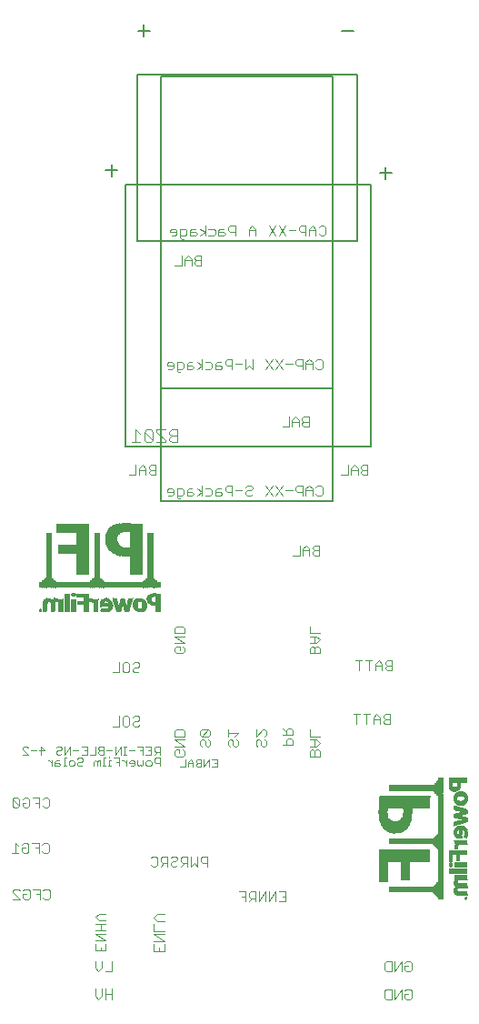
<source format=gbo>
G75*
%MOIN*%
%OFA0B0*%
%FSLAX25Y25*%
%IPPOS*%
%LPD*%
%AMOC8*
5,1,8,0,0,1.08239X$1,22.5*
%
%ADD10C,0.00300*%
%ADD11C,0.00600*%
%ADD12R,0.06600X0.00050*%
%ADD13R,0.01900X0.00050*%
%ADD14R,0.06650X0.00050*%
%ADD15R,0.06700X0.00050*%
%ADD16R,0.06750X0.00050*%
%ADD17R,0.01950X0.00050*%
%ADD18R,0.02000X0.00050*%
%ADD19R,0.02050X0.00050*%
%ADD20R,0.02100X0.00050*%
%ADD21R,0.02150X0.00050*%
%ADD22R,0.02200X0.00050*%
%ADD23R,0.02250X0.00050*%
%ADD24R,0.02300X0.00050*%
%ADD25R,0.02350X0.00050*%
%ADD26R,0.02400X0.00050*%
%ADD27R,0.02450X0.00050*%
%ADD28R,0.06800X0.00050*%
%ADD29R,0.02500X0.00050*%
%ADD30R,0.02550X0.00050*%
%ADD31R,0.02600X0.00050*%
%ADD32R,0.01250X0.00050*%
%ADD33R,0.01200X0.00050*%
%ADD34R,0.02650X0.00050*%
%ADD35R,0.02700X0.00050*%
%ADD36R,0.02750X0.00050*%
%ADD37R,0.02800X0.00050*%
%ADD38R,0.02850X0.00050*%
%ADD39R,0.02900X0.00050*%
%ADD40R,0.02950X0.00050*%
%ADD41R,0.03000X0.00050*%
%ADD42R,0.03050X0.00050*%
%ADD43R,0.03100X0.00050*%
%ADD44R,0.03150X0.00050*%
%ADD45R,0.03200X0.00050*%
%ADD46R,0.03250X0.00050*%
%ADD47R,0.03300X0.00050*%
%ADD48R,0.03350X0.00050*%
%ADD49R,0.03400X0.00050*%
%ADD50R,0.03450X0.00050*%
%ADD51R,0.03500X0.00050*%
%ADD52R,0.19800X0.00050*%
%ADD53R,0.01300X0.00050*%
%ADD54R,0.19850X0.00050*%
%ADD55R,0.01350X0.00050*%
%ADD56R,0.01400X0.00050*%
%ADD57R,0.01450X0.00050*%
%ADD58R,0.01500X0.00050*%
%ADD59R,0.01550X0.00050*%
%ADD60R,0.01600X0.00050*%
%ADD61R,0.01700X0.00050*%
%ADD62R,0.01800X0.00050*%
%ADD63R,0.04050X0.00050*%
%ADD64R,0.04000X0.00050*%
%ADD65R,0.03950X0.00050*%
%ADD66R,0.03900X0.00050*%
%ADD67R,0.03850X0.00050*%
%ADD68R,0.03750X0.00050*%
%ADD69R,0.03650X0.00050*%
%ADD70R,0.03600X0.00050*%
%ADD71R,0.03550X0.00050*%
%ADD72R,0.03800X0.00050*%
%ADD73R,0.03700X0.00050*%
%ADD74R,0.01650X0.00050*%
%ADD75R,0.01000X0.00050*%
%ADD76R,0.00050X0.00050*%
%ADD77R,0.00850X0.00050*%
%ADD78R,0.01750X0.00050*%
%ADD79R,0.04100X0.00050*%
%ADD80R,0.04200X0.00050*%
%ADD81R,0.04300X0.00050*%
%ADD82R,0.04400X0.00050*%
%ADD83R,0.04500X0.00050*%
%ADD84R,0.04600X0.00050*%
%ADD85R,0.04700X0.00050*%
%ADD86R,0.04800X0.00050*%
%ADD87R,0.18600X0.00050*%
%ADD88R,0.01850X0.00050*%
%ADD89R,0.18650X0.00050*%
%ADD90R,0.01150X0.00050*%
%ADD91R,0.18700X0.00050*%
%ADD92R,0.01100X0.00050*%
%ADD93R,0.18750X0.00050*%
%ADD94R,0.18800X0.00050*%
%ADD95R,0.04750X0.00050*%
%ADD96R,0.04650X0.00050*%
%ADD97R,0.18850X0.00050*%
%ADD98R,0.04550X0.00050*%
%ADD99R,0.04450X0.00050*%
%ADD100R,0.04350X0.00050*%
%ADD101R,0.04250X0.00050*%
%ADD102R,0.04150X0.00050*%
%ADD103R,0.18900X0.00050*%
%ADD104R,0.00750X0.00050*%
%ADD105R,0.00200X0.00050*%
%ADD106R,0.00400X0.00050*%
%ADD107R,0.00550X0.00050*%
%ADD108R,0.00700X0.00050*%
%ADD109R,0.18950X0.00050*%
%ADD110R,0.00900X0.00050*%
%ADD111R,0.01050X0.00050*%
%ADD112R,0.04900X0.00050*%
%ADD113R,0.04850X0.00050*%
%ADD114R,0.05000X0.00050*%
%ADD115R,0.04950X0.00050*%
%ADD116R,0.05150X0.00050*%
%ADD117R,0.05450X0.00050*%
%ADD118R,0.05650X0.00050*%
%ADD119R,0.11400X0.00050*%
%ADD120R,0.11300X0.00050*%
%ADD121R,0.11250X0.00050*%
%ADD122R,0.11200X0.00050*%
%ADD123R,0.11150X0.00050*%
%ADD124R,0.11100X0.00050*%
%ADD125R,0.11050X0.00050*%
%ADD126R,0.10950X0.00050*%
%ADD127R,0.10900X0.00050*%
%ADD128R,0.10850X0.00050*%
%ADD129R,0.10750X0.00050*%
%ADD130R,0.10650X0.00050*%
%ADD131R,0.10550X0.00050*%
%ADD132R,0.10500X0.00050*%
%ADD133R,0.10450X0.00050*%
%ADD134R,0.10400X0.00050*%
%ADD135R,0.10350X0.00050*%
%ADD136R,0.10250X0.00050*%
%ADD137R,0.10200X0.00050*%
%ADD138R,0.10150X0.00050*%
%ADD139R,0.10100X0.00050*%
%ADD140R,0.10000X0.00050*%
%ADD141R,0.00250X0.00050*%
%ADD142R,0.00600X0.00050*%
%ADD143R,0.09900X0.00050*%
%ADD144R,0.09800X0.00050*%
%ADD145R,0.09700X0.00050*%
%ADD146R,0.09600X0.00050*%
%ADD147R,0.09500X0.00050*%
%ADD148R,0.09450X0.00050*%
%ADD149R,0.09400X0.00050*%
%ADD150R,0.09300X0.00050*%
%ADD151R,0.09200X0.00050*%
%ADD152R,0.09150X0.00050*%
%ADD153R,0.09050X0.00050*%
%ADD154R,0.09000X0.00050*%
%ADD155R,0.08900X0.00050*%
%ADD156R,0.08800X0.00050*%
%ADD157R,0.08700X0.00050*%
%ADD158R,0.08600X0.00050*%
%ADD159R,0.08550X0.00050*%
%ADD160R,0.08450X0.00050*%
%ADD161R,0.08350X0.00050*%
%ADD162R,0.08250X0.00050*%
%ADD163R,0.08150X0.00050*%
%ADD164R,0.08050X0.00050*%
%ADD165R,0.07950X0.00050*%
%ADD166R,0.07850X0.00050*%
%ADD167R,0.07700X0.00050*%
%ADD168R,0.07600X0.00050*%
%ADD169R,0.07500X0.00050*%
%ADD170R,0.07350X0.00050*%
%ADD171R,0.07250X0.00050*%
%ADD172R,0.07100X0.00050*%
%ADD173R,0.06950X0.00050*%
%ADD174R,0.06550X0.00050*%
%ADD175R,0.06350X0.00050*%
%ADD176R,0.06150X0.00050*%
%ADD177R,0.05950X0.00050*%
%ADD178R,0.05850X0.00050*%
%ADD179R,0.05600X0.00050*%
%ADD180R,0.05400X0.00050*%
%ADD181R,0.05200X0.00050*%
%ADD182R,0.00950X0.00050*%
%ADD183R,0.00150X0.00050*%
%ADD184R,0.00300X0.00050*%
%ADD185R,0.00650X0.00050*%
%ADD186R,0.00800X0.00050*%
%ADD187R,0.00100X0.00050*%
%ADD188R,0.00450X0.00050*%
%ADD189R,0.00500X0.00050*%
%ADD190R,0.00050X0.06600*%
%ADD191R,0.00050X0.01900*%
%ADD192R,0.00050X0.06650*%
%ADD193R,0.00050X0.06700*%
%ADD194R,0.00050X0.06750*%
%ADD195R,0.00050X0.01950*%
%ADD196R,0.00050X0.02000*%
%ADD197R,0.00050X0.02050*%
%ADD198R,0.00050X0.02100*%
%ADD199R,0.00050X0.02150*%
%ADD200R,0.00050X0.02200*%
%ADD201R,0.00050X0.02250*%
%ADD202R,0.00050X0.02300*%
%ADD203R,0.00050X0.02350*%
%ADD204R,0.00050X0.02400*%
%ADD205R,0.00050X0.02450*%
%ADD206R,0.00050X0.06800*%
%ADD207R,0.00050X0.02500*%
%ADD208R,0.00050X0.02550*%
%ADD209R,0.00050X0.02600*%
%ADD210R,0.00050X0.01250*%
%ADD211R,0.00050X0.01200*%
%ADD212R,0.00050X0.02650*%
%ADD213R,0.00050X0.02700*%
%ADD214R,0.00050X0.02750*%
%ADD215R,0.00050X0.02800*%
%ADD216R,0.00050X0.02850*%
%ADD217R,0.00050X0.02900*%
%ADD218R,0.00050X0.02950*%
%ADD219R,0.00050X0.03000*%
%ADD220R,0.00050X0.03050*%
%ADD221R,0.00050X0.03100*%
%ADD222R,0.00050X0.03150*%
%ADD223R,0.00050X0.03200*%
%ADD224R,0.00050X0.03250*%
%ADD225R,0.00050X0.03300*%
%ADD226R,0.00050X0.03350*%
%ADD227R,0.00050X0.03400*%
%ADD228R,0.00050X0.03450*%
%ADD229R,0.00050X0.03500*%
%ADD230R,0.00050X0.19800*%
%ADD231R,0.00050X0.01300*%
%ADD232R,0.00050X0.19850*%
%ADD233R,0.00050X0.01350*%
%ADD234R,0.00050X0.01400*%
%ADD235R,0.00050X0.01450*%
%ADD236R,0.00050X0.01500*%
%ADD237R,0.00050X0.01550*%
%ADD238R,0.00050X0.01600*%
%ADD239R,0.00050X0.01700*%
%ADD240R,0.00050X0.01800*%
%ADD241R,0.00050X0.04050*%
%ADD242R,0.00050X0.04000*%
%ADD243R,0.00050X0.03950*%
%ADD244R,0.00050X0.03900*%
%ADD245R,0.00050X0.03850*%
%ADD246R,0.00050X0.03750*%
%ADD247R,0.00050X0.03650*%
%ADD248R,0.00050X0.03600*%
%ADD249R,0.00050X0.03550*%
%ADD250R,0.00050X0.03800*%
%ADD251R,0.00050X0.03700*%
%ADD252R,0.00050X0.01650*%
%ADD253R,0.00050X0.01000*%
%ADD254R,0.00050X0.00850*%
%ADD255R,0.00050X0.01750*%
%ADD256R,0.00050X0.04100*%
%ADD257R,0.00050X0.04200*%
%ADD258R,0.00050X0.04300*%
%ADD259R,0.00050X0.04400*%
%ADD260R,0.00050X0.04500*%
%ADD261R,0.00050X0.04600*%
%ADD262R,0.00050X0.04700*%
%ADD263R,0.00050X0.04800*%
%ADD264R,0.00050X0.18600*%
%ADD265R,0.00050X0.01850*%
%ADD266R,0.00050X0.18650*%
%ADD267R,0.00050X0.01150*%
%ADD268R,0.00050X0.18700*%
%ADD269R,0.00050X0.01100*%
%ADD270R,0.00050X0.18750*%
%ADD271R,0.00050X0.18800*%
%ADD272R,0.00050X0.04750*%
%ADD273R,0.00050X0.04650*%
%ADD274R,0.00050X0.18850*%
%ADD275R,0.00050X0.04550*%
%ADD276R,0.00050X0.04450*%
%ADD277R,0.00050X0.04350*%
%ADD278R,0.00050X0.04250*%
%ADD279R,0.00050X0.04150*%
%ADD280R,0.00050X0.18900*%
%ADD281R,0.00050X0.00750*%
%ADD282R,0.00050X0.00200*%
%ADD283R,0.00050X0.00400*%
%ADD284R,0.00050X0.00550*%
%ADD285R,0.00050X0.00700*%
%ADD286R,0.00050X0.18950*%
%ADD287R,0.00050X0.00900*%
%ADD288R,0.00050X0.01050*%
%ADD289R,0.00050X0.04900*%
%ADD290R,0.00050X0.04850*%
%ADD291R,0.00050X0.05000*%
%ADD292R,0.00050X0.04950*%
%ADD293R,0.00050X0.05150*%
%ADD294R,0.00050X0.05450*%
%ADD295R,0.00050X0.05650*%
%ADD296R,0.00050X0.11400*%
%ADD297R,0.00050X0.11300*%
%ADD298R,0.00050X0.11250*%
%ADD299R,0.00050X0.11200*%
%ADD300R,0.00050X0.11150*%
%ADD301R,0.00050X0.11100*%
%ADD302R,0.00050X0.11050*%
%ADD303R,0.00050X0.10950*%
%ADD304R,0.00050X0.10900*%
%ADD305R,0.00050X0.10850*%
%ADD306R,0.00050X0.10750*%
%ADD307R,0.00050X0.10650*%
%ADD308R,0.00050X0.10550*%
%ADD309R,0.00050X0.10500*%
%ADD310R,0.00050X0.10450*%
%ADD311R,0.00050X0.10400*%
%ADD312R,0.00050X0.10350*%
%ADD313R,0.00050X0.10250*%
%ADD314R,0.00050X0.10200*%
%ADD315R,0.00050X0.10150*%
%ADD316R,0.00050X0.10100*%
%ADD317R,0.00050X0.10000*%
%ADD318R,0.00050X0.00250*%
%ADD319R,0.00050X0.00600*%
%ADD320R,0.00050X0.09900*%
%ADD321R,0.00050X0.09800*%
%ADD322R,0.00050X0.09700*%
%ADD323R,0.00050X0.09600*%
%ADD324R,0.00050X0.09500*%
%ADD325R,0.00050X0.09450*%
%ADD326R,0.00050X0.09400*%
%ADD327R,0.00050X0.09300*%
%ADD328R,0.00050X0.09200*%
%ADD329R,0.00050X0.09150*%
%ADD330R,0.00050X0.09050*%
%ADD331R,0.00050X0.09000*%
%ADD332R,0.00050X0.08900*%
%ADD333R,0.00050X0.08800*%
%ADD334R,0.00050X0.08700*%
%ADD335R,0.00050X0.08600*%
%ADD336R,0.00050X0.08550*%
%ADD337R,0.00050X0.08450*%
%ADD338R,0.00050X0.08350*%
%ADD339R,0.00050X0.08250*%
%ADD340R,0.00050X0.08150*%
%ADD341R,0.00050X0.08050*%
%ADD342R,0.00050X0.07950*%
%ADD343R,0.00050X0.07850*%
%ADD344R,0.00050X0.07700*%
%ADD345R,0.00050X0.07600*%
%ADD346R,0.00050X0.07500*%
%ADD347R,0.00050X0.07350*%
%ADD348R,0.00050X0.07250*%
%ADD349R,0.00050X0.07100*%
%ADD350R,0.00050X0.06950*%
%ADD351R,0.00050X0.06550*%
%ADD352R,0.00050X0.06350*%
%ADD353R,0.00050X0.06150*%
%ADD354R,0.00050X0.05950*%
%ADD355R,0.00050X0.05850*%
%ADD356R,0.00050X0.05600*%
%ADD357R,0.00050X0.05400*%
%ADD358R,0.00050X0.05200*%
%ADD359R,0.00050X0.00950*%
%ADD360R,0.00050X0.00150*%
%ADD361R,0.00050X0.00300*%
%ADD362R,0.00050X0.00650*%
%ADD363R,0.00050X0.00800*%
%ADD364R,0.00050X0.00100*%
%ADD365R,0.00050X0.00450*%
%ADD366R,0.00050X0.00500*%
%ADD367C,0.00500*%
%ADD368C,0.00400*%
D10*
X0018218Y0063217D02*
X0020687Y0063217D01*
X0018218Y0065686D01*
X0018218Y0066303D01*
X0018835Y0066920D01*
X0020070Y0066920D01*
X0020687Y0066303D01*
X0021901Y0066303D02*
X0022519Y0066920D01*
X0023753Y0066920D01*
X0024370Y0066303D01*
X0024370Y0063834D01*
X0023753Y0063217D01*
X0022519Y0063217D01*
X0021901Y0063834D01*
X0021901Y0065069D01*
X0023136Y0065069D01*
X0025585Y0066920D02*
X0028053Y0066920D01*
X0028053Y0063217D01*
X0029268Y0063834D02*
X0029885Y0063217D01*
X0031119Y0063217D01*
X0031736Y0063834D01*
X0031736Y0066303D01*
X0031119Y0066920D01*
X0029885Y0066920D01*
X0029268Y0066303D01*
X0028053Y0065069D02*
X0026819Y0065069D01*
X0027660Y0080146D02*
X0027660Y0083849D01*
X0025191Y0083849D01*
X0023976Y0083232D02*
X0023976Y0080763D01*
X0023359Y0080146D01*
X0022125Y0080146D01*
X0021508Y0080763D01*
X0021508Y0081998D01*
X0022742Y0081998D01*
X0021508Y0083232D02*
X0022125Y0083849D01*
X0023359Y0083849D01*
X0023976Y0083232D01*
X0026425Y0081998D02*
X0027660Y0081998D01*
X0028874Y0083232D02*
X0029491Y0083849D01*
X0030726Y0083849D01*
X0031343Y0083232D01*
X0031343Y0080763D01*
X0030726Y0080146D01*
X0029491Y0080146D01*
X0028874Y0080763D01*
X0029688Y0096681D02*
X0029071Y0097299D01*
X0029688Y0096681D02*
X0030922Y0096681D01*
X0031540Y0097299D01*
X0031540Y0099767D01*
X0030922Y0100385D01*
X0029688Y0100385D01*
X0029071Y0099767D01*
X0027856Y0100385D02*
X0027856Y0096681D01*
X0027856Y0098533D02*
X0026622Y0098533D01*
X0027856Y0100385D02*
X0025388Y0100385D01*
X0024173Y0099767D02*
X0024173Y0097299D01*
X0023556Y0096681D01*
X0022322Y0096681D01*
X0021705Y0097299D01*
X0021705Y0098533D01*
X0022939Y0098533D01*
X0024173Y0099767D02*
X0023556Y0100385D01*
X0022322Y0100385D01*
X0021705Y0099767D01*
X0020490Y0099767D02*
X0019873Y0100385D01*
X0018639Y0100385D01*
X0018021Y0099767D01*
X0020490Y0097299D01*
X0019873Y0096681D01*
X0018639Y0096681D01*
X0018021Y0097299D01*
X0018021Y0099767D01*
X0020490Y0099767D02*
X0020490Y0097299D01*
X0019059Y0083849D02*
X0019059Y0080146D01*
X0020293Y0080146D02*
X0017825Y0080146D01*
X0020293Y0082615D02*
X0019059Y0083849D01*
X0032547Y0112036D02*
X0032547Y0114069D01*
X0031530Y0114069D02*
X0031022Y0114069D01*
X0031530Y0114069D02*
X0032547Y0113052D01*
X0033595Y0113052D02*
X0035120Y0113052D01*
X0035628Y0112544D01*
X0035120Y0112036D01*
X0033595Y0112036D01*
X0033595Y0113560D01*
X0034103Y0114069D01*
X0035120Y0114069D01*
X0035612Y0116170D02*
X0036120Y0116678D01*
X0035612Y0116170D02*
X0034595Y0116170D01*
X0034087Y0116678D01*
X0034087Y0117186D01*
X0034595Y0117694D01*
X0035612Y0117694D01*
X0036120Y0118202D01*
X0036120Y0118711D01*
X0035612Y0119219D01*
X0034595Y0119219D01*
X0034087Y0118711D01*
X0037168Y0119219D02*
X0037168Y0116170D01*
X0039201Y0119219D01*
X0039201Y0116170D01*
X0040250Y0117694D02*
X0042282Y0117694D01*
X0043331Y0116170D02*
X0045364Y0116170D01*
X0045364Y0119219D01*
X0043331Y0119219D01*
X0044348Y0117694D02*
X0045364Y0117694D01*
X0046413Y0116170D02*
X0048445Y0116170D01*
X0048445Y0119219D01*
X0049494Y0118711D02*
X0049494Y0118202D01*
X0050002Y0117694D01*
X0051527Y0117694D01*
X0052575Y0117694D02*
X0054608Y0117694D01*
X0055657Y0116170D02*
X0055657Y0119219D01*
X0057689Y0119219D02*
X0055657Y0116170D01*
X0055165Y0115085D02*
X0057198Y0115085D01*
X0057198Y0112036D01*
X0057198Y0113560D02*
X0056181Y0113560D01*
X0058241Y0114069D02*
X0058749Y0114069D01*
X0059765Y0113052D01*
X0059765Y0112036D02*
X0059765Y0114069D01*
X0060814Y0113560D02*
X0060814Y0113052D01*
X0062847Y0113052D01*
X0062847Y0112544D02*
X0062847Y0113560D01*
X0062339Y0114069D01*
X0061322Y0114069D01*
X0060814Y0113560D01*
X0061322Y0112036D02*
X0062339Y0112036D01*
X0062847Y0112544D01*
X0063895Y0112544D02*
X0063895Y0114069D01*
X0063895Y0112544D02*
X0064404Y0112036D01*
X0064912Y0112544D01*
X0065420Y0112036D01*
X0065928Y0112544D01*
X0065928Y0114069D01*
X0066977Y0113560D02*
X0067485Y0114069D01*
X0068501Y0114069D01*
X0069009Y0113560D01*
X0069009Y0112544D01*
X0068501Y0112036D01*
X0067485Y0112036D01*
X0066977Y0112544D01*
X0066977Y0113560D01*
X0066955Y0116170D02*
X0068988Y0116170D01*
X0068988Y0119219D01*
X0066955Y0119219D01*
X0065906Y0119219D02*
X0063874Y0119219D01*
X0064890Y0117694D02*
X0065906Y0117694D01*
X0065906Y0116170D02*
X0065906Y0119219D01*
X0067971Y0117694D02*
X0068988Y0117694D01*
X0070036Y0117694D02*
X0070545Y0117186D01*
X0072069Y0117186D01*
X0071053Y0117186D02*
X0070036Y0116170D01*
X0070566Y0115085D02*
X0070058Y0114577D01*
X0070058Y0113560D01*
X0070566Y0113052D01*
X0072091Y0113052D01*
X0072091Y0112036D02*
X0072091Y0115085D01*
X0070566Y0115085D01*
X0072069Y0116170D02*
X0072069Y0119219D01*
X0070545Y0119219D01*
X0070036Y0118711D01*
X0070036Y0117694D01*
X0063993Y0126603D02*
X0064610Y0127220D01*
X0063993Y0126603D02*
X0062759Y0126603D01*
X0062142Y0127220D01*
X0062142Y0127837D01*
X0062759Y0128454D01*
X0063993Y0128454D01*
X0064610Y0129072D01*
X0064610Y0129689D01*
X0063993Y0130306D01*
X0062759Y0130306D01*
X0062142Y0129689D01*
X0060927Y0129689D02*
X0060927Y0127220D01*
X0060310Y0126603D01*
X0059076Y0126603D01*
X0058459Y0127220D01*
X0058459Y0129689D01*
X0059076Y0130306D01*
X0060310Y0130306D01*
X0060927Y0129689D01*
X0057244Y0130306D02*
X0057244Y0126603D01*
X0054775Y0126603D01*
X0057689Y0119219D02*
X0057689Y0116170D01*
X0058727Y0116170D02*
X0059744Y0116170D01*
X0059235Y0116170D02*
X0059235Y0119219D01*
X0058727Y0119219D02*
X0059744Y0119219D01*
X0060792Y0117694D02*
X0062825Y0117694D01*
X0054116Y0114069D02*
X0053608Y0114069D01*
X0053608Y0112036D01*
X0054116Y0112036D02*
X0053100Y0112036D01*
X0052062Y0112036D02*
X0051046Y0112036D01*
X0051554Y0112036D02*
X0051554Y0115085D01*
X0052062Y0115085D01*
X0051527Y0116170D02*
X0051527Y0119219D01*
X0050002Y0119219D01*
X0049494Y0118711D01*
X0050002Y0117694D02*
X0049494Y0117186D01*
X0049494Y0116678D01*
X0050002Y0116170D01*
X0051527Y0116170D01*
X0053608Y0115593D02*
X0053608Y0115085D01*
X0050008Y0114069D02*
X0050008Y0112036D01*
X0048991Y0112036D02*
X0048991Y0113560D01*
X0048483Y0114069D01*
X0047975Y0113560D01*
X0047975Y0112036D01*
X0048991Y0113560D02*
X0049499Y0114069D01*
X0050008Y0114069D01*
X0043845Y0114069D02*
X0043337Y0113560D01*
X0042320Y0113560D01*
X0041812Y0113052D01*
X0041812Y0112544D01*
X0042320Y0112036D01*
X0043337Y0112036D01*
X0043845Y0112544D01*
X0043845Y0114069D02*
X0043845Y0114577D01*
X0043337Y0115085D01*
X0042320Y0115085D01*
X0041812Y0114577D01*
X0040764Y0113560D02*
X0040764Y0112544D01*
X0040255Y0112036D01*
X0039239Y0112036D01*
X0038731Y0112544D01*
X0038731Y0113560D01*
X0039239Y0114069D01*
X0040255Y0114069D01*
X0040764Y0113560D01*
X0037682Y0112036D02*
X0036666Y0112036D01*
X0037174Y0112036D02*
X0037174Y0115085D01*
X0037682Y0115085D01*
X0029957Y0117694D02*
X0027924Y0117694D01*
X0026876Y0117694D02*
X0024843Y0117694D01*
X0023794Y0118711D02*
X0023286Y0119219D01*
X0022270Y0119219D01*
X0021762Y0118711D01*
X0021762Y0118202D01*
X0023794Y0116170D01*
X0021762Y0116170D01*
X0028432Y0116170D02*
X0028432Y0119219D01*
X0029957Y0117694D01*
X0054775Y0146288D02*
X0057244Y0146288D01*
X0057244Y0149991D01*
X0058459Y0149374D02*
X0058459Y0146905D01*
X0059076Y0146288D01*
X0060310Y0146288D01*
X0060927Y0146905D01*
X0060927Y0149374D01*
X0060310Y0149991D01*
X0059076Y0149991D01*
X0058459Y0149374D01*
X0062142Y0149374D02*
X0062759Y0149991D01*
X0063993Y0149991D01*
X0064610Y0149374D01*
X0064610Y0148757D01*
X0063993Y0148139D01*
X0062759Y0148139D01*
X0062142Y0147522D01*
X0062142Y0146905D01*
X0062759Y0146288D01*
X0063993Y0146288D01*
X0064610Y0146905D01*
X0077509Y0153992D02*
X0077509Y0155226D01*
X0078126Y0155843D01*
X0079360Y0155843D01*
X0079360Y0154609D01*
X0078126Y0153374D02*
X0080595Y0153374D01*
X0081212Y0153992D01*
X0081212Y0155226D01*
X0080595Y0155843D01*
X0081212Y0157058D02*
X0077509Y0159526D01*
X0081212Y0159526D01*
X0081212Y0160741D02*
X0081212Y0162592D01*
X0080595Y0163209D01*
X0078126Y0163209D01*
X0077509Y0162592D01*
X0077509Y0160741D01*
X0081212Y0160741D01*
X0081212Y0157058D02*
X0077509Y0157058D01*
X0077509Y0153992D02*
X0078126Y0153374D01*
X0078063Y0125388D02*
X0080532Y0125388D01*
X0081149Y0124771D01*
X0081149Y0122920D01*
X0077446Y0122920D01*
X0077446Y0124771D01*
X0078063Y0125388D01*
X0077446Y0121705D02*
X0081149Y0121705D01*
X0081149Y0119236D02*
X0077446Y0121705D01*
X0077446Y0119236D02*
X0081149Y0119236D01*
X0080532Y0118022D02*
X0081149Y0117405D01*
X0081149Y0116171D01*
X0080532Y0115553D01*
X0078063Y0115553D01*
X0077446Y0116171D01*
X0077446Y0117405D01*
X0078063Y0118022D01*
X0079298Y0118022D01*
X0079298Y0116788D01*
X0081368Y0114545D02*
X0081368Y0111642D01*
X0079433Y0111642D01*
X0082379Y0111642D02*
X0082379Y0113577D01*
X0083347Y0114545D01*
X0084314Y0113577D01*
X0084314Y0111642D01*
X0085326Y0112126D02*
X0085810Y0111642D01*
X0087261Y0111642D01*
X0087261Y0114545D01*
X0085810Y0114545D01*
X0085326Y0114061D01*
X0085326Y0113577D01*
X0085810Y0113093D01*
X0087261Y0113093D01*
X0085810Y0113093D02*
X0085326Y0112610D01*
X0085326Y0112126D01*
X0084314Y0113093D02*
X0082379Y0113093D01*
X0088272Y0111642D02*
X0088272Y0114545D01*
X0090207Y0114545D02*
X0088272Y0111642D01*
X0090207Y0111642D02*
X0090207Y0114545D01*
X0091219Y0114545D02*
X0093154Y0114545D01*
X0093154Y0111642D01*
X0091219Y0111642D01*
X0092186Y0113093D02*
X0093154Y0113093D01*
X0089981Y0119236D02*
X0090598Y0119854D01*
X0090598Y0121088D01*
X0089981Y0121705D01*
X0089981Y0122920D02*
X0090598Y0123537D01*
X0090598Y0124771D01*
X0089981Y0125388D01*
X0087512Y0122920D01*
X0086895Y0123537D01*
X0086895Y0124771D01*
X0087512Y0125388D01*
X0089981Y0125388D01*
X0089981Y0122920D02*
X0087512Y0122920D01*
X0087512Y0121705D02*
X0086895Y0121088D01*
X0086895Y0119854D01*
X0087512Y0119236D01*
X0088746Y0119854D02*
X0088746Y0121088D01*
X0088129Y0121705D01*
X0087512Y0121705D01*
X0088746Y0119854D02*
X0089364Y0119236D01*
X0089981Y0119236D01*
X0097131Y0119854D02*
X0097748Y0119236D01*
X0097131Y0119854D02*
X0097131Y0121088D01*
X0097748Y0121705D01*
X0098365Y0121705D01*
X0098983Y0121088D01*
X0098983Y0119854D01*
X0099600Y0119236D01*
X0100217Y0119236D01*
X0100834Y0119854D01*
X0100834Y0121088D01*
X0100217Y0121705D01*
X0099600Y0122920D02*
X0100834Y0124154D01*
X0097131Y0124154D01*
X0097131Y0122920D02*
X0097131Y0125388D01*
X0107367Y0125388D02*
X0107367Y0122920D01*
X0109836Y0125388D01*
X0110453Y0125388D01*
X0111070Y0124771D01*
X0111070Y0123537D01*
X0110453Y0122920D01*
X0110453Y0121705D02*
X0111070Y0121088D01*
X0111070Y0119854D01*
X0110453Y0119236D01*
X0109836Y0119236D01*
X0109219Y0119854D01*
X0109219Y0121088D01*
X0108602Y0121705D01*
X0107984Y0121705D01*
X0107367Y0121088D01*
X0107367Y0119854D01*
X0107984Y0119236D01*
X0117210Y0119630D02*
X0120913Y0119630D01*
X0120913Y0121482D01*
X0120296Y0122099D01*
X0119061Y0122099D01*
X0118444Y0121482D01*
X0118444Y0119630D01*
X0118444Y0123313D02*
X0118444Y0125165D01*
X0119061Y0125782D01*
X0120296Y0125782D01*
X0120913Y0125165D01*
X0120913Y0123313D01*
X0117210Y0123313D01*
X0118444Y0124548D02*
X0117210Y0125782D01*
X0127052Y0125388D02*
X0127052Y0122920D01*
X0130755Y0122920D01*
X0129521Y0121705D02*
X0130755Y0120471D01*
X0129521Y0119236D01*
X0127052Y0119236D01*
X0127669Y0118022D02*
X0127052Y0117405D01*
X0127052Y0115553D01*
X0130755Y0115553D01*
X0130755Y0117405D01*
X0130138Y0118022D01*
X0129521Y0118022D01*
X0128904Y0117405D01*
X0128904Y0115553D01*
X0128904Y0117405D02*
X0128287Y0118022D01*
X0127669Y0118022D01*
X0128904Y0119236D02*
X0128904Y0121705D01*
X0129521Y0121705D02*
X0127052Y0121705D01*
X0142990Y0131030D02*
X0145459Y0131030D01*
X0146673Y0131030D02*
X0149142Y0131030D01*
X0147908Y0131030D02*
X0147908Y0127327D01*
X0150357Y0127327D02*
X0150357Y0129796D01*
X0151591Y0131030D01*
X0152825Y0129796D01*
X0152825Y0127327D01*
X0154040Y0127944D02*
X0154657Y0127327D01*
X0156508Y0127327D01*
X0156508Y0131030D01*
X0154657Y0131030D01*
X0154040Y0130413D01*
X0154040Y0129796D01*
X0154657Y0129179D01*
X0156508Y0129179D01*
X0154657Y0129179D02*
X0154040Y0128562D01*
X0154040Y0127944D01*
X0152825Y0129179D02*
X0150357Y0129179D01*
X0144225Y0127327D02*
X0144225Y0131030D01*
X0145012Y0147012D02*
X0145012Y0150715D01*
X0146246Y0150715D02*
X0143778Y0150715D01*
X0147461Y0150715D02*
X0149930Y0150715D01*
X0148695Y0150715D02*
X0148695Y0147012D01*
X0151144Y0147012D02*
X0151144Y0149481D01*
X0152378Y0150715D01*
X0153613Y0149481D01*
X0153613Y0147012D01*
X0154827Y0147629D02*
X0155444Y0147012D01*
X0157296Y0147012D01*
X0157296Y0150715D01*
X0155444Y0150715D01*
X0154827Y0150098D01*
X0154827Y0149481D01*
X0155444Y0148864D01*
X0157296Y0148864D01*
X0155444Y0148864D02*
X0154827Y0148247D01*
X0154827Y0147629D01*
X0153613Y0148864D02*
X0151144Y0148864D01*
X0130818Y0153374D02*
X0130818Y0155226D01*
X0130201Y0155843D01*
X0129584Y0155843D01*
X0128967Y0155226D01*
X0128967Y0153374D01*
X0130818Y0153374D02*
X0127115Y0153374D01*
X0127115Y0155226D01*
X0127732Y0155843D01*
X0128350Y0155843D01*
X0128967Y0155226D01*
X0128967Y0157058D02*
X0128967Y0159526D01*
X0129584Y0159526D02*
X0127115Y0159526D01*
X0127115Y0160741D02*
X0127115Y0163209D01*
X0127115Y0160741D02*
X0130818Y0160741D01*
X0129584Y0159526D02*
X0130818Y0158292D01*
X0129584Y0157058D01*
X0127115Y0157058D01*
X0126979Y0189201D02*
X0126979Y0191628D01*
X0125766Y0192841D01*
X0124552Y0191628D01*
X0124552Y0189201D01*
X0123354Y0189201D02*
X0120927Y0189201D01*
X0123354Y0189201D02*
X0123354Y0192841D01*
X0124552Y0191021D02*
X0126979Y0191021D01*
X0128177Y0190415D02*
X0128177Y0189808D01*
X0128784Y0189201D01*
X0130604Y0189201D01*
X0130604Y0192841D01*
X0128784Y0192841D01*
X0128177Y0192235D01*
X0128177Y0191628D01*
X0128784Y0191021D01*
X0130604Y0191021D01*
X0128784Y0191021D02*
X0128177Y0190415D01*
X0128102Y0211185D02*
X0128102Y0213654D01*
X0126868Y0214889D01*
X0125633Y0213654D01*
X0125633Y0211185D01*
X0124419Y0211185D02*
X0124419Y0214889D01*
X0122567Y0214889D01*
X0121950Y0214271D01*
X0121950Y0213037D01*
X0122567Y0212420D01*
X0124419Y0212420D01*
X0125633Y0213037D02*
X0128102Y0213037D01*
X0129316Y0211803D02*
X0129934Y0211185D01*
X0131168Y0211185D01*
X0131785Y0211803D01*
X0131785Y0214271D01*
X0131168Y0214889D01*
X0129934Y0214889D01*
X0129316Y0214271D01*
X0120736Y0213037D02*
X0118267Y0213037D01*
X0117053Y0211185D02*
X0114584Y0214889D01*
X0113370Y0214889D02*
X0110901Y0211185D01*
X0113370Y0211185D02*
X0110901Y0214889D01*
X0106003Y0214271D02*
X0106003Y0213654D01*
X0105386Y0213037D01*
X0104152Y0213037D01*
X0103534Y0212420D01*
X0103534Y0211803D01*
X0104152Y0211185D01*
X0105386Y0211185D01*
X0106003Y0211803D01*
X0106003Y0214271D02*
X0105386Y0214889D01*
X0104152Y0214889D01*
X0103534Y0214271D01*
X0102320Y0213037D02*
X0099851Y0213037D01*
X0098637Y0212420D02*
X0096785Y0212420D01*
X0096168Y0213037D01*
X0096168Y0214271D01*
X0096785Y0214889D01*
X0098637Y0214889D01*
X0098637Y0211185D01*
X0094954Y0211803D02*
X0094337Y0212420D01*
X0092485Y0212420D01*
X0092485Y0213037D02*
X0092485Y0211185D01*
X0094337Y0211185D01*
X0094954Y0211803D01*
X0094337Y0213654D02*
X0093102Y0213654D01*
X0092485Y0213037D01*
X0091271Y0213037D02*
X0091271Y0211803D01*
X0090653Y0211185D01*
X0088802Y0211185D01*
X0087588Y0211185D02*
X0087588Y0214889D01*
X0088802Y0213654D02*
X0090653Y0213654D01*
X0091271Y0213037D01*
X0087588Y0212420D02*
X0085736Y0213654D01*
X0083901Y0213654D02*
X0082667Y0213654D01*
X0082049Y0213037D01*
X0082049Y0211185D01*
X0083901Y0211185D01*
X0084518Y0211803D01*
X0083901Y0212420D01*
X0082049Y0212420D01*
X0080835Y0213037D02*
X0080835Y0211803D01*
X0080218Y0211185D01*
X0078366Y0211185D01*
X0078366Y0210568D02*
X0078366Y0213654D01*
X0080218Y0213654D01*
X0080835Y0213037D01*
X0079601Y0209951D02*
X0078984Y0209951D01*
X0078366Y0210568D01*
X0077152Y0211803D02*
X0077152Y0213037D01*
X0076535Y0213654D01*
X0075300Y0213654D01*
X0074683Y0213037D01*
X0074683Y0212420D01*
X0077152Y0212420D01*
X0077152Y0211803D02*
X0076535Y0211185D01*
X0075300Y0211185D01*
X0070516Y0218729D02*
X0070516Y0222369D01*
X0068696Y0222369D01*
X0068089Y0221762D01*
X0068089Y0221155D01*
X0068696Y0220549D01*
X0070516Y0220549D01*
X0068696Y0220549D02*
X0068089Y0219942D01*
X0068089Y0219335D01*
X0068696Y0218729D01*
X0070516Y0218729D01*
X0066891Y0218729D02*
X0066891Y0221155D01*
X0065678Y0222369D01*
X0064464Y0221155D01*
X0064464Y0218729D01*
X0063266Y0218729D02*
X0063266Y0222369D01*
X0064464Y0220549D02*
X0066891Y0220549D01*
X0063266Y0218729D02*
X0060839Y0218729D01*
X0075300Y0257524D02*
X0076535Y0257524D01*
X0077152Y0258141D01*
X0077152Y0259376D01*
X0076535Y0259993D01*
X0075300Y0259993D01*
X0074683Y0259376D01*
X0074683Y0258758D01*
X0077152Y0258758D01*
X0078366Y0257524D02*
X0080218Y0257524D01*
X0080835Y0258141D01*
X0080835Y0259376D01*
X0080218Y0259993D01*
X0078366Y0259993D01*
X0078366Y0256907D01*
X0078984Y0256290D01*
X0079601Y0256290D01*
X0082049Y0257524D02*
X0082049Y0259376D01*
X0082667Y0259993D01*
X0083901Y0259993D01*
X0083901Y0258758D02*
X0082049Y0258758D01*
X0082049Y0257524D02*
X0083901Y0257524D01*
X0084518Y0258141D01*
X0083901Y0258758D01*
X0085736Y0257524D02*
X0087588Y0258758D01*
X0085736Y0259993D01*
X0087588Y0261227D02*
X0087588Y0257524D01*
X0088802Y0257524D02*
X0090653Y0257524D01*
X0091271Y0258141D01*
X0091271Y0259376D01*
X0090653Y0259993D01*
X0088802Y0259993D01*
X0092485Y0259376D02*
X0092485Y0257524D01*
X0094337Y0257524D01*
X0094954Y0258141D01*
X0094337Y0258758D01*
X0092485Y0258758D01*
X0092485Y0259376D02*
X0093102Y0259993D01*
X0094337Y0259993D01*
X0096168Y0260610D02*
X0096168Y0259376D01*
X0096785Y0258758D01*
X0098637Y0258758D01*
X0098637Y0257524D02*
X0098637Y0261227D01*
X0096785Y0261227D01*
X0096168Y0260610D01*
X0099851Y0259376D02*
X0102320Y0259376D01*
X0103534Y0261227D02*
X0103534Y0257524D01*
X0104769Y0258758D01*
X0106003Y0257524D01*
X0106003Y0261227D01*
X0110901Y0261227D02*
X0113370Y0257524D01*
X0114584Y0257524D02*
X0117053Y0261227D01*
X0118267Y0259376D02*
X0120736Y0259376D01*
X0121950Y0259376D02*
X0122567Y0258758D01*
X0124419Y0258758D01*
X0124419Y0257524D02*
X0124419Y0261227D01*
X0122567Y0261227D01*
X0121950Y0260610D01*
X0121950Y0259376D01*
X0125633Y0259376D02*
X0128102Y0259376D01*
X0128102Y0259993D02*
X0126868Y0261227D01*
X0125633Y0259993D01*
X0125633Y0257524D01*
X0128102Y0257524D02*
X0128102Y0259993D01*
X0129316Y0260610D02*
X0129934Y0261227D01*
X0131168Y0261227D01*
X0131785Y0260610D01*
X0131785Y0258141D01*
X0131168Y0257524D01*
X0129934Y0257524D01*
X0129316Y0258141D01*
X0126667Y0240085D02*
X0124847Y0240085D01*
X0124240Y0239479D01*
X0124240Y0238872D01*
X0124847Y0238265D01*
X0126667Y0238265D01*
X0126667Y0236445D02*
X0126667Y0240085D01*
X0124847Y0238265D02*
X0124240Y0237659D01*
X0124240Y0237052D01*
X0124847Y0236445D01*
X0126667Y0236445D01*
X0123042Y0236445D02*
X0123042Y0238872D01*
X0121829Y0240085D01*
X0120615Y0238872D01*
X0120615Y0236445D01*
X0119417Y0236445D02*
X0116990Y0236445D01*
X0119417Y0236445D02*
X0119417Y0240085D01*
X0120615Y0238265D02*
X0123042Y0238265D01*
X0117053Y0257524D02*
X0114584Y0261227D01*
X0113370Y0261227D02*
X0110901Y0257524D01*
X0117053Y0214889D02*
X0114584Y0211185D01*
X0138644Y0218729D02*
X0141070Y0218729D01*
X0141070Y0222369D01*
X0142269Y0221155D02*
X0142269Y0218729D01*
X0142269Y0220549D02*
X0144695Y0220549D01*
X0144695Y0221155D02*
X0143482Y0222369D01*
X0142269Y0221155D01*
X0144695Y0221155D02*
X0144695Y0218729D01*
X0145894Y0219335D02*
X0146501Y0218729D01*
X0148321Y0218729D01*
X0148321Y0222369D01*
X0146501Y0222369D01*
X0145894Y0221762D01*
X0145894Y0221155D01*
X0146501Y0220549D01*
X0148321Y0220549D01*
X0146501Y0220549D02*
X0145894Y0219942D01*
X0145894Y0219335D01*
X0132310Y0306461D02*
X0131075Y0306461D01*
X0130458Y0307078D01*
X0129244Y0306461D02*
X0129244Y0308930D01*
X0128009Y0310164D01*
X0126775Y0308930D01*
X0126775Y0306461D01*
X0125561Y0306461D02*
X0125561Y0310164D01*
X0123709Y0310164D01*
X0123092Y0309547D01*
X0123092Y0308313D01*
X0123709Y0307695D01*
X0125561Y0307695D01*
X0126775Y0308313D02*
X0129244Y0308313D01*
X0130458Y0309547D02*
X0131075Y0310164D01*
X0132310Y0310164D01*
X0132927Y0309547D01*
X0132927Y0307078D01*
X0132310Y0306461D01*
X0121878Y0308313D02*
X0119409Y0308313D01*
X0118194Y0310164D02*
X0115726Y0306461D01*
X0114511Y0306461D02*
X0112042Y0310164D01*
X0114511Y0310164D02*
X0112042Y0306461D01*
X0115726Y0310164D02*
X0118194Y0306461D01*
X0107145Y0306461D02*
X0107145Y0308930D01*
X0105911Y0310164D01*
X0104676Y0308930D01*
X0104676Y0306461D01*
X0104676Y0308313D02*
X0107145Y0308313D01*
X0099779Y0307695D02*
X0097927Y0307695D01*
X0097310Y0308313D01*
X0097310Y0309547D01*
X0097927Y0310164D01*
X0099779Y0310164D01*
X0099779Y0306461D01*
X0096096Y0307078D02*
X0095478Y0307695D01*
X0093627Y0307695D01*
X0093627Y0308313D02*
X0093627Y0306461D01*
X0095478Y0306461D01*
X0096096Y0307078D01*
X0095478Y0308930D02*
X0094244Y0308930D01*
X0093627Y0308313D01*
X0092412Y0308313D02*
X0092412Y0307078D01*
X0091795Y0306461D01*
X0089944Y0306461D01*
X0088729Y0306461D02*
X0088729Y0310164D01*
X0089944Y0308930D02*
X0091795Y0308930D01*
X0092412Y0308313D01*
X0088729Y0307695D02*
X0086878Y0308930D01*
X0085043Y0308930D02*
X0083808Y0308930D01*
X0083191Y0308313D01*
X0083191Y0306461D01*
X0085043Y0306461D01*
X0085660Y0307078D01*
X0085043Y0307695D01*
X0083191Y0307695D01*
X0081977Y0307078D02*
X0081360Y0306461D01*
X0079508Y0306461D01*
X0079508Y0305844D02*
X0079508Y0308930D01*
X0081360Y0308930D01*
X0081977Y0308313D01*
X0081977Y0307078D01*
X0080742Y0305227D02*
X0080125Y0305227D01*
X0079508Y0305844D01*
X0078294Y0307078D02*
X0078294Y0308313D01*
X0077677Y0308930D01*
X0076442Y0308930D01*
X0075825Y0308313D01*
X0075825Y0307695D01*
X0078294Y0307695D01*
X0078294Y0307078D02*
X0077677Y0306461D01*
X0076442Y0306461D01*
X0080047Y0299141D02*
X0080047Y0295500D01*
X0077620Y0295500D01*
X0081245Y0295500D02*
X0081245Y0297927D01*
X0082458Y0299141D01*
X0083672Y0297927D01*
X0083672Y0295500D01*
X0084870Y0296107D02*
X0085477Y0295500D01*
X0087297Y0295500D01*
X0087297Y0299141D01*
X0085477Y0299141D01*
X0084870Y0298534D01*
X0084870Y0297927D01*
X0085477Y0297320D01*
X0087297Y0297320D01*
X0085477Y0297320D02*
X0084870Y0296714D01*
X0084870Y0296107D01*
X0083672Y0297320D02*
X0081245Y0297320D01*
X0086878Y0306461D02*
X0088729Y0307695D01*
X0087588Y0212420D02*
X0085736Y0211185D01*
X0085927Y0078928D02*
X0085927Y0075225D01*
X0084693Y0076459D01*
X0083459Y0075225D01*
X0083459Y0078928D01*
X0082244Y0078928D02*
X0082244Y0075225D01*
X0082244Y0076459D02*
X0080393Y0076459D01*
X0079775Y0077076D01*
X0079775Y0078311D01*
X0080393Y0078928D01*
X0082244Y0078928D01*
X0081010Y0076459D02*
X0079775Y0075225D01*
X0078561Y0075842D02*
X0077944Y0075225D01*
X0076709Y0075225D01*
X0076092Y0075842D01*
X0076092Y0076459D01*
X0076709Y0077076D01*
X0077944Y0077076D01*
X0078561Y0077694D01*
X0078561Y0078311D01*
X0077944Y0078928D01*
X0076709Y0078928D01*
X0076092Y0078311D01*
X0074878Y0078928D02*
X0074878Y0075225D01*
X0074878Y0076459D02*
X0073026Y0076459D01*
X0072409Y0077076D01*
X0072409Y0078311D01*
X0073026Y0078928D01*
X0074878Y0078928D01*
X0073644Y0076459D02*
X0072409Y0075225D01*
X0071195Y0075842D02*
X0070578Y0075225D01*
X0069343Y0075225D01*
X0068726Y0075842D01*
X0068726Y0078311D02*
X0069343Y0078928D01*
X0070578Y0078928D01*
X0071195Y0078311D01*
X0071195Y0075842D01*
X0071200Y0057672D02*
X0073669Y0057672D01*
X0073669Y0055203D02*
X0071200Y0055203D01*
X0069966Y0056437D01*
X0071200Y0057672D01*
X0069966Y0053989D02*
X0069966Y0051520D01*
X0073669Y0051520D01*
X0073669Y0050306D02*
X0069966Y0050306D01*
X0073669Y0047837D01*
X0069966Y0047837D01*
X0069966Y0046622D02*
X0069966Y0044154D01*
X0073669Y0044154D01*
X0073669Y0046622D01*
X0071817Y0045388D02*
X0071817Y0044154D01*
X0087759Y0076459D02*
X0089610Y0076459D01*
X0089610Y0075225D02*
X0089610Y0078928D01*
X0087759Y0078928D01*
X0087142Y0078311D01*
X0087142Y0077076D01*
X0087759Y0076459D01*
X0101061Y0066070D02*
X0103530Y0066070D01*
X0103530Y0062367D01*
X0104744Y0062367D02*
X0105979Y0063601D01*
X0105361Y0063601D02*
X0107213Y0063601D01*
X0107213Y0062367D02*
X0107213Y0066070D01*
X0105361Y0066070D01*
X0104744Y0065452D01*
X0104744Y0064218D01*
X0105361Y0063601D01*
X0103530Y0064218D02*
X0102295Y0064218D01*
X0108427Y0062367D02*
X0108427Y0066070D01*
X0110896Y0066070D02*
X0108427Y0062367D01*
X0110896Y0062367D02*
X0110896Y0066070D01*
X0112111Y0066070D02*
X0112111Y0062367D01*
X0114579Y0066070D01*
X0114579Y0062367D01*
X0115794Y0062367D02*
X0118262Y0062367D01*
X0118262Y0066070D01*
X0115794Y0066070D01*
X0117028Y0064218D02*
X0118262Y0064218D01*
X0154604Y0039862D02*
X0155222Y0040479D01*
X0157073Y0040479D01*
X0157073Y0036776D01*
X0155222Y0036776D01*
X0154604Y0037393D01*
X0154604Y0039862D01*
X0158288Y0040479D02*
X0158288Y0036776D01*
X0160756Y0040479D01*
X0160756Y0036776D01*
X0161971Y0037393D02*
X0161971Y0038628D01*
X0163205Y0038628D01*
X0161971Y0039862D02*
X0162588Y0040479D01*
X0163822Y0040479D01*
X0164439Y0039862D01*
X0164439Y0037393D01*
X0163822Y0036776D01*
X0162588Y0036776D01*
X0161971Y0037393D01*
X0162588Y0030243D02*
X0163822Y0030243D01*
X0164439Y0029626D01*
X0164439Y0027157D01*
X0163822Y0026540D01*
X0162588Y0026540D01*
X0161971Y0027157D01*
X0161971Y0028391D01*
X0163205Y0028391D01*
X0161971Y0029626D02*
X0162588Y0030243D01*
X0160756Y0030243D02*
X0160756Y0026540D01*
X0158288Y0026540D02*
X0158288Y0030243D01*
X0157073Y0030243D02*
X0157073Y0026540D01*
X0155222Y0026540D01*
X0154604Y0027157D01*
X0154604Y0029626D01*
X0155222Y0030243D01*
X0157073Y0030243D01*
X0160756Y0030243D02*
X0158288Y0026540D01*
X0054571Y0026603D02*
X0054571Y0030306D01*
X0054571Y0028454D02*
X0052102Y0028454D01*
X0050888Y0027837D02*
X0049654Y0026603D01*
X0048419Y0027837D01*
X0048419Y0030306D01*
X0050888Y0030306D02*
X0050888Y0027837D01*
X0052102Y0026603D02*
X0052102Y0030306D01*
X0052102Y0036839D02*
X0054571Y0036839D01*
X0054571Y0040542D01*
X0052212Y0044350D02*
X0048509Y0044350D01*
X0048509Y0046819D01*
X0048509Y0048034D02*
X0052212Y0048034D01*
X0048509Y0050502D01*
X0052212Y0050502D01*
X0052212Y0051717D02*
X0048509Y0051717D01*
X0050360Y0051717D02*
X0050360Y0054186D01*
X0049743Y0055400D02*
X0048509Y0056634D01*
X0049743Y0057869D01*
X0052212Y0057869D01*
X0052212Y0055400D02*
X0049743Y0055400D01*
X0048509Y0054186D02*
X0052212Y0054186D01*
X0052212Y0046819D02*
X0052212Y0044350D01*
X0050360Y0044350D02*
X0050360Y0045585D01*
X0050888Y0040542D02*
X0050888Y0038073D01*
X0049654Y0036839D01*
X0048419Y0038073D01*
X0048419Y0040542D01*
D11*
X0054451Y0328214D02*
X0054451Y0332484D01*
X0056586Y0330349D02*
X0052316Y0330349D01*
X0066262Y0379395D02*
X0066262Y0383665D01*
X0064127Y0381530D02*
X0068398Y0381530D01*
X0138930Y0381530D02*
X0143201Y0381530D01*
X0154877Y0331417D02*
X0154877Y0327146D01*
X0157013Y0329282D02*
X0152742Y0329282D01*
D12*
X0181589Y0107360D03*
D13*
X0180289Y0102710D03*
X0180989Y0096710D03*
X0180989Y0093560D03*
X0183989Y0092010D03*
X0175089Y0106610D03*
X0175089Y0106660D03*
X0175089Y0106710D03*
X0175089Y0106760D03*
X0175089Y0106810D03*
X0175089Y0106860D03*
X0175089Y0106910D03*
X0175089Y0106960D03*
X0175089Y0107010D03*
X0175089Y0107060D03*
X0175089Y0107110D03*
X0175089Y0107160D03*
X0175089Y0107210D03*
X0175089Y0107260D03*
X0175089Y0107310D03*
X0175089Y0063310D03*
X0175089Y0063260D03*
X0175089Y0063210D03*
X0175089Y0063160D03*
X0175089Y0063110D03*
X0175089Y0063060D03*
X0175089Y0063010D03*
X0175089Y0062960D03*
D14*
X0158364Y0088160D03*
X0181614Y0107210D03*
X0181614Y0107260D03*
X0181614Y0107310D03*
D15*
X0181589Y0107160D03*
X0181589Y0107110D03*
X0181589Y0107060D03*
X0181589Y0107010D03*
X0181589Y0106960D03*
X0181589Y0106910D03*
X0181589Y0106860D03*
X0181589Y0106810D03*
D16*
X0181564Y0106760D03*
X0181564Y0106710D03*
X0181564Y0106660D03*
X0181564Y0106610D03*
X0181564Y0106560D03*
X0181564Y0106510D03*
X0181564Y0106460D03*
X0181564Y0106410D03*
X0181564Y0106360D03*
X0181564Y0106310D03*
X0181564Y0106260D03*
X0181564Y0106210D03*
X0181564Y0106160D03*
X0181564Y0106110D03*
X0181564Y0106060D03*
X0181564Y0106010D03*
X0181564Y0080910D03*
X0181564Y0080860D03*
X0181564Y0080810D03*
X0181564Y0080760D03*
X0181564Y0080710D03*
X0181564Y0080660D03*
X0181564Y0080610D03*
X0181564Y0080560D03*
X0181564Y0080510D03*
X0181564Y0080460D03*
X0181564Y0080410D03*
X0181564Y0080360D03*
X0181564Y0080310D03*
X0181564Y0080260D03*
X0181564Y0080210D03*
X0181564Y0080160D03*
X0181564Y0080110D03*
X0181564Y0080060D03*
X0181564Y0080010D03*
X0181564Y0079960D03*
X0181564Y0079910D03*
X0181564Y0079860D03*
X0181564Y0079810D03*
X0181564Y0079760D03*
X0181564Y0079710D03*
X0181564Y0079660D03*
X0181564Y0079610D03*
X0181564Y0079560D03*
X0181564Y0079510D03*
X0181564Y0079460D03*
X0181564Y0079410D03*
X0181564Y0074010D03*
X0181564Y0073960D03*
X0181564Y0073910D03*
X0181564Y0073860D03*
X0181564Y0073810D03*
X0181564Y0073760D03*
X0181564Y0073710D03*
X0181564Y0073660D03*
X0181564Y0073610D03*
X0181564Y0073560D03*
X0181564Y0073510D03*
X0181564Y0073460D03*
X0181564Y0073410D03*
X0181564Y0073360D03*
X0181564Y0073310D03*
X0181564Y0073260D03*
X0181564Y0073210D03*
X0181564Y0073160D03*
X0181564Y0073110D03*
X0181564Y0073060D03*
X0181564Y0073010D03*
X0181564Y0072960D03*
X0181564Y0072910D03*
X0181564Y0072860D03*
X0181564Y0072810D03*
X0181564Y0072760D03*
X0181564Y0072710D03*
X0181564Y0072660D03*
X0181564Y0072610D03*
X0181564Y0072560D03*
X0181564Y0072510D03*
D17*
X0175064Y0072510D03*
X0175064Y0072460D03*
X0175064Y0072410D03*
X0175064Y0072360D03*
X0175064Y0072310D03*
X0175064Y0072260D03*
X0175064Y0072210D03*
X0175064Y0072160D03*
X0175064Y0072110D03*
X0175064Y0072060D03*
X0175064Y0072010D03*
X0175064Y0071960D03*
X0175064Y0071910D03*
X0175064Y0071860D03*
X0175064Y0071810D03*
X0175064Y0071760D03*
X0175064Y0071710D03*
X0175064Y0071660D03*
X0175064Y0071610D03*
X0175064Y0071560D03*
X0175064Y0071510D03*
X0175064Y0071460D03*
X0175064Y0071410D03*
X0175064Y0071360D03*
X0175064Y0071310D03*
X0175064Y0071260D03*
X0175064Y0071210D03*
X0175064Y0071160D03*
X0175064Y0071110D03*
X0175064Y0071060D03*
X0175064Y0071010D03*
X0175064Y0070960D03*
X0175064Y0070910D03*
X0175064Y0070860D03*
X0175064Y0070810D03*
X0175064Y0070760D03*
X0175064Y0070710D03*
X0175064Y0070660D03*
X0175064Y0070610D03*
X0175064Y0070560D03*
X0175064Y0070510D03*
X0175064Y0070460D03*
X0175064Y0070410D03*
X0175064Y0070360D03*
X0175064Y0070310D03*
X0175064Y0070260D03*
X0175064Y0070210D03*
X0175064Y0070160D03*
X0175064Y0070110D03*
X0175064Y0070060D03*
X0175064Y0070010D03*
X0175064Y0069960D03*
X0175064Y0069910D03*
X0175064Y0069860D03*
X0175064Y0069810D03*
X0175064Y0069760D03*
X0175064Y0069710D03*
X0175064Y0069660D03*
X0175064Y0069610D03*
X0175064Y0069560D03*
X0175064Y0069510D03*
X0175064Y0069460D03*
X0175064Y0072560D03*
X0175064Y0072610D03*
X0175064Y0072660D03*
X0175064Y0072710D03*
X0175064Y0072760D03*
X0175064Y0072810D03*
X0175064Y0072860D03*
X0175064Y0072910D03*
X0175064Y0072960D03*
X0175064Y0073010D03*
X0175064Y0073060D03*
X0175064Y0073110D03*
X0175064Y0073160D03*
X0175064Y0073210D03*
X0175064Y0073260D03*
X0175064Y0073310D03*
X0175064Y0073360D03*
X0175064Y0073410D03*
X0175064Y0073460D03*
X0175064Y0073510D03*
X0175064Y0073560D03*
X0175064Y0073610D03*
X0175064Y0073660D03*
X0175064Y0073710D03*
X0175064Y0073760D03*
X0175064Y0073810D03*
X0175064Y0073860D03*
X0175064Y0073910D03*
X0175064Y0073960D03*
X0175064Y0074010D03*
X0175064Y0074060D03*
X0175064Y0074110D03*
X0175064Y0074160D03*
X0175064Y0074210D03*
X0175064Y0074260D03*
X0175064Y0074310D03*
X0175064Y0074360D03*
X0175064Y0074410D03*
X0175064Y0074460D03*
X0175064Y0074510D03*
X0175064Y0074560D03*
X0175064Y0074610D03*
X0175064Y0074660D03*
X0175064Y0074710D03*
X0175064Y0074760D03*
X0175064Y0074810D03*
X0175064Y0074860D03*
X0175064Y0074910D03*
X0175064Y0074960D03*
X0175064Y0075010D03*
X0175064Y0075060D03*
X0175064Y0075110D03*
X0175064Y0075160D03*
X0175064Y0075210D03*
X0175064Y0075260D03*
X0175064Y0075310D03*
X0175064Y0075360D03*
X0175064Y0075410D03*
X0175064Y0075460D03*
X0175064Y0075510D03*
X0175064Y0075560D03*
X0175064Y0075610D03*
X0175064Y0075660D03*
X0175064Y0075710D03*
X0175064Y0075760D03*
X0175064Y0075810D03*
X0175064Y0075860D03*
X0175064Y0075910D03*
X0175064Y0075960D03*
X0175064Y0076010D03*
X0175064Y0076060D03*
X0175064Y0076110D03*
X0175064Y0076160D03*
X0175064Y0076210D03*
X0175064Y0076260D03*
X0175064Y0076310D03*
X0175064Y0076360D03*
X0175064Y0076410D03*
X0175064Y0076460D03*
X0175064Y0076510D03*
X0175064Y0076560D03*
X0175064Y0076610D03*
X0175064Y0076660D03*
X0175064Y0076710D03*
X0175064Y0076760D03*
X0175064Y0076810D03*
X0175064Y0076860D03*
X0175064Y0076910D03*
X0175064Y0076960D03*
X0175064Y0077010D03*
X0175064Y0077060D03*
X0175064Y0077110D03*
X0175064Y0077160D03*
X0175064Y0077210D03*
X0175064Y0077260D03*
X0175064Y0077310D03*
X0175064Y0077360D03*
X0175064Y0077410D03*
X0175064Y0077460D03*
X0175064Y0077510D03*
X0175064Y0077560D03*
X0175064Y0077610D03*
X0175064Y0077660D03*
X0175064Y0077710D03*
X0175064Y0077760D03*
X0175064Y0077810D03*
X0175064Y0077860D03*
X0175064Y0077910D03*
X0175064Y0077960D03*
X0175064Y0078010D03*
X0175064Y0078060D03*
X0175064Y0078110D03*
X0175064Y0078160D03*
X0175064Y0078210D03*
X0175064Y0078260D03*
X0175064Y0078310D03*
X0175064Y0078360D03*
X0175064Y0078410D03*
X0175064Y0078460D03*
X0175064Y0078510D03*
X0175064Y0078560D03*
X0175064Y0078610D03*
X0175064Y0078660D03*
X0175064Y0078710D03*
X0175064Y0078760D03*
X0175064Y0078810D03*
X0175064Y0078860D03*
X0175064Y0078910D03*
X0175064Y0078960D03*
X0175064Y0079010D03*
X0175064Y0079060D03*
X0175064Y0079110D03*
X0175064Y0079160D03*
X0175064Y0079210D03*
X0175064Y0079260D03*
X0175064Y0079310D03*
X0175064Y0079360D03*
X0175064Y0079410D03*
X0175064Y0079460D03*
X0175064Y0079510D03*
X0175064Y0079560D03*
X0175064Y0079610D03*
X0175064Y0079660D03*
X0175064Y0079710D03*
X0175064Y0079760D03*
X0175064Y0079810D03*
X0175064Y0079860D03*
X0175064Y0079910D03*
X0175064Y0079960D03*
X0175064Y0080010D03*
X0175064Y0080060D03*
X0175064Y0080110D03*
X0175064Y0080160D03*
X0175064Y0080210D03*
X0175064Y0080260D03*
X0175064Y0080310D03*
X0175064Y0080360D03*
X0175064Y0080410D03*
X0175064Y0080460D03*
X0175064Y0080510D03*
X0175064Y0080560D03*
X0175064Y0080610D03*
X0175064Y0080660D03*
X0175064Y0080710D03*
X0175064Y0080760D03*
X0175064Y0080810D03*
X0175064Y0080860D03*
X0175064Y0080910D03*
X0175064Y0080960D03*
X0175064Y0081010D03*
X0175064Y0081060D03*
X0175064Y0081110D03*
X0175064Y0081160D03*
X0175064Y0081210D03*
X0175064Y0081260D03*
X0175064Y0087010D03*
X0175064Y0087060D03*
X0175064Y0087110D03*
X0175064Y0087160D03*
X0175064Y0087210D03*
X0175064Y0087260D03*
X0175064Y0087310D03*
X0175064Y0087360D03*
X0175064Y0087410D03*
X0175064Y0087460D03*
X0175064Y0087510D03*
X0175064Y0087560D03*
X0175064Y0087610D03*
X0175064Y0087660D03*
X0175064Y0087710D03*
X0175064Y0087760D03*
X0175064Y0087810D03*
X0175064Y0087860D03*
X0175064Y0087910D03*
X0175064Y0087960D03*
X0175064Y0088010D03*
X0175064Y0088060D03*
X0175064Y0088110D03*
X0175064Y0088160D03*
X0175064Y0088210D03*
X0175064Y0088260D03*
X0175064Y0088310D03*
X0175064Y0088360D03*
X0175064Y0088410D03*
X0175064Y0088460D03*
X0175064Y0088510D03*
X0175064Y0088560D03*
X0175064Y0088610D03*
X0175064Y0088660D03*
X0175064Y0088710D03*
X0175064Y0088760D03*
X0175064Y0088810D03*
X0175064Y0088860D03*
X0175064Y0088910D03*
X0175064Y0088960D03*
X0175064Y0089010D03*
X0175064Y0089060D03*
X0175064Y0089110D03*
X0175064Y0089160D03*
X0175064Y0089210D03*
X0175064Y0089260D03*
X0175064Y0089310D03*
X0175064Y0089360D03*
X0175064Y0089410D03*
X0175064Y0089460D03*
X0175064Y0089510D03*
X0175064Y0089560D03*
X0175064Y0089610D03*
X0175064Y0089660D03*
X0175064Y0089710D03*
X0175064Y0089760D03*
X0175064Y0089810D03*
X0175064Y0089860D03*
X0175064Y0089910D03*
X0175064Y0089960D03*
X0175064Y0090010D03*
X0175064Y0090060D03*
X0175064Y0090110D03*
X0175064Y0090160D03*
X0175064Y0090210D03*
X0175064Y0090260D03*
X0175064Y0090310D03*
X0175064Y0090360D03*
X0175064Y0090410D03*
X0175064Y0090460D03*
X0175064Y0090510D03*
X0175064Y0090560D03*
X0175064Y0090610D03*
X0175064Y0090660D03*
X0175064Y0090710D03*
X0175064Y0090760D03*
X0175064Y0090810D03*
X0175064Y0090860D03*
X0175064Y0090910D03*
X0175064Y0090960D03*
X0175064Y0091010D03*
X0175064Y0091060D03*
X0175064Y0091110D03*
X0175064Y0091160D03*
X0175064Y0091210D03*
X0175064Y0091260D03*
X0175064Y0091310D03*
X0175064Y0091360D03*
X0175064Y0091410D03*
X0175064Y0091460D03*
X0175064Y0091510D03*
X0175064Y0091560D03*
X0175064Y0091610D03*
X0175064Y0091660D03*
X0175064Y0091710D03*
X0175064Y0091760D03*
X0175064Y0091810D03*
X0175064Y0091860D03*
X0175064Y0091910D03*
X0175064Y0091960D03*
X0175064Y0092010D03*
X0175064Y0092060D03*
X0175064Y0092110D03*
X0175064Y0092160D03*
X0175064Y0092210D03*
X0175064Y0092260D03*
X0175064Y0092310D03*
X0175064Y0092360D03*
X0175064Y0092410D03*
X0175064Y0092460D03*
X0175064Y0092510D03*
X0175064Y0092560D03*
X0175064Y0092610D03*
X0175064Y0092660D03*
X0175064Y0092710D03*
X0175064Y0092760D03*
X0175064Y0092810D03*
X0175064Y0092860D03*
X0175064Y0092910D03*
X0175064Y0092960D03*
X0175064Y0093010D03*
X0175064Y0093060D03*
X0175064Y0093110D03*
X0175064Y0093160D03*
X0175064Y0093210D03*
X0175064Y0093260D03*
X0175064Y0093310D03*
X0175064Y0093360D03*
X0175064Y0093410D03*
X0175064Y0093460D03*
X0175064Y0093510D03*
X0175064Y0093560D03*
X0175064Y0093610D03*
X0175064Y0093660D03*
X0175064Y0093710D03*
X0175064Y0093760D03*
X0175064Y0093810D03*
X0175064Y0093860D03*
X0175064Y0093910D03*
X0175064Y0093960D03*
X0175064Y0094010D03*
X0175064Y0094060D03*
X0175064Y0094110D03*
X0175064Y0094160D03*
X0175064Y0094210D03*
X0175064Y0094260D03*
X0175064Y0094310D03*
X0175064Y0094360D03*
X0175064Y0094410D03*
X0175064Y0094460D03*
X0175064Y0094510D03*
X0175064Y0094560D03*
X0175064Y0094610D03*
X0175064Y0094660D03*
X0175064Y0094710D03*
X0175064Y0094760D03*
X0175064Y0094810D03*
X0175064Y0094860D03*
X0175064Y0094910D03*
X0175064Y0094960D03*
X0175064Y0095010D03*
X0175064Y0095060D03*
X0175064Y0095110D03*
X0175064Y0095160D03*
X0175064Y0095210D03*
X0175064Y0095260D03*
X0175064Y0095310D03*
X0175064Y0095360D03*
X0175064Y0095410D03*
X0175064Y0095460D03*
X0175064Y0095510D03*
X0175064Y0095560D03*
X0175064Y0095610D03*
X0175064Y0095660D03*
X0175064Y0095710D03*
X0175064Y0095760D03*
X0175064Y0095810D03*
X0175064Y0095860D03*
X0175064Y0095910D03*
X0175064Y0095960D03*
X0175064Y0096010D03*
X0175064Y0096060D03*
X0175064Y0096110D03*
X0175064Y0096160D03*
X0175064Y0096210D03*
X0175064Y0096260D03*
X0175064Y0096310D03*
X0175064Y0096360D03*
X0175064Y0096410D03*
X0175064Y0096460D03*
X0175064Y0096510D03*
X0175064Y0096560D03*
X0175064Y0096610D03*
X0175064Y0096660D03*
X0175064Y0096710D03*
X0175064Y0096760D03*
X0175064Y0096810D03*
X0175064Y0096860D03*
X0175064Y0096910D03*
X0175064Y0096960D03*
X0175064Y0097010D03*
X0175064Y0097060D03*
X0175064Y0097110D03*
X0175064Y0097160D03*
X0175064Y0097210D03*
X0175064Y0097260D03*
X0175064Y0097310D03*
X0175064Y0097360D03*
X0175064Y0097410D03*
X0175064Y0097460D03*
X0175064Y0097510D03*
X0175064Y0097560D03*
X0175064Y0097610D03*
X0175064Y0097660D03*
X0175064Y0097710D03*
X0175064Y0097760D03*
X0175064Y0097810D03*
X0175064Y0097860D03*
X0175064Y0097910D03*
X0175064Y0097960D03*
X0175064Y0098010D03*
X0175064Y0098060D03*
X0175064Y0098110D03*
X0175064Y0098160D03*
X0175064Y0098210D03*
X0175064Y0098260D03*
X0175064Y0098310D03*
X0175064Y0098360D03*
X0175064Y0098410D03*
X0175064Y0098460D03*
X0175064Y0098510D03*
X0175064Y0098560D03*
X0175064Y0098610D03*
X0175064Y0098660D03*
X0175064Y0098710D03*
X0175064Y0098760D03*
X0175064Y0098810D03*
X0175064Y0098860D03*
X0175064Y0098910D03*
X0175064Y0098960D03*
X0175064Y0099010D03*
X0175064Y0099060D03*
X0175064Y0099110D03*
X0175064Y0099160D03*
X0175064Y0099210D03*
X0175064Y0099260D03*
X0175064Y0099310D03*
X0175064Y0099360D03*
X0175064Y0099410D03*
X0175064Y0099460D03*
X0175064Y0099510D03*
X0175064Y0099560D03*
X0175064Y0099610D03*
X0175064Y0099660D03*
X0175064Y0099710D03*
X0175064Y0099760D03*
X0175064Y0099810D03*
X0175064Y0099860D03*
X0175064Y0099910D03*
X0175064Y0099960D03*
X0175064Y0100010D03*
X0175064Y0100060D03*
X0175064Y0100110D03*
X0175064Y0100160D03*
X0175064Y0100210D03*
X0175064Y0100260D03*
X0175064Y0100310D03*
X0175064Y0100360D03*
X0175064Y0100410D03*
X0175064Y0100460D03*
X0175064Y0100510D03*
X0175064Y0100560D03*
X0175064Y0100610D03*
X0175064Y0100660D03*
X0175064Y0100710D03*
X0175064Y0100760D03*
X0175064Y0106560D03*
X0182014Y0085560D03*
X0175064Y0063610D03*
X0175064Y0063560D03*
X0175064Y0063510D03*
X0175064Y0063460D03*
X0175064Y0063410D03*
X0175064Y0063360D03*
X0158264Y0087310D03*
D18*
X0175039Y0086960D03*
X0175039Y0081310D03*
X0181039Y0090510D03*
X0182539Y0089760D03*
X0181039Y0093660D03*
X0179289Y0104060D03*
X0175039Y0106460D03*
X0175039Y0106510D03*
X0175039Y0100810D03*
X0175039Y0069410D03*
X0175039Y0063660D03*
X0180939Y0065860D03*
D19*
X0175014Y0063710D03*
X0175014Y0069360D03*
X0175014Y0081360D03*
X0175014Y0086910D03*
X0181964Y0085610D03*
X0175014Y0100860D03*
X0175014Y0106410D03*
X0181364Y0104060D03*
D20*
X0180289Y0102760D03*
X0181139Y0100810D03*
X0182489Y0102260D03*
X0182439Y0097510D03*
X0181089Y0096660D03*
X0183889Y0094860D03*
X0183889Y0092260D03*
X0181939Y0085660D03*
X0174989Y0086860D03*
X0174989Y0081410D03*
X0174989Y0069310D03*
X0174989Y0063760D03*
X0174989Y0100910D03*
X0174989Y0106360D03*
D21*
X0174964Y0106310D03*
X0174964Y0101010D03*
X0174964Y0100960D03*
X0181114Y0093510D03*
X0183864Y0095160D03*
X0183814Y0100810D03*
X0174964Y0086810D03*
X0174964Y0081460D03*
X0174964Y0069260D03*
X0174964Y0069210D03*
X0174964Y0063810D03*
D22*
X0174939Y0063860D03*
X0174939Y0069160D03*
X0174939Y0081510D03*
X0174939Y0086760D03*
X0181889Y0085710D03*
X0182539Y0089710D03*
X0181139Y0090560D03*
X0183839Y0091960D03*
X0183789Y0098960D03*
X0181139Y0098960D03*
X0174939Y0101060D03*
X0174939Y0106260D03*
D23*
X0174914Y0106210D03*
X0174914Y0101110D03*
X0180314Y0102810D03*
X0182464Y0097560D03*
X0181164Y0096610D03*
X0181164Y0093710D03*
X0174914Y0086710D03*
X0174914Y0081560D03*
X0174914Y0069110D03*
X0174914Y0063960D03*
X0174914Y0063910D03*
D24*
X0174889Y0064010D03*
X0174889Y0069060D03*
X0174889Y0081610D03*
X0174889Y0086660D03*
X0181839Y0085760D03*
X0183789Y0094810D03*
X0182489Y0102210D03*
X0174889Y0101160D03*
X0174889Y0106110D03*
X0174889Y0106160D03*
D25*
X0174864Y0106060D03*
X0174864Y0101210D03*
X0181214Y0090610D03*
X0183764Y0092310D03*
X0181814Y0085810D03*
X0174864Y0086610D03*
X0174864Y0081660D03*
X0174864Y0069010D03*
X0174864Y0068960D03*
X0174864Y0064060D03*
D26*
X0174839Y0064110D03*
X0174839Y0068910D03*
X0174839Y0081710D03*
X0174839Y0086560D03*
X0181789Y0085860D03*
X0181239Y0093460D03*
X0174839Y0101260D03*
X0174839Y0106010D03*
D27*
X0174814Y0105960D03*
X0174814Y0101310D03*
X0180314Y0102860D03*
X0182464Y0097610D03*
X0181264Y0096560D03*
X0183714Y0095210D03*
X0182514Y0089660D03*
X0181764Y0085910D03*
X0174814Y0086510D03*
X0174814Y0081760D03*
X0174814Y0068860D03*
X0174814Y0064160D03*
D28*
X0158389Y0088210D03*
X0181539Y0105860D03*
X0181539Y0105910D03*
X0181539Y0105960D03*
D29*
X0182489Y0102160D03*
X0181289Y0093760D03*
X0183689Y0091910D03*
X0181289Y0090660D03*
X0181739Y0085960D03*
X0174789Y0086410D03*
X0174789Y0086460D03*
X0174789Y0081810D03*
X0174789Y0068810D03*
X0174789Y0064210D03*
X0174789Y0101360D03*
X0174789Y0105910D03*
D30*
X0174764Y0105860D03*
X0174764Y0101410D03*
X0180314Y0102910D03*
X0183664Y0094760D03*
X0183664Y0092360D03*
X0181714Y0086010D03*
X0174764Y0086360D03*
X0174764Y0081910D03*
X0174764Y0081860D03*
X0174764Y0068760D03*
X0174764Y0064260D03*
D31*
X0174739Y0064310D03*
X0174739Y0068660D03*
X0174739Y0068710D03*
X0174739Y0081960D03*
X0174739Y0086310D03*
X0181689Y0086060D03*
X0181339Y0096510D03*
X0174739Y0101460D03*
X0174739Y0105760D03*
X0174739Y0105810D03*
X0158289Y0087360D03*
D32*
X0178814Y0076810D03*
X0178714Y0076060D03*
X0180964Y0070060D03*
X0180614Y0069310D03*
X0180614Y0069260D03*
X0180964Y0067160D03*
X0180614Y0066360D03*
X0180614Y0086960D03*
X0180564Y0087010D03*
X0180664Y0088210D03*
X0182564Y0089860D03*
X0184364Y0087810D03*
X0184364Y0087760D03*
X0184364Y0087710D03*
X0180664Y0096910D03*
X0180564Y0099410D03*
X0180564Y0100310D03*
X0180564Y0100360D03*
X0180614Y0100410D03*
X0181914Y0104760D03*
X0181914Y0104810D03*
X0181914Y0104860D03*
X0181914Y0104910D03*
X0181914Y0104960D03*
X0181914Y0105010D03*
X0181964Y0105310D03*
X0178764Y0105510D03*
X0178764Y0105560D03*
X0178764Y0105610D03*
X0178764Y0105660D03*
X0178764Y0105710D03*
X0178764Y0105760D03*
X0178764Y0105810D03*
X0178764Y0105010D03*
X0178764Y0104960D03*
X0178764Y0104910D03*
X0178764Y0104860D03*
X0178814Y0104660D03*
X0178814Y0104610D03*
X0184364Y0100360D03*
X0184364Y0099410D03*
D33*
X0184389Y0099460D03*
X0184439Y0099610D03*
X0184439Y0100160D03*
X0184389Y0100260D03*
X0184389Y0100310D03*
X0180539Y0100260D03*
X0180539Y0100210D03*
X0180539Y0099560D03*
X0180539Y0099510D03*
X0180539Y0099460D03*
X0178789Y0104710D03*
X0178789Y0104760D03*
X0178789Y0104810D03*
X0178739Y0105060D03*
X0178739Y0105110D03*
X0178739Y0105160D03*
X0178739Y0105210D03*
X0178739Y0105260D03*
X0178739Y0105310D03*
X0178739Y0105360D03*
X0178739Y0105410D03*
X0178739Y0105460D03*
X0181939Y0105460D03*
X0181939Y0105410D03*
X0181939Y0105360D03*
X0181939Y0105260D03*
X0181939Y0105210D03*
X0181939Y0105160D03*
X0181939Y0105110D03*
X0181939Y0105060D03*
X0181939Y0105510D03*
X0181939Y0105560D03*
X0181939Y0105610D03*
X0181939Y0105660D03*
X0181939Y0105710D03*
X0181939Y0105760D03*
X0181939Y0105810D03*
X0180639Y0090260D03*
X0180639Y0088160D03*
X0180589Y0088110D03*
X0180539Y0087060D03*
X0184389Y0087510D03*
X0184389Y0087560D03*
X0184389Y0087610D03*
X0184389Y0087660D03*
X0184439Y0087460D03*
X0184439Y0087410D03*
X0184439Y0087360D03*
X0184439Y0087310D03*
X0184439Y0087260D03*
X0184439Y0087210D03*
X0184439Y0087160D03*
X0178689Y0075060D03*
X0180589Y0069460D03*
X0180589Y0069410D03*
X0180589Y0069360D03*
X0180939Y0067110D03*
X0180589Y0066510D03*
X0180589Y0066460D03*
X0180589Y0066410D03*
D34*
X0174714Y0064360D03*
X0174714Y0068610D03*
X0174714Y0082010D03*
X0174714Y0086260D03*
X0181664Y0086160D03*
X0181664Y0086110D03*
X0182514Y0089610D03*
X0181364Y0090710D03*
X0181364Y0093410D03*
X0182464Y0097660D03*
X0174714Y0101510D03*
X0174714Y0105710D03*
D35*
X0174689Y0105660D03*
X0174689Y0101560D03*
X0180289Y0102960D03*
X0182489Y0102110D03*
X0181639Y0086210D03*
X0174689Y0086210D03*
X0174689Y0082060D03*
X0174689Y0068560D03*
X0174689Y0064410D03*
D36*
X0174664Y0064460D03*
X0174664Y0068510D03*
X0174664Y0082110D03*
X0174664Y0086160D03*
X0181614Y0086260D03*
X0181614Y0086310D03*
X0181414Y0093810D03*
X0183564Y0095260D03*
X0181414Y0096460D03*
X0180314Y0103010D03*
X0174664Y0101610D03*
X0174664Y0105610D03*
D37*
X0174639Y0105560D03*
X0174639Y0101660D03*
X0174639Y0086110D03*
X0174639Y0082160D03*
X0181589Y0086360D03*
X0183539Y0091860D03*
X0183539Y0092410D03*
X0183539Y0094710D03*
X0174639Y0068460D03*
X0174639Y0064510D03*
D38*
X0174614Y0064560D03*
X0174614Y0068360D03*
X0174614Y0068410D03*
X0174614Y0082210D03*
X0174614Y0086060D03*
X0181564Y0086410D03*
X0181564Y0086460D03*
X0182514Y0089560D03*
X0181464Y0090760D03*
X0181464Y0093360D03*
X0182464Y0097710D03*
X0174614Y0101710D03*
X0174614Y0101760D03*
X0174614Y0105510D03*
D39*
X0174589Y0105460D03*
X0174589Y0101810D03*
X0180339Y0103060D03*
X0182489Y0102060D03*
X0181539Y0086610D03*
X0181539Y0086560D03*
X0181539Y0086510D03*
X0174589Y0086010D03*
X0174589Y0082260D03*
X0174589Y0068310D03*
X0174589Y0064660D03*
X0174589Y0064610D03*
D40*
X0174564Y0064710D03*
X0174564Y0068260D03*
X0174564Y0082310D03*
X0174564Y0085960D03*
X0181514Y0086660D03*
X0181514Y0086710D03*
X0181514Y0096410D03*
X0174564Y0101860D03*
X0174564Y0105360D03*
X0174564Y0105410D03*
D41*
X0174539Y0105310D03*
X0174539Y0101910D03*
X0180339Y0103110D03*
X0182489Y0102010D03*
X0183439Y0094660D03*
X0181539Y0093860D03*
X0183439Y0092460D03*
X0181539Y0090810D03*
X0182539Y0089510D03*
X0174539Y0085910D03*
X0174539Y0082360D03*
X0174539Y0068210D03*
X0174539Y0064760D03*
D42*
X0174514Y0064810D03*
X0174514Y0068110D03*
X0174514Y0068160D03*
X0174514Y0082410D03*
X0174514Y0085860D03*
X0174514Y0101960D03*
X0174514Y0105260D03*
X0182464Y0097760D03*
X0183414Y0095310D03*
X0183414Y0091810D03*
X0158314Y0087410D03*
D43*
X0174489Y0085810D03*
X0174489Y0082460D03*
X0181589Y0093310D03*
X0181589Y0096360D03*
X0180339Y0103160D03*
X0174489Y0102010D03*
X0174489Y0105210D03*
X0174489Y0068060D03*
X0174489Y0064860D03*
D44*
X0174464Y0064910D03*
X0174464Y0068010D03*
X0174464Y0082510D03*
X0174464Y0085710D03*
X0174464Y0085760D03*
X0181614Y0090860D03*
X0182514Y0089460D03*
X0182464Y0097810D03*
X0180314Y0103210D03*
X0174464Y0102060D03*
X0174464Y0105160D03*
D45*
X0174439Y0105110D03*
X0174439Y0102110D03*
X0181639Y0093910D03*
X0183339Y0094610D03*
X0183339Y0092510D03*
X0182489Y0101960D03*
X0174439Y0085660D03*
X0174439Y0082560D03*
X0174439Y0067960D03*
X0174439Y0064960D03*
D46*
X0174414Y0065010D03*
X0174414Y0067910D03*
X0174414Y0082610D03*
X0174414Y0082660D03*
X0174414Y0085610D03*
X0174414Y0102160D03*
X0174414Y0105010D03*
X0174414Y0105060D03*
X0180314Y0103260D03*
X0182464Y0097860D03*
X0182514Y0089410D03*
X0154014Y0093960D03*
X0154014Y0094010D03*
X0154014Y0094060D03*
X0154014Y0094110D03*
X0154014Y0094160D03*
X0154014Y0094210D03*
X0154014Y0094260D03*
X0153964Y0094510D03*
X0153964Y0094560D03*
X0153964Y0094610D03*
X0153964Y0094660D03*
X0153964Y0094710D03*
X0153964Y0094760D03*
X0153964Y0094810D03*
X0153964Y0094860D03*
X0153964Y0094910D03*
X0153964Y0094960D03*
X0153964Y0095010D03*
X0153964Y0095060D03*
X0153964Y0095110D03*
X0153964Y0095160D03*
X0153964Y0095210D03*
X0153964Y0095260D03*
X0153964Y0095310D03*
D47*
X0153989Y0095360D03*
X0153989Y0095410D03*
X0153989Y0095460D03*
X0153989Y0095510D03*
X0153989Y0095560D03*
X0153989Y0095610D03*
X0153989Y0095660D03*
X0153989Y0095710D03*
X0153989Y0095760D03*
X0153989Y0095810D03*
X0153989Y0095860D03*
X0153989Y0095910D03*
X0153989Y0095960D03*
X0153989Y0096010D03*
X0153989Y0096060D03*
X0153989Y0094460D03*
X0153989Y0094410D03*
X0153989Y0094360D03*
X0153989Y0094310D03*
X0154039Y0093910D03*
X0154039Y0093860D03*
X0154039Y0093810D03*
X0154039Y0093760D03*
X0162989Y0094560D03*
X0162989Y0094610D03*
X0162989Y0094660D03*
X0162989Y0094710D03*
X0162989Y0094760D03*
X0162989Y0094810D03*
X0162989Y0094860D03*
X0162989Y0094910D03*
X0162989Y0094960D03*
X0162989Y0095010D03*
X0162989Y0095060D03*
X0162989Y0095110D03*
X0162989Y0095160D03*
X0162989Y0095210D03*
X0162989Y0095260D03*
X0162989Y0095310D03*
X0162989Y0095360D03*
X0162989Y0095410D03*
X0162989Y0095460D03*
X0162989Y0095510D03*
X0162989Y0095560D03*
X0162989Y0095610D03*
X0162989Y0095660D03*
X0162989Y0095710D03*
X0162989Y0095760D03*
X0162989Y0095810D03*
X0162989Y0095860D03*
X0162989Y0095910D03*
X0162989Y0095960D03*
X0162989Y0096010D03*
X0162989Y0096060D03*
X0162939Y0096160D03*
X0162939Y0096210D03*
X0162939Y0096260D03*
X0162939Y0096310D03*
X0162939Y0096360D03*
X0162939Y0096410D03*
X0174389Y0102210D03*
X0174389Y0104960D03*
X0181689Y0096310D03*
X0183289Y0095360D03*
X0181689Y0093260D03*
X0183289Y0091760D03*
X0182489Y0101910D03*
X0174389Y0085560D03*
X0174389Y0082710D03*
X0174389Y0067860D03*
X0174389Y0067810D03*
X0174389Y0065060D03*
D48*
X0174364Y0065110D03*
X0174364Y0067760D03*
X0174364Y0082760D03*
X0174364Y0085510D03*
X0181714Y0090910D03*
X0180314Y0103310D03*
X0174364Y0102260D03*
X0174364Y0104910D03*
X0162914Y0096510D03*
X0162914Y0096460D03*
X0162964Y0096110D03*
X0162964Y0094510D03*
X0162964Y0094460D03*
X0162964Y0094410D03*
X0162964Y0094360D03*
X0162964Y0094310D03*
X0162964Y0094260D03*
X0162964Y0094210D03*
X0162964Y0094160D03*
X0162914Y0093960D03*
X0154064Y0093710D03*
X0154064Y0093660D03*
X0154064Y0093610D03*
X0154064Y0093560D03*
X0154064Y0093510D03*
X0154014Y0096110D03*
X0154014Y0096160D03*
X0154014Y0096210D03*
X0154014Y0096260D03*
X0154014Y0096310D03*
X0154014Y0096360D03*
D49*
X0154039Y0096410D03*
X0154039Y0096460D03*
X0154039Y0096510D03*
X0154089Y0093460D03*
X0154089Y0093410D03*
X0154089Y0093360D03*
X0154139Y0093260D03*
X0154139Y0093210D03*
X0162889Y0093710D03*
X0162889Y0093760D03*
X0162889Y0093810D03*
X0162889Y0093860D03*
X0162889Y0093910D03*
X0162939Y0094010D03*
X0162939Y0094060D03*
X0162939Y0094110D03*
X0174339Y0102310D03*
X0174339Y0104860D03*
X0181739Y0093960D03*
X0183239Y0094560D03*
X0183239Y0092560D03*
X0182489Y0089360D03*
X0182439Y0097910D03*
X0182489Y0101860D03*
X0174339Y0085460D03*
X0174339Y0082810D03*
X0174339Y0067710D03*
X0174339Y0065160D03*
D50*
X0174314Y0065210D03*
X0174314Y0067660D03*
X0174314Y0082860D03*
X0174314Y0085410D03*
X0181764Y0096260D03*
X0180314Y0103360D03*
X0180314Y0103410D03*
X0174314Y0102360D03*
X0174314Y0104810D03*
X0162864Y0093660D03*
X0162864Y0093610D03*
X0162864Y0093560D03*
X0162814Y0093460D03*
X0162814Y0093410D03*
X0158314Y0087460D03*
X0154164Y0093110D03*
X0154164Y0093160D03*
X0154114Y0093310D03*
D51*
X0154189Y0093060D03*
X0154189Y0093010D03*
X0154189Y0092960D03*
X0154239Y0092860D03*
X0162789Y0093310D03*
X0162789Y0093360D03*
X0162839Y0093510D03*
X0154239Y0076660D03*
X0154239Y0076610D03*
X0154239Y0076560D03*
X0154239Y0076510D03*
X0154239Y0076460D03*
X0154239Y0076410D03*
X0154239Y0076360D03*
X0154239Y0076310D03*
X0154239Y0076260D03*
X0154239Y0076210D03*
X0154239Y0076160D03*
X0154239Y0076110D03*
X0154239Y0076060D03*
X0154239Y0076010D03*
X0154239Y0075960D03*
X0154239Y0075910D03*
X0154239Y0075860D03*
X0154239Y0075810D03*
X0154239Y0075760D03*
X0154239Y0075710D03*
X0154239Y0075660D03*
X0154239Y0075610D03*
X0154239Y0075560D03*
X0154239Y0075510D03*
X0154239Y0075460D03*
X0154239Y0075410D03*
X0154239Y0075360D03*
X0154239Y0075310D03*
X0154239Y0075260D03*
X0154239Y0075210D03*
X0154239Y0075160D03*
X0154239Y0075110D03*
X0154239Y0075060D03*
X0154239Y0075010D03*
X0154239Y0074960D03*
X0154239Y0074910D03*
X0154239Y0074860D03*
X0154239Y0074810D03*
X0154239Y0074760D03*
X0154239Y0074710D03*
X0154239Y0074660D03*
X0154239Y0074610D03*
X0154239Y0074560D03*
X0154239Y0074510D03*
X0154239Y0074460D03*
X0154239Y0074410D03*
X0154239Y0074360D03*
X0154239Y0074310D03*
X0154239Y0074260D03*
X0154239Y0074210D03*
X0154239Y0074160D03*
X0154239Y0074110D03*
X0154239Y0074060D03*
X0154239Y0074010D03*
X0154239Y0073960D03*
X0154239Y0073910D03*
X0154239Y0073860D03*
X0154239Y0073810D03*
X0154239Y0073760D03*
X0154239Y0073710D03*
X0154239Y0073660D03*
X0154239Y0073610D03*
X0154239Y0073560D03*
X0154239Y0073510D03*
X0154239Y0073460D03*
X0154239Y0073410D03*
X0154239Y0073360D03*
X0154239Y0073310D03*
X0154239Y0073260D03*
X0154239Y0073210D03*
X0154239Y0073160D03*
X0154239Y0073110D03*
X0154239Y0073060D03*
X0154239Y0073010D03*
X0154239Y0072960D03*
X0154239Y0072910D03*
X0154239Y0072860D03*
X0154239Y0072810D03*
X0154239Y0072760D03*
X0154239Y0072710D03*
X0154239Y0072660D03*
X0154239Y0072610D03*
X0154239Y0072560D03*
X0154239Y0072510D03*
X0154239Y0072460D03*
X0154239Y0072410D03*
X0154239Y0072360D03*
X0154239Y0072310D03*
X0154239Y0072260D03*
X0154239Y0072210D03*
X0154239Y0072160D03*
X0154239Y0072110D03*
X0154239Y0072060D03*
X0154239Y0072010D03*
X0154239Y0071960D03*
X0154239Y0071910D03*
X0154239Y0071860D03*
X0154239Y0071810D03*
X0154239Y0071760D03*
X0154239Y0071710D03*
X0154239Y0071660D03*
X0154239Y0071610D03*
X0154239Y0071560D03*
X0154239Y0071510D03*
X0154239Y0071460D03*
X0154239Y0071410D03*
X0154239Y0071360D03*
X0154239Y0071310D03*
X0154239Y0071260D03*
X0154239Y0071210D03*
X0154239Y0071160D03*
X0154239Y0071110D03*
X0154239Y0071060D03*
X0154239Y0071010D03*
X0154239Y0070960D03*
X0154239Y0070910D03*
X0154239Y0070860D03*
X0154239Y0070810D03*
X0154239Y0070760D03*
X0154239Y0070710D03*
X0154239Y0070660D03*
X0154239Y0070610D03*
X0154239Y0070560D03*
X0154239Y0070510D03*
X0154239Y0070460D03*
X0154239Y0070410D03*
X0154239Y0070360D03*
X0154239Y0070310D03*
X0154239Y0070260D03*
X0154239Y0070210D03*
X0154239Y0070160D03*
X0154239Y0070110D03*
X0154239Y0070060D03*
X0154239Y0070010D03*
X0154239Y0069960D03*
X0154239Y0069910D03*
X0154239Y0069860D03*
X0154239Y0069810D03*
X0154239Y0069760D03*
X0154239Y0069710D03*
X0154239Y0069660D03*
X0154239Y0069610D03*
X0154239Y0069560D03*
X0154239Y0069510D03*
X0174289Y0067610D03*
X0174289Y0065260D03*
X0174289Y0082910D03*
X0174289Y0085360D03*
X0181789Y0090960D03*
X0181789Y0093210D03*
X0182439Y0097960D03*
X0182489Y0101810D03*
X0174289Y0102410D03*
X0174289Y0102460D03*
X0174289Y0104760D03*
X0183189Y0064360D03*
D52*
X0166139Y0067560D03*
X0166139Y0102810D03*
X0166139Y0104710D03*
D53*
X0178839Y0104560D03*
X0178839Y0104510D03*
X0180289Y0102610D03*
X0180639Y0100460D03*
X0180589Y0099360D03*
X0181839Y0104610D03*
X0181889Y0104660D03*
X0181889Y0104710D03*
X0184339Y0100410D03*
X0184339Y0099360D03*
X0184289Y0088010D03*
X0184339Y0087910D03*
X0184339Y0087860D03*
X0180639Y0086910D03*
X0181589Y0079360D03*
X0181589Y0079310D03*
X0181589Y0079260D03*
X0181589Y0079210D03*
X0181589Y0079160D03*
X0181589Y0079110D03*
X0181589Y0079060D03*
X0181589Y0079010D03*
X0181589Y0078960D03*
X0181589Y0078910D03*
X0181589Y0078860D03*
X0181589Y0078810D03*
X0181589Y0078760D03*
X0181589Y0078710D03*
X0181589Y0078660D03*
X0181589Y0078610D03*
X0181589Y0078560D03*
X0181589Y0078510D03*
X0181589Y0078460D03*
X0181589Y0078410D03*
X0181589Y0078360D03*
X0181589Y0078310D03*
X0181589Y0078260D03*
X0181589Y0078210D03*
X0181589Y0078160D03*
X0181589Y0078110D03*
X0181589Y0078060D03*
X0181589Y0078010D03*
X0181589Y0077960D03*
X0181589Y0077910D03*
X0181589Y0077860D03*
X0181589Y0077810D03*
X0181589Y0077760D03*
X0181589Y0077710D03*
X0181589Y0077660D03*
X0181589Y0077610D03*
X0181589Y0077560D03*
X0181589Y0077510D03*
X0181589Y0077460D03*
X0181589Y0077410D03*
X0181589Y0077360D03*
X0181589Y0077310D03*
X0181589Y0077260D03*
X0181589Y0077210D03*
X0181589Y0077160D03*
X0181589Y0077110D03*
X0181589Y0077060D03*
X0181589Y0077010D03*
X0178839Y0077010D03*
X0178839Y0076960D03*
X0178839Y0076910D03*
X0178839Y0076860D03*
X0178839Y0077060D03*
X0178839Y0077110D03*
X0178839Y0077160D03*
X0178839Y0077210D03*
X0178839Y0077260D03*
X0178839Y0077310D03*
X0178839Y0077360D03*
X0178839Y0077410D03*
X0178839Y0077460D03*
X0178839Y0077510D03*
X0178839Y0077560D03*
X0178839Y0077610D03*
X0178839Y0077660D03*
X0178839Y0077710D03*
X0178839Y0077760D03*
X0178839Y0077810D03*
X0178839Y0077860D03*
X0178839Y0077910D03*
X0178839Y0077960D03*
X0178839Y0078010D03*
X0178839Y0078060D03*
X0178839Y0078110D03*
X0178839Y0078160D03*
X0178839Y0078210D03*
X0178839Y0078260D03*
X0178839Y0078310D03*
X0178839Y0078360D03*
X0178839Y0078410D03*
X0178839Y0078460D03*
X0178839Y0078510D03*
X0178839Y0078560D03*
X0178839Y0078610D03*
X0178839Y0078660D03*
X0178839Y0078710D03*
X0178839Y0078760D03*
X0178839Y0078810D03*
X0178839Y0078860D03*
X0178839Y0078910D03*
X0178839Y0078960D03*
X0178839Y0079010D03*
X0178839Y0079060D03*
X0178839Y0079110D03*
X0178839Y0079160D03*
X0178839Y0079210D03*
X0178839Y0079260D03*
X0178839Y0079310D03*
X0178839Y0079360D03*
X0178689Y0076010D03*
X0178689Y0075110D03*
X0181039Y0070110D03*
X0180589Y0069210D03*
X0180589Y0069160D03*
X0180589Y0066310D03*
X0180589Y0066260D03*
X0180589Y0066210D03*
D54*
X0166114Y0066210D03*
X0166114Y0066160D03*
X0166114Y0066110D03*
X0166114Y0066060D03*
X0166114Y0066010D03*
X0166114Y0065960D03*
X0166114Y0065910D03*
X0166114Y0065860D03*
X0166114Y0065810D03*
X0166114Y0065760D03*
X0166114Y0065710D03*
X0166114Y0065660D03*
X0166114Y0066260D03*
X0166114Y0066310D03*
X0166114Y0066360D03*
X0166114Y0066410D03*
X0166114Y0066460D03*
X0166114Y0066510D03*
X0166114Y0066560D03*
X0166114Y0066610D03*
X0166114Y0066660D03*
X0166114Y0066710D03*
X0166114Y0066760D03*
X0166114Y0066810D03*
X0166114Y0066860D03*
X0166114Y0066910D03*
X0166114Y0066960D03*
X0166114Y0067010D03*
X0166114Y0067060D03*
X0166114Y0067110D03*
X0166114Y0067160D03*
X0166114Y0067210D03*
X0166114Y0067260D03*
X0166114Y0067310D03*
X0166114Y0067360D03*
X0166114Y0067410D03*
X0166114Y0067460D03*
X0166114Y0067510D03*
X0166114Y0083310D03*
X0166114Y0083360D03*
X0166114Y0083410D03*
X0166114Y0083460D03*
X0166114Y0083510D03*
X0166114Y0083560D03*
X0166114Y0083610D03*
X0166114Y0083660D03*
X0166114Y0083710D03*
X0166114Y0083760D03*
X0166114Y0083810D03*
X0166114Y0083860D03*
X0166114Y0083910D03*
X0166114Y0083960D03*
X0166114Y0084010D03*
X0166114Y0084060D03*
X0166114Y0084110D03*
X0166114Y0084160D03*
X0166114Y0084210D03*
X0166114Y0084260D03*
X0166114Y0084310D03*
X0166114Y0084360D03*
X0166114Y0084410D03*
X0166114Y0084460D03*
X0166114Y0084510D03*
X0166114Y0084560D03*
X0166114Y0084610D03*
X0166114Y0084660D03*
X0166114Y0084710D03*
X0166114Y0084760D03*
X0166114Y0084810D03*
X0166114Y0084860D03*
X0166114Y0084910D03*
X0166114Y0084960D03*
X0166114Y0085010D03*
X0166114Y0085060D03*
X0166114Y0085110D03*
X0166114Y0102860D03*
X0166114Y0102910D03*
X0166114Y0102960D03*
X0166114Y0103010D03*
X0166114Y0103060D03*
X0166114Y0103110D03*
X0166114Y0103160D03*
X0166114Y0103210D03*
X0166114Y0103260D03*
X0166114Y0103310D03*
X0166114Y0103360D03*
X0166114Y0103410D03*
X0166114Y0103460D03*
X0166114Y0103510D03*
X0166114Y0103560D03*
X0166114Y0103610D03*
X0166114Y0103660D03*
X0166114Y0103710D03*
X0166114Y0103760D03*
X0166114Y0103810D03*
X0166114Y0103860D03*
X0166114Y0103910D03*
X0166114Y0103960D03*
X0166114Y0104010D03*
X0166114Y0104060D03*
X0166114Y0104110D03*
X0166114Y0104160D03*
X0166114Y0104210D03*
X0166114Y0104260D03*
X0166114Y0104310D03*
X0166114Y0104360D03*
X0166114Y0104410D03*
X0166114Y0104460D03*
X0166114Y0104510D03*
X0166114Y0104560D03*
X0166114Y0104610D03*
X0166114Y0104660D03*
D55*
X0178864Y0104460D03*
X0178914Y0104410D03*
X0178914Y0104360D03*
X0181764Y0104410D03*
X0181814Y0104510D03*
X0181814Y0104560D03*
X0180664Y0100510D03*
X0180614Y0099310D03*
X0180664Y0099260D03*
X0182464Y0097410D03*
X0184264Y0099260D03*
X0184314Y0099310D03*
X0184314Y0100460D03*
X0180714Y0090310D03*
X0180714Y0088260D03*
X0180664Y0086860D03*
X0184264Y0088060D03*
X0184314Y0087960D03*
X0178714Y0075960D03*
X0178714Y0075160D03*
X0180714Y0071710D03*
X0180614Y0069110D03*
X0180614Y0066160D03*
D56*
X0180639Y0066110D03*
X0181089Y0067210D03*
X0180639Y0069060D03*
X0178689Y0075210D03*
X0180689Y0081560D03*
X0180689Y0082210D03*
X0180689Y0082260D03*
X0180739Y0082360D03*
X0180739Y0082410D03*
X0180789Y0082460D03*
X0180789Y0082510D03*
X0180839Y0082560D03*
X0180839Y0082610D03*
X0180889Y0082660D03*
X0180939Y0082710D03*
X0180989Y0082760D03*
X0181039Y0082810D03*
X0181089Y0082860D03*
X0182289Y0085360D03*
X0180789Y0088310D03*
X0184239Y0088110D03*
X0184239Y0092110D03*
X0184239Y0095010D03*
X0180739Y0096860D03*
X0180689Y0099210D03*
X0180689Y0100560D03*
X0182489Y0102360D03*
X0181739Y0104360D03*
X0181789Y0104460D03*
X0178939Y0104310D03*
X0184239Y0100560D03*
X0184289Y0100510D03*
X0184239Y0099210D03*
D57*
X0180764Y0100610D03*
X0181714Y0104310D03*
X0184164Y0088210D03*
X0184214Y0088160D03*
X0181164Y0082910D03*
X0180714Y0082310D03*
X0180664Y0082160D03*
X0180664Y0082110D03*
X0180664Y0082060D03*
X0180664Y0082010D03*
X0180664Y0081960D03*
X0180664Y0081910D03*
X0180664Y0081860D03*
X0180664Y0081810D03*
X0180664Y0081760D03*
X0180664Y0081710D03*
X0180664Y0081660D03*
X0180664Y0081610D03*
X0178714Y0075910D03*
X0178714Y0075860D03*
X0178714Y0075810D03*
X0178714Y0075310D03*
X0178714Y0075260D03*
X0180664Y0069010D03*
X0180664Y0066060D03*
D58*
X0180689Y0066010D03*
X0180689Y0068960D03*
X0181189Y0070160D03*
X0178689Y0075360D03*
X0178689Y0075410D03*
X0178689Y0075460D03*
X0178689Y0075710D03*
X0178689Y0075760D03*
X0180739Y0086810D03*
X0180839Y0088360D03*
X0184139Y0088260D03*
X0184189Y0099160D03*
X0184189Y0100610D03*
X0180739Y0099160D03*
X0178989Y0104260D03*
D59*
X0179014Y0104210D03*
X0181664Y0104260D03*
X0180814Y0100660D03*
X0180814Y0099110D03*
X0180814Y0090360D03*
X0180814Y0086760D03*
X0182214Y0085410D03*
X0184114Y0088310D03*
X0178714Y0075660D03*
X0178714Y0075610D03*
X0178714Y0075560D03*
X0178714Y0075510D03*
D60*
X0180739Y0068910D03*
X0181239Y0082960D03*
X0184139Y0095060D03*
X0180839Y0096810D03*
X0184139Y0099110D03*
X0184139Y0100660D03*
X0181589Y0104160D03*
X0181639Y0104210D03*
X0179039Y0104160D03*
D61*
X0179139Y0104110D03*
X0180889Y0100710D03*
X0180889Y0099060D03*
X0182439Y0097460D03*
X0184039Y0099060D03*
X0184089Y0100710D03*
X0180889Y0090410D03*
X0182539Y0089810D03*
X0183989Y0088410D03*
X0182139Y0085460D03*
X0180789Y0068860D03*
D62*
X0183989Y0099010D03*
X0183989Y0100760D03*
X0181489Y0104110D03*
D63*
X0180314Y0104010D03*
X0182464Y0098260D03*
X0182914Y0095510D03*
X0182814Y0094360D03*
X0182614Y0094310D03*
X0182064Y0093060D03*
X0182914Y0083210D03*
X0162314Y0092210D03*
X0154664Y0092010D03*
X0154614Y0092060D03*
D64*
X0154589Y0092110D03*
X0162339Y0092260D03*
X0180339Y0103910D03*
X0180339Y0103960D03*
X0182489Y0101560D03*
X0182939Y0092710D03*
X0182939Y0091610D03*
X0182039Y0091110D03*
X0182489Y0089060D03*
X0182939Y0064510D03*
D65*
X0182964Y0094410D03*
X0182014Y0096110D03*
X0182464Y0098160D03*
X0182464Y0098210D03*
X0180314Y0103860D03*
X0162414Y0092360D03*
X0162364Y0092310D03*
X0154564Y0092160D03*
D66*
X0154539Y0092210D03*
X0154489Y0092260D03*
X0162439Y0092410D03*
X0180339Y0103810D03*
X0182489Y0101610D03*
X0181989Y0094110D03*
X0182489Y0089110D03*
X0182989Y0064460D03*
D67*
X0174114Y0083260D03*
X0181964Y0093110D03*
X0182514Y0089160D03*
X0182464Y0098110D03*
X0180314Y0103710D03*
X0180314Y0103760D03*
X0162464Y0092460D03*
X0158314Y0087510D03*
D68*
X0154414Y0092410D03*
X0162564Y0092660D03*
X0174164Y0083160D03*
X0181914Y0094060D03*
X0183064Y0094460D03*
X0183064Y0091660D03*
X0182514Y0089210D03*
X0182464Y0098060D03*
X0180314Y0103610D03*
X0180314Y0103660D03*
X0174164Y0102710D03*
X0174164Y0065560D03*
D69*
X0174214Y0065460D03*
X0174214Y0083060D03*
X0174214Y0085210D03*
X0181864Y0091010D03*
X0182514Y0089260D03*
X0181864Y0096210D03*
X0182464Y0098010D03*
X0180314Y0103560D03*
X0174214Y0102610D03*
X0162664Y0092910D03*
X0162664Y0092860D03*
X0162614Y0092810D03*
X0154314Y0092660D03*
X0154314Y0092610D03*
D70*
X0154289Y0092710D03*
X0162689Y0092960D03*
X0162689Y0093010D03*
X0174239Y0085260D03*
X0174239Y0083010D03*
X0174239Y0065410D03*
X0174239Y0065360D03*
X0183139Y0092610D03*
X0182489Y0101760D03*
X0180339Y0103510D03*
X0174239Y0102560D03*
D71*
X0174264Y0102510D03*
X0180314Y0103460D03*
X0183164Y0095410D03*
X0183164Y0094510D03*
X0181814Y0094010D03*
X0183164Y0091710D03*
X0182514Y0089310D03*
X0174264Y0085310D03*
X0174264Y0082960D03*
X0174264Y0065310D03*
X0162014Y0069960D03*
X0162014Y0070010D03*
X0162014Y0070060D03*
X0162014Y0070110D03*
X0162014Y0070160D03*
X0162014Y0070210D03*
X0162014Y0070260D03*
X0162014Y0070310D03*
X0162014Y0070360D03*
X0162014Y0070410D03*
X0162014Y0070460D03*
X0162014Y0070510D03*
X0162014Y0070560D03*
X0162014Y0070610D03*
X0162014Y0070660D03*
X0162014Y0070710D03*
X0162014Y0070760D03*
X0162014Y0070810D03*
X0162014Y0070860D03*
X0162014Y0070910D03*
X0162014Y0070960D03*
X0162014Y0071010D03*
X0162014Y0071060D03*
X0162014Y0071110D03*
X0162014Y0071160D03*
X0162014Y0071210D03*
X0162014Y0071260D03*
X0162014Y0071310D03*
X0162014Y0071360D03*
X0162014Y0071410D03*
X0162014Y0071460D03*
X0162014Y0071510D03*
X0162014Y0071560D03*
X0162014Y0071610D03*
X0162014Y0071660D03*
X0162014Y0071710D03*
X0162014Y0071760D03*
X0162014Y0071810D03*
X0162014Y0071860D03*
X0162014Y0071910D03*
X0162014Y0071960D03*
X0162014Y0072010D03*
X0162014Y0072060D03*
X0162014Y0072110D03*
X0162014Y0072160D03*
X0162014Y0072210D03*
X0162014Y0072260D03*
X0162014Y0072310D03*
X0162014Y0072360D03*
X0162014Y0072410D03*
X0162014Y0072460D03*
X0162014Y0072510D03*
X0162014Y0072560D03*
X0162014Y0072610D03*
X0162014Y0072660D03*
X0162014Y0072710D03*
X0162014Y0072760D03*
X0162014Y0072810D03*
X0162014Y0072860D03*
X0162014Y0072910D03*
X0162014Y0072960D03*
X0162014Y0073010D03*
X0162014Y0073060D03*
X0162014Y0073110D03*
X0162014Y0073160D03*
X0162014Y0073210D03*
X0162014Y0073260D03*
X0162014Y0073310D03*
X0162014Y0073360D03*
X0162014Y0073410D03*
X0162014Y0073460D03*
X0162014Y0073510D03*
X0162014Y0073560D03*
X0162014Y0073610D03*
X0162014Y0073660D03*
X0162014Y0073710D03*
X0162014Y0073760D03*
X0162014Y0073810D03*
X0162014Y0073860D03*
X0162014Y0073910D03*
X0162014Y0073960D03*
X0162014Y0074010D03*
X0162014Y0074060D03*
X0162014Y0074110D03*
X0162014Y0074160D03*
X0162014Y0074210D03*
X0162014Y0074260D03*
X0162014Y0074310D03*
X0162014Y0074360D03*
X0162014Y0074410D03*
X0162014Y0074460D03*
X0162014Y0074510D03*
X0162014Y0074560D03*
X0162014Y0074610D03*
X0162014Y0074660D03*
X0162014Y0074710D03*
X0162014Y0074760D03*
X0162014Y0074810D03*
X0162014Y0074860D03*
X0162014Y0074910D03*
X0162014Y0074960D03*
X0162014Y0075010D03*
X0162014Y0075060D03*
X0162014Y0075110D03*
X0162014Y0075160D03*
X0162014Y0075210D03*
X0162014Y0075260D03*
X0162014Y0075310D03*
X0162014Y0075360D03*
X0162014Y0075410D03*
X0162014Y0075460D03*
X0162014Y0075510D03*
X0162014Y0075560D03*
X0162014Y0075610D03*
X0162014Y0075660D03*
X0162014Y0075710D03*
X0162014Y0075760D03*
X0162014Y0075810D03*
X0162014Y0075860D03*
X0162014Y0075910D03*
X0162014Y0075960D03*
X0162014Y0076010D03*
X0162014Y0076060D03*
X0162014Y0076110D03*
X0162014Y0076160D03*
X0162014Y0076210D03*
X0162014Y0076260D03*
X0162014Y0076310D03*
X0162014Y0076360D03*
X0162014Y0076410D03*
X0162014Y0076460D03*
X0162014Y0076510D03*
X0162014Y0076560D03*
X0162014Y0076610D03*
X0162014Y0076660D03*
X0162714Y0093060D03*
X0162714Y0093110D03*
X0162764Y0093160D03*
X0162764Y0093210D03*
X0162764Y0093260D03*
X0154264Y0092810D03*
X0154264Y0092760D03*
X0154214Y0092910D03*
D72*
X0154439Y0092360D03*
X0154439Y0092310D03*
X0162489Y0092510D03*
X0162539Y0092560D03*
X0162539Y0092610D03*
X0174139Y0083210D03*
X0181939Y0091060D03*
X0183039Y0092660D03*
X0183039Y0095460D03*
X0181939Y0096160D03*
X0182489Y0101660D03*
X0182489Y0101710D03*
X0174139Y0102760D03*
X0174139Y0065610D03*
D73*
X0174189Y0065510D03*
X0174189Y0083110D03*
X0174189Y0085160D03*
X0181889Y0093160D03*
X0174189Y0102660D03*
X0162589Y0092760D03*
X0162589Y0092710D03*
X0154389Y0092510D03*
X0154389Y0092460D03*
X0154339Y0092560D03*
X0183089Y0064410D03*
D74*
X0180764Y0065960D03*
X0180914Y0088410D03*
X0184064Y0088360D03*
X0184114Y0092060D03*
X0184114Y0092160D03*
X0184114Y0094960D03*
X0180314Y0102660D03*
D75*
X0180289Y0102560D03*
X0182339Y0085310D03*
X0158289Y0087260D03*
D76*
X0180064Y0089910D03*
X0180064Y0097260D03*
X0180264Y0102510D03*
X0067590Y0173154D03*
X0062340Y0173354D03*
X0054990Y0173354D03*
D77*
X0182514Y0102410D03*
D78*
X0182514Y0102310D03*
X0180914Y0096760D03*
X0180914Y0093610D03*
X0181414Y0083010D03*
X0180814Y0065910D03*
D79*
X0182489Y0089010D03*
X0182089Y0094160D03*
X0182239Y0094210D03*
X0182439Y0094260D03*
X0182489Y0101460D03*
X0182489Y0101510D03*
X0162289Y0092160D03*
X0162239Y0092110D03*
X0154689Y0091960D03*
D80*
X0154739Y0091910D03*
X0182489Y0088960D03*
X0182489Y0088910D03*
X0182839Y0092760D03*
X0182489Y0101410D03*
X0182839Y0083110D03*
X0182839Y0067560D03*
X0182839Y0067510D03*
D81*
X0182789Y0067610D03*
X0182789Y0070310D03*
X0182789Y0070360D03*
X0182789Y0064660D03*
X0182789Y0083060D03*
X0182489Y0088860D03*
X0182189Y0091210D03*
X0182789Y0095560D03*
X0182189Y0096010D03*
X0182439Y0098410D03*
X0182489Y0101360D03*
X0162139Y0091960D03*
X0154789Y0091860D03*
D82*
X0154889Y0091760D03*
X0158339Y0087610D03*
X0182239Y0092960D03*
X0182739Y0092810D03*
X0182489Y0088810D03*
X0182489Y0088760D03*
X0182489Y0101260D03*
X0182489Y0101310D03*
X0182739Y0067660D03*
X0182739Y0067360D03*
X0182739Y0064710D03*
D83*
X0182689Y0064810D03*
X0182689Y0067260D03*
X0182489Y0088660D03*
X0182489Y0088710D03*
X0182589Y0092860D03*
X0182389Y0092910D03*
X0182289Y0095960D03*
X0182489Y0101160D03*
X0182489Y0101210D03*
X0161989Y0091810D03*
X0154939Y0091710D03*
D84*
X0182489Y0088610D03*
X0182489Y0101060D03*
X0182489Y0101110D03*
X0182639Y0067860D03*
X0182639Y0067810D03*
X0182639Y0064910D03*
D85*
X0182589Y0065010D03*
X0182589Y0067960D03*
X0182489Y0088460D03*
X0182589Y0091460D03*
X0182489Y0100960D03*
X0182489Y0101010D03*
X0161839Y0091710D03*
X0158339Y0087660D03*
X0155039Y0091660D03*
D86*
X0182439Y0091360D03*
X0182539Y0095660D03*
X0182439Y0095860D03*
X0182489Y0100860D03*
X0182489Y0100910D03*
X0182539Y0068110D03*
X0182539Y0068060D03*
X0182539Y0065160D03*
X0182539Y0065110D03*
D87*
X0161989Y0100510D03*
X0161989Y0100560D03*
X0161989Y0100610D03*
X0161989Y0100660D03*
X0161989Y0100710D03*
X0161989Y0100760D03*
D88*
X0180964Y0100760D03*
X0180964Y0099010D03*
X0184014Y0095110D03*
X0184014Y0094910D03*
X0184014Y0092210D03*
X0180964Y0090460D03*
X0182064Y0085510D03*
X0180864Y0068810D03*
D89*
X0161964Y0100160D03*
X0161964Y0100210D03*
X0161964Y0100260D03*
X0161964Y0100310D03*
X0161964Y0100360D03*
X0161964Y0100410D03*
X0161964Y0100460D03*
D90*
X0178714Y0076110D03*
X0178714Y0075010D03*
X0180914Y0070010D03*
X0180864Y0069960D03*
X0180814Y0069910D03*
X0180764Y0069860D03*
X0180714Y0069760D03*
X0180664Y0069660D03*
X0180664Y0069610D03*
X0180614Y0069560D03*
X0180614Y0069510D03*
X0180864Y0067060D03*
X0180814Y0067010D03*
X0180764Y0066960D03*
X0180714Y0066860D03*
X0180664Y0066760D03*
X0180664Y0066710D03*
X0180614Y0066660D03*
X0180614Y0066610D03*
X0180614Y0066560D03*
X0184214Y0085760D03*
X0184214Y0085810D03*
X0184264Y0085910D03*
X0184264Y0085960D03*
X0184264Y0086010D03*
X0184314Y0086110D03*
X0184314Y0086160D03*
X0184314Y0086210D03*
X0184364Y0086260D03*
X0184364Y0086310D03*
X0184364Y0086360D03*
X0184364Y0086410D03*
X0184364Y0086460D03*
X0184364Y0086510D03*
X0184414Y0086560D03*
X0184414Y0086610D03*
X0184414Y0086660D03*
X0184414Y0086710D03*
X0184414Y0086760D03*
X0184414Y0086810D03*
X0184414Y0086860D03*
X0184414Y0086910D03*
X0184414Y0086960D03*
X0184414Y0087010D03*
X0184414Y0087060D03*
X0184414Y0087110D03*
X0180514Y0087110D03*
X0180564Y0088010D03*
X0180564Y0088060D03*
X0180514Y0099610D03*
X0180514Y0099660D03*
X0180514Y0099710D03*
X0180514Y0100010D03*
X0180514Y0100060D03*
X0180514Y0100110D03*
X0180514Y0100160D03*
X0184414Y0100210D03*
X0184464Y0100110D03*
X0184464Y0100060D03*
X0184464Y0100010D03*
X0184464Y0099960D03*
X0184464Y0099910D03*
X0184464Y0099860D03*
X0184464Y0099810D03*
X0184464Y0099760D03*
X0184464Y0099710D03*
X0184464Y0099660D03*
X0184414Y0099560D03*
X0184414Y0099510D03*
D91*
X0161939Y0099810D03*
X0161939Y0099860D03*
X0161939Y0099910D03*
X0161939Y0099960D03*
X0161939Y0100010D03*
X0161939Y0100060D03*
X0161939Y0100110D03*
D92*
X0178689Y0076160D03*
X0178689Y0074960D03*
X0180739Y0069810D03*
X0180689Y0069710D03*
X0180739Y0066910D03*
X0180689Y0066810D03*
X0184239Y0085860D03*
X0184289Y0086060D03*
X0182439Y0086760D03*
X0182439Y0086810D03*
X0182439Y0086860D03*
X0182439Y0086910D03*
X0182439Y0086960D03*
X0182439Y0087010D03*
X0182439Y0087060D03*
X0182439Y0087110D03*
X0182439Y0087160D03*
X0182439Y0087210D03*
X0182439Y0087260D03*
X0182439Y0087310D03*
X0182439Y0087360D03*
X0182439Y0087410D03*
X0182439Y0087460D03*
X0182439Y0087510D03*
X0182439Y0087560D03*
X0182439Y0087610D03*
X0182439Y0087660D03*
X0182439Y0087710D03*
X0182439Y0087760D03*
X0182439Y0087810D03*
X0182439Y0087860D03*
X0182439Y0087910D03*
X0182439Y0087960D03*
X0182439Y0088010D03*
X0182439Y0088060D03*
X0182439Y0088110D03*
X0182439Y0088160D03*
X0182439Y0088210D03*
X0182439Y0088260D03*
X0182439Y0088310D03*
X0182439Y0088360D03*
X0182439Y0088410D03*
X0180539Y0087960D03*
X0180489Y0087910D03*
X0180489Y0087860D03*
X0180489Y0087210D03*
X0180489Y0087160D03*
X0180489Y0099760D03*
X0180489Y0099810D03*
X0180489Y0099860D03*
X0180489Y0099910D03*
X0180489Y0099960D03*
D93*
X0161914Y0099760D03*
X0161914Y0099710D03*
X0161914Y0099660D03*
X0161914Y0099610D03*
X0161914Y0099560D03*
X0161914Y0099510D03*
X0161914Y0099460D03*
X0161914Y0099410D03*
X0161914Y0099360D03*
X0161914Y0099310D03*
D94*
X0161889Y0099260D03*
X0161889Y0099210D03*
X0161889Y0099160D03*
X0161889Y0099110D03*
X0161889Y0099060D03*
X0161889Y0099010D03*
X0161889Y0098960D03*
X0161889Y0098910D03*
X0161889Y0098860D03*
X0161889Y0098810D03*
X0161889Y0098760D03*
X0161889Y0080960D03*
D95*
X0182564Y0068010D03*
X0182564Y0065060D03*
X0182464Y0098810D03*
X0182464Y0098860D03*
X0182464Y0098910D03*
D96*
X0182464Y0098760D03*
X0182464Y0098710D03*
X0182364Y0095910D03*
X0182364Y0091310D03*
X0182464Y0088560D03*
X0182464Y0088510D03*
X0182614Y0067910D03*
X0182614Y0064960D03*
D97*
X0161914Y0076710D03*
X0161914Y0076760D03*
X0161914Y0076810D03*
X0161914Y0076860D03*
X0161914Y0076910D03*
X0161914Y0076960D03*
X0161914Y0077010D03*
X0161914Y0077060D03*
X0161914Y0077110D03*
X0161914Y0077160D03*
X0161914Y0077210D03*
X0161914Y0077260D03*
X0161914Y0077310D03*
X0161914Y0077360D03*
X0161914Y0077410D03*
X0161914Y0077460D03*
X0161914Y0077510D03*
X0161914Y0077560D03*
X0161914Y0077610D03*
X0161914Y0077660D03*
X0161914Y0077710D03*
X0161914Y0077760D03*
X0161914Y0077810D03*
X0161914Y0077860D03*
X0161914Y0077910D03*
X0161914Y0077960D03*
X0161914Y0078010D03*
X0161914Y0078060D03*
X0161914Y0078110D03*
X0161914Y0078160D03*
X0161914Y0078210D03*
X0161914Y0078260D03*
X0161914Y0078310D03*
X0161914Y0078360D03*
X0161914Y0078410D03*
X0161914Y0078460D03*
X0161914Y0078510D03*
X0161914Y0078560D03*
X0161914Y0078610D03*
X0161914Y0078660D03*
X0161914Y0078710D03*
X0161914Y0078760D03*
X0161914Y0078810D03*
X0161914Y0078860D03*
X0161914Y0078910D03*
X0161914Y0078960D03*
X0161914Y0079010D03*
X0161914Y0079060D03*
X0161914Y0079110D03*
X0161914Y0079160D03*
X0161914Y0079210D03*
X0161914Y0079260D03*
X0161914Y0079310D03*
X0161914Y0079360D03*
X0161914Y0079410D03*
X0161914Y0079460D03*
X0161914Y0079510D03*
X0161914Y0079560D03*
X0161914Y0079610D03*
X0161914Y0079660D03*
X0161914Y0079710D03*
X0161914Y0079760D03*
X0161914Y0079810D03*
X0161914Y0079860D03*
X0161914Y0079910D03*
X0161914Y0079960D03*
X0161914Y0080010D03*
X0161914Y0080060D03*
X0161914Y0080110D03*
X0161914Y0080160D03*
X0161914Y0080210D03*
X0161914Y0080260D03*
X0161914Y0080310D03*
X0161914Y0080360D03*
X0161914Y0080410D03*
X0161914Y0080460D03*
X0161914Y0080510D03*
X0161914Y0080560D03*
X0161914Y0080610D03*
X0161914Y0080660D03*
X0161914Y0080710D03*
X0161914Y0080760D03*
X0161914Y0080810D03*
X0161914Y0080860D03*
X0161914Y0080910D03*
X0161864Y0098060D03*
X0161864Y0098110D03*
X0161864Y0098160D03*
X0161864Y0098210D03*
X0161864Y0098260D03*
X0161864Y0098310D03*
X0161864Y0098360D03*
X0161864Y0098410D03*
X0161864Y0098460D03*
X0161864Y0098510D03*
X0161864Y0098560D03*
X0161864Y0098610D03*
X0161864Y0098660D03*
X0161864Y0098710D03*
D98*
X0161914Y0091760D03*
X0182664Y0095610D03*
X0182464Y0098610D03*
X0182464Y0098660D03*
X0182664Y0083260D03*
X0182664Y0067760D03*
X0182664Y0064860D03*
D99*
X0182714Y0064760D03*
X0182714Y0067310D03*
X0182714Y0067710D03*
X0182714Y0070210D03*
X0182264Y0091260D03*
X0182714Y0091510D03*
X0182464Y0098510D03*
X0182464Y0098560D03*
X0162014Y0091860D03*
D100*
X0162064Y0091910D03*
X0154814Y0091810D03*
X0182464Y0098460D03*
X0182764Y0070260D03*
X0182764Y0067410D03*
D101*
X0182814Y0067460D03*
X0182814Y0064610D03*
X0182814Y0091560D03*
X0182164Y0093010D03*
X0182464Y0098360D03*
X0162164Y0092010D03*
D102*
X0162214Y0092060D03*
X0158314Y0087560D03*
X0182114Y0091160D03*
X0182114Y0096060D03*
X0182464Y0098310D03*
X0182864Y0083160D03*
X0182864Y0064560D03*
D103*
X0161839Y0097060D03*
X0161839Y0097110D03*
X0161839Y0097160D03*
X0161839Y0097210D03*
X0161839Y0097260D03*
X0161839Y0097310D03*
X0161839Y0097360D03*
X0161839Y0097410D03*
X0161839Y0097460D03*
X0161839Y0097510D03*
X0161839Y0097560D03*
X0161839Y0097610D03*
X0161839Y0097660D03*
X0161839Y0097710D03*
X0161839Y0097760D03*
X0161839Y0097810D03*
X0161839Y0097860D03*
X0161839Y0097910D03*
X0161839Y0097960D03*
X0161839Y0098010D03*
D104*
X0178714Y0074860D03*
X0182414Y0097360D03*
D105*
X0180139Y0097210D03*
X0178689Y0074760D03*
X0184489Y0063760D03*
X0184289Y0063610D03*
X0184389Y0063210D03*
X0184639Y0063210D03*
X0184789Y0063110D03*
X0184489Y0062910D03*
D106*
X0184489Y0063260D03*
X0184489Y0063710D03*
X0184539Y0085610D03*
X0180239Y0090010D03*
X0180239Y0097160D03*
D107*
X0180314Y0097110D03*
X0180314Y0090060D03*
X0180314Y0084610D03*
X0184514Y0063010D03*
D108*
X0184389Y0085660D03*
X0180389Y0090110D03*
X0180389Y0097060D03*
D109*
X0161814Y0097010D03*
X0161814Y0096960D03*
X0161814Y0096910D03*
X0161814Y0096860D03*
X0161814Y0096810D03*
X0161814Y0096760D03*
X0161814Y0096710D03*
X0161814Y0096660D03*
X0161814Y0096610D03*
X0161814Y0096560D03*
D110*
X0178689Y0074910D03*
X0180489Y0090160D03*
X0180489Y0097010D03*
D111*
X0180564Y0096960D03*
X0180564Y0090210D03*
X0180464Y0087810D03*
X0180464Y0087760D03*
X0180464Y0087710D03*
X0180464Y0087660D03*
X0180464Y0087610D03*
X0180464Y0087560D03*
X0180464Y0087510D03*
X0180464Y0087460D03*
X0180464Y0087410D03*
X0180464Y0087360D03*
X0180464Y0087310D03*
X0180464Y0087260D03*
D112*
X0182489Y0084560D03*
X0182489Y0084510D03*
X0182489Y0084460D03*
X0182489Y0084410D03*
X0182489Y0084360D03*
X0182489Y0084310D03*
X0182489Y0084260D03*
X0182489Y0084210D03*
X0182489Y0084160D03*
X0182489Y0084110D03*
X0182489Y0084060D03*
X0182489Y0084010D03*
X0182489Y0083960D03*
X0182489Y0083910D03*
X0182489Y0083860D03*
X0182489Y0083810D03*
X0182489Y0083760D03*
X0182489Y0083710D03*
X0182489Y0083660D03*
X0182489Y0083610D03*
X0182489Y0083560D03*
X0182489Y0083510D03*
X0182489Y0083460D03*
X0182489Y0083410D03*
X0182489Y0083360D03*
X0182489Y0083310D03*
X0182489Y0076310D03*
X0182489Y0076260D03*
X0182489Y0076210D03*
X0182489Y0076160D03*
X0182489Y0076110D03*
X0182489Y0076060D03*
X0182489Y0076010D03*
X0182489Y0075960D03*
X0182489Y0075910D03*
X0182489Y0075860D03*
X0182489Y0075810D03*
X0182489Y0075760D03*
X0182489Y0075710D03*
X0182489Y0075660D03*
X0182489Y0075610D03*
X0182489Y0075560D03*
X0182489Y0075510D03*
X0182489Y0075460D03*
X0182489Y0075410D03*
X0182489Y0075360D03*
X0182489Y0075310D03*
X0182489Y0075260D03*
X0182489Y0075210D03*
X0182489Y0075160D03*
X0182489Y0075110D03*
X0182489Y0075060D03*
X0182489Y0075010D03*
X0182489Y0074960D03*
X0182489Y0074910D03*
X0182489Y0074860D03*
X0182489Y0074810D03*
X0182489Y0071660D03*
X0182489Y0071610D03*
X0182489Y0071560D03*
X0182489Y0071510D03*
X0182489Y0071460D03*
X0182489Y0071410D03*
X0182489Y0071360D03*
X0182489Y0071310D03*
X0182489Y0071260D03*
X0182489Y0071210D03*
X0182489Y0071160D03*
X0182489Y0071110D03*
X0182489Y0071060D03*
X0182489Y0071010D03*
X0182489Y0070960D03*
X0182489Y0070910D03*
X0182489Y0070860D03*
X0182489Y0070810D03*
X0182489Y0070760D03*
X0182489Y0070710D03*
X0182489Y0070660D03*
X0182489Y0070610D03*
X0182489Y0070560D03*
X0182489Y0070510D03*
X0182489Y0070460D03*
X0182489Y0068310D03*
X0182489Y0068260D03*
X0182489Y0065410D03*
X0182489Y0065360D03*
X0182489Y0065310D03*
X0182489Y0091410D03*
X0182489Y0095710D03*
X0182489Y0095760D03*
X0182489Y0095810D03*
D113*
X0182514Y0070410D03*
X0182514Y0068210D03*
X0182514Y0068160D03*
X0182514Y0065260D03*
X0182514Y0065210D03*
X0161764Y0091660D03*
X0155114Y0091610D03*
D114*
X0161689Y0091610D03*
X0182439Y0068710D03*
X0182439Y0068660D03*
X0182439Y0068610D03*
X0182439Y0068560D03*
X0182439Y0065810D03*
X0182439Y0065760D03*
X0182439Y0065710D03*
X0182439Y0065660D03*
X0182439Y0065610D03*
D115*
X0182464Y0065560D03*
X0182464Y0065510D03*
X0182464Y0065460D03*
X0182464Y0068360D03*
X0182464Y0068410D03*
X0182464Y0068460D03*
X0182464Y0068510D03*
X0182414Y0068760D03*
X0158364Y0087710D03*
X0155214Y0091560D03*
D116*
X0161564Y0091560D03*
D117*
X0155464Y0091510D03*
D118*
X0161314Y0091510D03*
D119*
X0158439Y0091460D03*
D120*
X0158439Y0091410D03*
X0158439Y0091360D03*
D121*
X0158414Y0091310D03*
D122*
X0158439Y0091260D03*
X0158439Y0091210D03*
D123*
X0158414Y0091160D03*
X0158414Y0091110D03*
D124*
X0158439Y0091060D03*
D125*
X0158414Y0091010D03*
X0158414Y0090960D03*
D126*
X0158414Y0090910D03*
X0158414Y0090860D03*
D127*
X0158439Y0090810D03*
D128*
X0158414Y0090760D03*
X0158414Y0090710D03*
D129*
X0158414Y0090660D03*
X0158414Y0090610D03*
D130*
X0158414Y0090560D03*
X0158414Y0090510D03*
D131*
X0158414Y0090460D03*
X0158414Y0090410D03*
D132*
X0158389Y0090360D03*
D133*
X0158414Y0090310D03*
D134*
X0158389Y0090260D03*
D135*
X0158414Y0090210D03*
D136*
X0158414Y0090160D03*
D137*
X0158389Y0090110D03*
D138*
X0158414Y0090060D03*
D139*
X0158389Y0090010D03*
D140*
X0158389Y0089960D03*
X0158389Y0089910D03*
D141*
X0180164Y0089960D03*
X0184714Y0063610D03*
X0184714Y0063060D03*
D142*
X0184489Y0063660D03*
X0178689Y0074810D03*
X0182539Y0089910D03*
D143*
X0158389Y0089860D03*
X0158389Y0089810D03*
D144*
X0158389Y0089760D03*
D145*
X0158389Y0089710D03*
X0158389Y0089660D03*
D146*
X0158389Y0089610D03*
D147*
X0158389Y0089560D03*
D148*
X0158414Y0089510D03*
D149*
X0158389Y0089460D03*
D150*
X0158389Y0089410D03*
D151*
X0158389Y0089360D03*
D152*
X0158364Y0089310D03*
D153*
X0158364Y0089260D03*
D154*
X0158389Y0089210D03*
D155*
X0158389Y0089160D03*
D156*
X0158389Y0089110D03*
D157*
X0158389Y0089060D03*
D158*
X0158389Y0089010D03*
D159*
X0158364Y0088960D03*
D160*
X0158364Y0088910D03*
D161*
X0158364Y0088860D03*
D162*
X0158364Y0088810D03*
D163*
X0158364Y0088760D03*
D164*
X0158364Y0088710D03*
D165*
X0158364Y0088660D03*
D166*
X0158364Y0088610D03*
D167*
X0158389Y0088560D03*
D168*
X0158389Y0088510D03*
D169*
X0158389Y0088460D03*
D170*
X0158364Y0088410D03*
D171*
X0158364Y0088360D03*
D172*
X0158389Y0088310D03*
D173*
X0158364Y0088260D03*
D174*
X0158364Y0088110D03*
D175*
X0158364Y0088060D03*
D176*
X0158364Y0088010D03*
D177*
X0158364Y0087960D03*
D178*
X0158364Y0087910D03*
D179*
X0158339Y0087860D03*
D180*
X0158339Y0087810D03*
D181*
X0158339Y0087760D03*
D182*
X0178714Y0076210D03*
X0184264Y0085710D03*
D183*
X0184664Y0085560D03*
X0184164Y0063510D03*
X0184114Y0063310D03*
X0184114Y0063260D03*
X0184164Y0063160D03*
X0184214Y0063110D03*
X0184314Y0063310D03*
X0184314Y0063360D03*
X0184514Y0063360D03*
X0184514Y0063310D03*
X0184864Y0063260D03*
X0184864Y0063410D03*
D184*
X0184739Y0063160D03*
X0184289Y0063060D03*
X0178689Y0076360D03*
D185*
X0178714Y0076310D03*
D186*
X0178689Y0076260D03*
D187*
X0184189Y0063560D03*
X0184139Y0063460D03*
X0184139Y0063410D03*
X0184139Y0063360D03*
X0184139Y0063210D03*
X0184389Y0063160D03*
X0184839Y0063210D03*
X0184889Y0063310D03*
X0184889Y0063360D03*
X0184839Y0063460D03*
X0184839Y0063510D03*
X0184789Y0063560D03*
D188*
X0184514Y0063510D03*
X0184514Y0062960D03*
D189*
X0184489Y0063410D03*
X0184489Y0063460D03*
D190*
X0072440Y0171829D03*
D191*
X0067790Y0173129D03*
X0071690Y0178329D03*
X0071740Y0178329D03*
X0071790Y0178329D03*
X0071840Y0178329D03*
X0071890Y0178329D03*
X0071940Y0178329D03*
X0071990Y0178329D03*
X0072040Y0178329D03*
X0072090Y0178329D03*
X0072140Y0178329D03*
X0072190Y0178329D03*
X0072240Y0178329D03*
X0072290Y0178329D03*
X0072340Y0178329D03*
X0072390Y0178329D03*
X0061790Y0172429D03*
X0058640Y0172429D03*
X0057090Y0169429D03*
X0028390Y0178329D03*
X0028340Y0178329D03*
X0028290Y0178329D03*
X0028240Y0178329D03*
X0028190Y0178329D03*
X0028140Y0178329D03*
X0028090Y0178329D03*
X0028040Y0178329D03*
D192*
X0053240Y0195054D03*
X0072290Y0171804D03*
X0072340Y0171804D03*
X0072390Y0171804D03*
D193*
X0072240Y0171829D03*
X0072190Y0171829D03*
X0072140Y0171829D03*
X0072090Y0171829D03*
X0072040Y0171829D03*
X0071990Y0171829D03*
X0071940Y0171829D03*
X0071890Y0171829D03*
D194*
X0071840Y0171854D03*
X0071790Y0171854D03*
X0071740Y0171854D03*
X0071690Y0171854D03*
X0071640Y0171854D03*
X0071590Y0171854D03*
X0071540Y0171854D03*
X0071490Y0171854D03*
X0071440Y0171854D03*
X0071390Y0171854D03*
X0071340Y0171854D03*
X0071290Y0171854D03*
X0071240Y0171854D03*
X0071190Y0171854D03*
X0071140Y0171854D03*
X0071090Y0171854D03*
X0045990Y0171854D03*
X0045940Y0171854D03*
X0045890Y0171854D03*
X0045840Y0171854D03*
X0045790Y0171854D03*
X0045740Y0171854D03*
X0045690Y0171854D03*
X0045640Y0171854D03*
X0045590Y0171854D03*
X0045540Y0171854D03*
X0045490Y0171854D03*
X0045440Y0171854D03*
X0045390Y0171854D03*
X0045340Y0171854D03*
X0045290Y0171854D03*
X0045240Y0171854D03*
X0045190Y0171854D03*
X0045140Y0171854D03*
X0045090Y0171854D03*
X0045040Y0171854D03*
X0044990Y0171854D03*
X0044940Y0171854D03*
X0044890Y0171854D03*
X0044840Y0171854D03*
X0044790Y0171854D03*
X0044740Y0171854D03*
X0044690Y0171854D03*
X0044640Y0171854D03*
X0044590Y0171854D03*
X0044540Y0171854D03*
X0044490Y0171854D03*
X0039090Y0171854D03*
X0039040Y0171854D03*
X0038990Y0171854D03*
X0038940Y0171854D03*
X0038890Y0171854D03*
X0038840Y0171854D03*
X0038790Y0171854D03*
X0038740Y0171854D03*
X0038690Y0171854D03*
X0038640Y0171854D03*
X0038590Y0171854D03*
X0038540Y0171854D03*
X0038490Y0171854D03*
X0038440Y0171854D03*
X0038390Y0171854D03*
X0038340Y0171854D03*
X0038290Y0171854D03*
X0038240Y0171854D03*
X0038190Y0171854D03*
X0038140Y0171854D03*
X0038090Y0171854D03*
X0038040Y0171854D03*
X0037990Y0171854D03*
X0037940Y0171854D03*
X0037890Y0171854D03*
X0037840Y0171854D03*
X0037790Y0171854D03*
X0037740Y0171854D03*
X0037690Y0171854D03*
X0037640Y0171854D03*
X0037590Y0171854D03*
D195*
X0037590Y0178354D03*
X0037640Y0178354D03*
X0037690Y0178354D03*
X0037740Y0178354D03*
X0037790Y0178354D03*
X0037840Y0178354D03*
X0037890Y0178354D03*
X0037940Y0178354D03*
X0037990Y0178354D03*
X0038040Y0178354D03*
X0038090Y0178354D03*
X0038140Y0178354D03*
X0038190Y0178354D03*
X0038240Y0178354D03*
X0038290Y0178354D03*
X0038340Y0178354D03*
X0038390Y0178354D03*
X0038440Y0178354D03*
X0038490Y0178354D03*
X0038540Y0178354D03*
X0038590Y0178354D03*
X0038640Y0178354D03*
X0038690Y0178354D03*
X0038740Y0178354D03*
X0038790Y0178354D03*
X0038840Y0178354D03*
X0038890Y0178354D03*
X0038940Y0178354D03*
X0038990Y0178354D03*
X0039040Y0178354D03*
X0039090Y0178354D03*
X0039140Y0178354D03*
X0039190Y0178354D03*
X0039240Y0178354D03*
X0039290Y0178354D03*
X0039340Y0178354D03*
X0039390Y0178354D03*
X0039440Y0178354D03*
X0039490Y0178354D03*
X0039540Y0178354D03*
X0039590Y0178354D03*
X0039640Y0178354D03*
X0039690Y0178354D03*
X0039740Y0178354D03*
X0039790Y0178354D03*
X0039840Y0178354D03*
X0039890Y0178354D03*
X0039940Y0178354D03*
X0039990Y0178354D03*
X0040040Y0178354D03*
X0040090Y0178354D03*
X0040140Y0178354D03*
X0040190Y0178354D03*
X0040240Y0178354D03*
X0040290Y0178354D03*
X0040340Y0178354D03*
X0040390Y0178354D03*
X0040440Y0178354D03*
X0040490Y0178354D03*
X0040540Y0178354D03*
X0040590Y0178354D03*
X0040640Y0178354D03*
X0040690Y0178354D03*
X0040740Y0178354D03*
X0040790Y0178354D03*
X0040840Y0178354D03*
X0040890Y0178354D03*
X0040940Y0178354D03*
X0040990Y0178354D03*
X0041040Y0178354D03*
X0041090Y0178354D03*
X0041140Y0178354D03*
X0041190Y0178354D03*
X0041240Y0178354D03*
X0041290Y0178354D03*
X0041340Y0178354D03*
X0041390Y0178354D03*
X0041440Y0178354D03*
X0041490Y0178354D03*
X0041540Y0178354D03*
X0041590Y0178354D03*
X0041640Y0178354D03*
X0041690Y0178354D03*
X0041740Y0178354D03*
X0041790Y0178354D03*
X0041840Y0178354D03*
X0041890Y0178354D03*
X0041940Y0178354D03*
X0041990Y0178354D03*
X0042040Y0178354D03*
X0042090Y0178354D03*
X0042140Y0178354D03*
X0042190Y0178354D03*
X0042240Y0178354D03*
X0042290Y0178354D03*
X0042340Y0178354D03*
X0042390Y0178354D03*
X0042440Y0178354D03*
X0042490Y0178354D03*
X0042540Y0178354D03*
X0042590Y0178354D03*
X0042640Y0178354D03*
X0042690Y0178354D03*
X0042740Y0178354D03*
X0042790Y0178354D03*
X0042840Y0178354D03*
X0042890Y0178354D03*
X0042940Y0178354D03*
X0042990Y0178354D03*
X0043040Y0178354D03*
X0043090Y0178354D03*
X0043140Y0178354D03*
X0043190Y0178354D03*
X0043240Y0178354D03*
X0043290Y0178354D03*
X0043340Y0178354D03*
X0043390Y0178354D03*
X0043440Y0178354D03*
X0043490Y0178354D03*
X0043540Y0178354D03*
X0043590Y0178354D03*
X0043640Y0178354D03*
X0043690Y0178354D03*
X0043740Y0178354D03*
X0043790Y0178354D03*
X0043840Y0178354D03*
X0043890Y0178354D03*
X0043940Y0178354D03*
X0043990Y0178354D03*
X0044040Y0178354D03*
X0044090Y0178354D03*
X0044140Y0178354D03*
X0044190Y0178354D03*
X0044240Y0178354D03*
X0044290Y0178354D03*
X0044340Y0178354D03*
X0044390Y0178354D03*
X0044440Y0178354D03*
X0044490Y0178354D03*
X0044540Y0178354D03*
X0044590Y0178354D03*
X0044640Y0178354D03*
X0044690Y0178354D03*
X0044740Y0178354D03*
X0044790Y0178354D03*
X0044840Y0178354D03*
X0044890Y0178354D03*
X0044940Y0178354D03*
X0044990Y0178354D03*
X0045040Y0178354D03*
X0045090Y0178354D03*
X0045140Y0178354D03*
X0045190Y0178354D03*
X0045240Y0178354D03*
X0045290Y0178354D03*
X0045340Y0178354D03*
X0045390Y0178354D03*
X0045440Y0178354D03*
X0045490Y0178354D03*
X0045540Y0178354D03*
X0045590Y0178354D03*
X0045640Y0178354D03*
X0045690Y0178354D03*
X0045740Y0178354D03*
X0045790Y0178354D03*
X0045840Y0178354D03*
X0045890Y0178354D03*
X0045940Y0178354D03*
X0045990Y0178354D03*
X0046040Y0178354D03*
X0046090Y0178354D03*
X0046140Y0178354D03*
X0046190Y0178354D03*
X0046240Y0178354D03*
X0046290Y0178354D03*
X0046340Y0178354D03*
X0050640Y0171404D03*
X0052090Y0178354D03*
X0052140Y0178354D03*
X0052190Y0178354D03*
X0052240Y0178354D03*
X0052290Y0178354D03*
X0052340Y0178354D03*
X0052390Y0178354D03*
X0052440Y0178354D03*
X0052490Y0178354D03*
X0052540Y0178354D03*
X0052590Y0178354D03*
X0052640Y0178354D03*
X0052690Y0178354D03*
X0052740Y0178354D03*
X0052790Y0178354D03*
X0052840Y0178354D03*
X0052890Y0178354D03*
X0052940Y0178354D03*
X0052990Y0178354D03*
X0053040Y0178354D03*
X0053090Y0178354D03*
X0053140Y0178354D03*
X0053190Y0178354D03*
X0053240Y0178354D03*
X0053290Y0178354D03*
X0053340Y0178354D03*
X0053390Y0178354D03*
X0053440Y0178354D03*
X0053490Y0178354D03*
X0053540Y0178354D03*
X0053590Y0178354D03*
X0053640Y0178354D03*
X0053690Y0178354D03*
X0053740Y0178354D03*
X0053790Y0178354D03*
X0053840Y0178354D03*
X0053890Y0178354D03*
X0053940Y0178354D03*
X0053990Y0178354D03*
X0054040Y0178354D03*
X0054090Y0178354D03*
X0054140Y0178354D03*
X0054190Y0178354D03*
X0054240Y0178354D03*
X0054290Y0178354D03*
X0054340Y0178354D03*
X0054390Y0178354D03*
X0054440Y0178354D03*
X0054490Y0178354D03*
X0054540Y0178354D03*
X0054590Y0178354D03*
X0054640Y0178354D03*
X0054690Y0178354D03*
X0054740Y0178354D03*
X0054790Y0178354D03*
X0054840Y0178354D03*
X0054890Y0178354D03*
X0054940Y0178354D03*
X0054990Y0178354D03*
X0055040Y0178354D03*
X0055090Y0178354D03*
X0055140Y0178354D03*
X0055190Y0178354D03*
X0055240Y0178354D03*
X0055290Y0178354D03*
X0055340Y0178354D03*
X0055390Y0178354D03*
X0055440Y0178354D03*
X0055490Y0178354D03*
X0055540Y0178354D03*
X0055590Y0178354D03*
X0055640Y0178354D03*
X0055690Y0178354D03*
X0055740Y0178354D03*
X0055790Y0178354D03*
X0055840Y0178354D03*
X0055890Y0178354D03*
X0055940Y0178354D03*
X0055990Y0178354D03*
X0056040Y0178354D03*
X0056090Y0178354D03*
X0056140Y0178354D03*
X0056190Y0178354D03*
X0056240Y0178354D03*
X0056290Y0178354D03*
X0056340Y0178354D03*
X0056390Y0178354D03*
X0056440Y0178354D03*
X0056490Y0178354D03*
X0056540Y0178354D03*
X0056590Y0178354D03*
X0056640Y0178354D03*
X0056690Y0178354D03*
X0056740Y0178354D03*
X0056790Y0178354D03*
X0056840Y0178354D03*
X0056890Y0178354D03*
X0056940Y0178354D03*
X0056990Y0178354D03*
X0057040Y0178354D03*
X0057090Y0178354D03*
X0057140Y0178354D03*
X0057190Y0178354D03*
X0057240Y0178354D03*
X0057290Y0178354D03*
X0057340Y0178354D03*
X0057390Y0178354D03*
X0057440Y0178354D03*
X0057490Y0178354D03*
X0057540Y0178354D03*
X0057590Y0178354D03*
X0057640Y0178354D03*
X0057690Y0178354D03*
X0057740Y0178354D03*
X0057790Y0178354D03*
X0057840Y0178354D03*
X0057890Y0178354D03*
X0057940Y0178354D03*
X0057990Y0178354D03*
X0058040Y0178354D03*
X0058090Y0178354D03*
X0058140Y0178354D03*
X0058190Y0178354D03*
X0058240Y0178354D03*
X0058290Y0178354D03*
X0058340Y0178354D03*
X0058390Y0178354D03*
X0058440Y0178354D03*
X0058490Y0178354D03*
X0058540Y0178354D03*
X0058590Y0178354D03*
X0058640Y0178354D03*
X0058690Y0178354D03*
X0058740Y0178354D03*
X0058790Y0178354D03*
X0058840Y0178354D03*
X0058890Y0178354D03*
X0058940Y0178354D03*
X0058990Y0178354D03*
X0059040Y0178354D03*
X0059090Y0178354D03*
X0059140Y0178354D03*
X0059190Y0178354D03*
X0059240Y0178354D03*
X0059290Y0178354D03*
X0059340Y0178354D03*
X0059390Y0178354D03*
X0059440Y0178354D03*
X0059490Y0178354D03*
X0059540Y0178354D03*
X0059590Y0178354D03*
X0059640Y0178354D03*
X0059690Y0178354D03*
X0059740Y0178354D03*
X0059790Y0178354D03*
X0059840Y0178354D03*
X0059890Y0178354D03*
X0059940Y0178354D03*
X0059990Y0178354D03*
X0060040Y0178354D03*
X0060090Y0178354D03*
X0060140Y0178354D03*
X0060190Y0178354D03*
X0060240Y0178354D03*
X0060290Y0178354D03*
X0060340Y0178354D03*
X0060390Y0178354D03*
X0060440Y0178354D03*
X0060490Y0178354D03*
X0060540Y0178354D03*
X0060590Y0178354D03*
X0060640Y0178354D03*
X0060690Y0178354D03*
X0060740Y0178354D03*
X0060790Y0178354D03*
X0060840Y0178354D03*
X0060890Y0178354D03*
X0060940Y0178354D03*
X0060990Y0178354D03*
X0061040Y0178354D03*
X0061090Y0178354D03*
X0061140Y0178354D03*
X0061190Y0178354D03*
X0061240Y0178354D03*
X0061290Y0178354D03*
X0061340Y0178354D03*
X0061390Y0178354D03*
X0061440Y0178354D03*
X0061490Y0178354D03*
X0061540Y0178354D03*
X0061590Y0178354D03*
X0061640Y0178354D03*
X0061690Y0178354D03*
X0061740Y0178354D03*
X0061790Y0178354D03*
X0061840Y0178354D03*
X0061890Y0178354D03*
X0061940Y0178354D03*
X0061990Y0178354D03*
X0062040Y0178354D03*
X0062090Y0178354D03*
X0062140Y0178354D03*
X0062190Y0178354D03*
X0062240Y0178354D03*
X0062290Y0178354D03*
X0062340Y0178354D03*
X0062390Y0178354D03*
X0062440Y0178354D03*
X0062490Y0178354D03*
X0062540Y0178354D03*
X0062590Y0178354D03*
X0062640Y0178354D03*
X0062690Y0178354D03*
X0062740Y0178354D03*
X0062790Y0178354D03*
X0062840Y0178354D03*
X0062890Y0178354D03*
X0062940Y0178354D03*
X0062990Y0178354D03*
X0063040Y0178354D03*
X0063090Y0178354D03*
X0063140Y0178354D03*
X0063190Y0178354D03*
X0063240Y0178354D03*
X0063290Y0178354D03*
X0063340Y0178354D03*
X0063390Y0178354D03*
X0063440Y0178354D03*
X0063490Y0178354D03*
X0063540Y0178354D03*
X0063590Y0178354D03*
X0063640Y0178354D03*
X0063690Y0178354D03*
X0063740Y0178354D03*
X0063790Y0178354D03*
X0063840Y0178354D03*
X0063890Y0178354D03*
X0063940Y0178354D03*
X0063990Y0178354D03*
X0064040Y0178354D03*
X0064090Y0178354D03*
X0064140Y0178354D03*
X0064190Y0178354D03*
X0064240Y0178354D03*
X0064290Y0178354D03*
X0064340Y0178354D03*
X0064390Y0178354D03*
X0064440Y0178354D03*
X0064490Y0178354D03*
X0064540Y0178354D03*
X0064590Y0178354D03*
X0064640Y0178354D03*
X0064690Y0178354D03*
X0064740Y0178354D03*
X0064790Y0178354D03*
X0064840Y0178354D03*
X0064890Y0178354D03*
X0064940Y0178354D03*
X0064990Y0178354D03*
X0065040Y0178354D03*
X0065090Y0178354D03*
X0065140Y0178354D03*
X0065190Y0178354D03*
X0065240Y0178354D03*
X0065290Y0178354D03*
X0065340Y0178354D03*
X0065390Y0178354D03*
X0065440Y0178354D03*
X0065490Y0178354D03*
X0065540Y0178354D03*
X0065590Y0178354D03*
X0065640Y0178354D03*
X0065690Y0178354D03*
X0065740Y0178354D03*
X0065790Y0178354D03*
X0065840Y0178354D03*
X0071640Y0178354D03*
X0052390Y0195154D03*
X0037540Y0178354D03*
X0037490Y0178354D03*
X0037440Y0178354D03*
X0037390Y0178354D03*
X0037340Y0178354D03*
X0037290Y0178354D03*
X0037240Y0178354D03*
X0037190Y0178354D03*
X0037140Y0178354D03*
X0037090Y0178354D03*
X0037040Y0178354D03*
X0036990Y0178354D03*
X0036940Y0178354D03*
X0036890Y0178354D03*
X0036840Y0178354D03*
X0036790Y0178354D03*
X0036740Y0178354D03*
X0036690Y0178354D03*
X0036640Y0178354D03*
X0036590Y0178354D03*
X0036540Y0178354D03*
X0036490Y0178354D03*
X0036440Y0178354D03*
X0036390Y0178354D03*
X0036340Y0178354D03*
X0036290Y0178354D03*
X0036240Y0178354D03*
X0036190Y0178354D03*
X0036140Y0178354D03*
X0036090Y0178354D03*
X0036040Y0178354D03*
X0035990Y0178354D03*
X0035940Y0178354D03*
X0035890Y0178354D03*
X0035840Y0178354D03*
X0035790Y0178354D03*
X0035740Y0178354D03*
X0035690Y0178354D03*
X0035640Y0178354D03*
X0035590Y0178354D03*
X0035540Y0178354D03*
X0035490Y0178354D03*
X0035440Y0178354D03*
X0035390Y0178354D03*
X0035340Y0178354D03*
X0035290Y0178354D03*
X0035240Y0178354D03*
X0035190Y0178354D03*
X0035140Y0178354D03*
X0035090Y0178354D03*
X0035040Y0178354D03*
X0034990Y0178354D03*
X0034940Y0178354D03*
X0034890Y0178354D03*
X0034840Y0178354D03*
X0034790Y0178354D03*
X0034740Y0178354D03*
X0034690Y0178354D03*
X0034640Y0178354D03*
X0034590Y0178354D03*
X0034540Y0178354D03*
X0028690Y0178354D03*
X0028640Y0178354D03*
X0028590Y0178354D03*
X0028540Y0178354D03*
X0028490Y0178354D03*
X0028440Y0178354D03*
D196*
X0028740Y0178379D03*
X0030940Y0172479D03*
X0034490Y0178379D03*
X0046390Y0178379D03*
X0052040Y0178379D03*
X0055590Y0172379D03*
X0054840Y0170879D03*
X0058740Y0172379D03*
X0065890Y0178379D03*
X0069140Y0174129D03*
X0071540Y0178379D03*
X0071590Y0178379D03*
D197*
X0071490Y0178404D03*
X0069140Y0172054D03*
X0065940Y0178404D03*
X0051990Y0178404D03*
X0050690Y0171454D03*
X0046440Y0178404D03*
X0034440Y0178404D03*
X0028790Y0178404D03*
D198*
X0028840Y0178429D03*
X0034390Y0178429D03*
X0046490Y0178429D03*
X0050740Y0171479D03*
X0051940Y0178429D03*
X0057340Y0169529D03*
X0059940Y0169529D03*
X0062590Y0170979D03*
X0061740Y0172329D03*
X0065890Y0172279D03*
X0067340Y0170929D03*
X0067840Y0173129D03*
X0065990Y0178429D03*
X0071440Y0178429D03*
D199*
X0071390Y0178454D03*
X0066090Y0178454D03*
X0066040Y0178454D03*
X0065890Y0169604D03*
X0060240Y0169554D03*
X0058590Y0172304D03*
X0051890Y0178454D03*
X0046540Y0178454D03*
X0034340Y0178454D03*
X0034290Y0178454D03*
X0028890Y0178454D03*
D200*
X0028940Y0178479D03*
X0034240Y0178479D03*
X0046590Y0178479D03*
X0051840Y0178479D03*
X0050790Y0171529D03*
X0054790Y0170879D03*
X0055640Y0172279D03*
X0057040Y0169579D03*
X0064040Y0169629D03*
X0064040Y0172279D03*
X0066140Y0178479D03*
X0071340Y0178479D03*
D201*
X0071290Y0178504D03*
X0067890Y0173104D03*
X0066190Y0178504D03*
X0061690Y0172254D03*
X0062640Y0170954D03*
X0058790Y0172254D03*
X0051790Y0178504D03*
X0046640Y0178504D03*
X0034190Y0178504D03*
X0029040Y0178504D03*
X0028990Y0178504D03*
D202*
X0029090Y0178529D03*
X0034140Y0178529D03*
X0046690Y0178529D03*
X0051740Y0178529D03*
X0050840Y0171579D03*
X0059890Y0169629D03*
X0066240Y0178529D03*
X0067290Y0170929D03*
X0071190Y0178529D03*
X0071240Y0178529D03*
D203*
X0071140Y0178554D03*
X0066290Y0178554D03*
X0055690Y0172204D03*
X0057390Y0169654D03*
X0050890Y0171604D03*
X0051690Y0178554D03*
X0046740Y0178554D03*
X0034090Y0178554D03*
X0034040Y0178554D03*
X0029140Y0178554D03*
D204*
X0029190Y0178579D03*
X0033990Y0178579D03*
X0046790Y0178579D03*
X0051640Y0178579D03*
X0050940Y0171629D03*
X0058540Y0172179D03*
X0066340Y0178579D03*
X0071090Y0178579D03*
D205*
X0071040Y0178604D03*
X0066390Y0178604D03*
X0067940Y0173104D03*
X0062690Y0170954D03*
X0061640Y0172154D03*
X0060290Y0169704D03*
X0054740Y0170904D03*
X0050990Y0171654D03*
X0051590Y0178604D03*
X0046840Y0178604D03*
X0033940Y0178604D03*
X0029240Y0178604D03*
D206*
X0053290Y0195029D03*
X0070940Y0171879D03*
X0070990Y0171879D03*
X0071040Y0171879D03*
D207*
X0067240Y0170929D03*
X0066440Y0178629D03*
X0070990Y0178629D03*
X0058840Y0172129D03*
X0056990Y0169729D03*
X0055740Y0172129D03*
X0051040Y0171679D03*
X0051490Y0178629D03*
X0051540Y0178629D03*
X0046890Y0178629D03*
X0033890Y0178629D03*
X0029290Y0178629D03*
D208*
X0029340Y0178654D03*
X0033840Y0178654D03*
X0046940Y0178654D03*
X0046990Y0178654D03*
X0051440Y0178654D03*
X0051090Y0171704D03*
X0057440Y0169754D03*
X0059840Y0169754D03*
X0066490Y0178654D03*
X0070940Y0178654D03*
X0067990Y0173104D03*
D209*
X0066540Y0178679D03*
X0070840Y0178679D03*
X0070890Y0178679D03*
X0061590Y0172079D03*
X0051140Y0171729D03*
X0051390Y0178679D03*
X0047040Y0178679D03*
X0052440Y0195129D03*
X0033790Y0178679D03*
X0033740Y0178679D03*
X0029390Y0178679D03*
D210*
X0031440Y0172804D03*
X0032240Y0172454D03*
X0034340Y0172804D03*
X0034390Y0172804D03*
X0035140Y0172454D03*
X0041140Y0174704D03*
X0041890Y0174604D03*
X0052040Y0172804D03*
X0052090Y0172854D03*
X0053290Y0172754D03*
X0054940Y0170854D03*
X0052890Y0169054D03*
X0052840Y0169054D03*
X0052790Y0169054D03*
X0061990Y0172754D03*
X0064490Y0172854D03*
X0065390Y0172854D03*
X0065440Y0172854D03*
X0065490Y0172804D03*
X0065440Y0169054D03*
X0064490Y0169054D03*
X0069840Y0171504D03*
X0069890Y0171504D03*
X0069940Y0171504D03*
X0069990Y0171504D03*
X0070040Y0171504D03*
X0070090Y0171504D03*
X0070390Y0171454D03*
X0070590Y0174654D03*
X0070640Y0174654D03*
X0070690Y0174654D03*
X0070740Y0174654D03*
X0070790Y0174654D03*
X0070840Y0174654D03*
X0070890Y0174654D03*
X0070090Y0174654D03*
X0070040Y0174654D03*
X0069990Y0174654D03*
X0069940Y0174654D03*
X0069740Y0174604D03*
X0069690Y0174604D03*
D211*
X0069790Y0174629D03*
X0069840Y0174629D03*
X0069890Y0174629D03*
X0070140Y0174679D03*
X0070190Y0174679D03*
X0070240Y0174679D03*
X0070290Y0174679D03*
X0070340Y0174679D03*
X0070390Y0174679D03*
X0070440Y0174679D03*
X0070490Y0174679D03*
X0070540Y0174679D03*
X0070540Y0171479D03*
X0070590Y0171479D03*
X0070640Y0171479D03*
X0070690Y0171479D03*
X0070740Y0171479D03*
X0070790Y0171479D03*
X0070840Y0171479D03*
X0070890Y0171479D03*
X0070490Y0171479D03*
X0070440Y0171479D03*
X0070340Y0171479D03*
X0070290Y0171479D03*
X0070240Y0171479D03*
X0070190Y0171479D03*
X0070140Y0171479D03*
X0065340Y0172879D03*
X0065290Y0172879D03*
X0064640Y0172879D03*
X0064590Y0172879D03*
X0064540Y0172879D03*
X0064540Y0169029D03*
X0064690Y0168979D03*
X0065240Y0168979D03*
X0065340Y0169029D03*
X0065390Y0169029D03*
X0055340Y0172779D03*
X0053240Y0172779D03*
X0053190Y0172829D03*
X0052140Y0172879D03*
X0052590Y0169029D03*
X0052640Y0169029D03*
X0052690Y0169029D03*
X0052740Y0169029D03*
X0052540Y0168979D03*
X0052490Y0168979D03*
X0052440Y0168979D03*
X0052390Y0168979D03*
X0052340Y0168979D03*
X0052290Y0168979D03*
X0052240Y0168979D03*
X0040140Y0174729D03*
X0034540Y0172829D03*
X0034490Y0172829D03*
X0034440Y0172829D03*
X0032190Y0172479D03*
X0031590Y0172829D03*
X0031540Y0172829D03*
X0031490Y0172829D03*
D212*
X0029440Y0178704D03*
X0033690Y0178704D03*
X0047090Y0178704D03*
X0051340Y0178704D03*
X0051240Y0171754D03*
X0051190Y0171754D03*
X0054690Y0170904D03*
X0055790Y0172054D03*
X0058490Y0172054D03*
X0062740Y0170954D03*
X0066590Y0178704D03*
X0070790Y0178704D03*
D213*
X0070740Y0178729D03*
X0066640Y0178729D03*
X0068040Y0173129D03*
X0067190Y0170929D03*
X0051290Y0171779D03*
X0051290Y0178729D03*
X0047140Y0178729D03*
X0033640Y0178729D03*
X0029490Y0178729D03*
D214*
X0029540Y0178754D03*
X0033590Y0178754D03*
X0047190Y0178754D03*
X0051240Y0178754D03*
X0051340Y0171804D03*
X0051390Y0171804D03*
X0058890Y0172004D03*
X0060340Y0169854D03*
X0061540Y0172004D03*
X0066690Y0178754D03*
X0070690Y0178754D03*
X0068090Y0173104D03*
D215*
X0066740Y0178779D03*
X0070640Y0178779D03*
X0059790Y0169879D03*
X0057490Y0169879D03*
X0056940Y0169879D03*
X0051440Y0171829D03*
X0051190Y0178779D03*
X0047240Y0178779D03*
X0033540Y0178779D03*
X0029590Y0178779D03*
D216*
X0029640Y0178804D03*
X0033440Y0178804D03*
X0033490Y0178804D03*
X0047290Y0178804D03*
X0051140Y0178804D03*
X0051490Y0171854D03*
X0051540Y0171854D03*
X0054640Y0170904D03*
X0055840Y0171954D03*
X0058440Y0171954D03*
X0062790Y0170954D03*
X0066790Y0178804D03*
X0066840Y0178804D03*
X0070590Y0178804D03*
D217*
X0070540Y0178829D03*
X0066890Y0178829D03*
X0068140Y0173079D03*
X0067140Y0170929D03*
X0051690Y0171879D03*
X0051640Y0171879D03*
X0051590Y0171879D03*
X0051090Y0178829D03*
X0047340Y0178829D03*
X0033390Y0178829D03*
X0029740Y0178829D03*
X0029690Y0178829D03*
D218*
X0029790Y0178854D03*
X0033340Y0178854D03*
X0047390Y0178854D03*
X0051040Y0178854D03*
X0051740Y0171904D03*
X0051790Y0171904D03*
X0061490Y0171904D03*
X0066940Y0178854D03*
X0070440Y0178854D03*
X0070490Y0178854D03*
D219*
X0070390Y0178879D03*
X0066990Y0178879D03*
X0068190Y0173079D03*
X0067090Y0170929D03*
X0059740Y0169979D03*
X0058940Y0171879D03*
X0057540Y0169979D03*
X0055890Y0171879D03*
X0054590Y0170879D03*
X0050990Y0178879D03*
X0047440Y0178879D03*
X0033290Y0178879D03*
X0029840Y0178879D03*
D220*
X0029890Y0178904D03*
X0033190Y0178904D03*
X0033240Y0178904D03*
X0047490Y0178904D03*
X0050940Y0178904D03*
X0056890Y0170004D03*
X0060390Y0170004D03*
X0062840Y0170954D03*
X0067040Y0178904D03*
X0070340Y0178904D03*
X0052490Y0195104D03*
D221*
X0050890Y0178929D03*
X0047540Y0178929D03*
X0058390Y0171829D03*
X0061440Y0171829D03*
X0067090Y0178929D03*
X0070290Y0178929D03*
X0068240Y0173079D03*
X0033140Y0178929D03*
X0029940Y0178929D03*
D222*
X0029990Y0178954D03*
X0033090Y0178954D03*
X0047590Y0178954D03*
X0050790Y0178954D03*
X0050840Y0178954D03*
X0054540Y0170904D03*
X0055940Y0171804D03*
X0062890Y0170954D03*
X0067140Y0178954D03*
X0070240Y0178954D03*
X0068290Y0173104D03*
D223*
X0067040Y0170929D03*
X0067190Y0178979D03*
X0070190Y0178979D03*
X0059690Y0170079D03*
X0058990Y0171779D03*
X0057590Y0170079D03*
X0050740Y0178979D03*
X0047640Y0178979D03*
X0033040Y0178979D03*
X0030040Y0178979D03*
D224*
X0030090Y0179004D03*
X0032990Y0179004D03*
X0047690Y0179004D03*
X0047740Y0179004D03*
X0050690Y0179004D03*
X0054490Y0170904D03*
X0062940Y0170954D03*
X0068340Y0173104D03*
X0067240Y0179004D03*
X0070090Y0179004D03*
X0070140Y0179004D03*
X0060390Y0199454D03*
X0060340Y0199454D03*
X0060290Y0199454D03*
X0060240Y0199454D03*
X0060190Y0199454D03*
X0060140Y0199454D03*
X0060090Y0199454D03*
X0060040Y0199454D03*
X0059990Y0199454D03*
X0059940Y0199454D03*
X0059890Y0199454D03*
X0059840Y0199454D03*
X0059790Y0199454D03*
X0059740Y0199454D03*
X0059690Y0199454D03*
X0059640Y0199454D03*
X0059590Y0199454D03*
X0059340Y0199404D03*
X0059290Y0199404D03*
X0059240Y0199404D03*
X0059190Y0199404D03*
X0059140Y0199404D03*
X0059090Y0199404D03*
X0059040Y0199404D03*
D225*
X0058990Y0199379D03*
X0058940Y0199379D03*
X0058890Y0199379D03*
X0058840Y0199379D03*
X0059390Y0199429D03*
X0059440Y0199429D03*
X0059490Y0199429D03*
X0059540Y0199429D03*
X0060440Y0199429D03*
X0060490Y0199429D03*
X0060540Y0199429D03*
X0060590Y0199429D03*
X0060640Y0199429D03*
X0060690Y0199429D03*
X0060740Y0199429D03*
X0060790Y0199429D03*
X0060840Y0199429D03*
X0060890Y0199429D03*
X0060940Y0199429D03*
X0060990Y0199429D03*
X0061040Y0199429D03*
X0061090Y0199429D03*
X0061140Y0199429D03*
X0061240Y0190479D03*
X0061290Y0190479D03*
X0061340Y0190479D03*
X0061390Y0190479D03*
X0061440Y0190479D03*
X0061490Y0190479D03*
X0061140Y0190429D03*
X0061090Y0190429D03*
X0061040Y0190429D03*
X0060990Y0190429D03*
X0060940Y0190429D03*
X0060890Y0190429D03*
X0060840Y0190429D03*
X0060790Y0190429D03*
X0060740Y0190429D03*
X0060690Y0190429D03*
X0060640Y0190429D03*
X0060590Y0190429D03*
X0060540Y0190429D03*
X0060490Y0190429D03*
X0060440Y0190429D03*
X0060390Y0190429D03*
X0060340Y0190429D03*
X0060290Y0190429D03*
X0060240Y0190429D03*
X0060190Y0190429D03*
X0060140Y0190429D03*
X0060090Y0190429D03*
X0060040Y0190429D03*
X0059990Y0190429D03*
X0059940Y0190429D03*
X0059890Y0190429D03*
X0059840Y0190429D03*
X0059790Y0190429D03*
X0059740Y0190429D03*
X0059690Y0190429D03*
X0059640Y0190429D03*
X0067290Y0179029D03*
X0070040Y0179029D03*
X0066990Y0170929D03*
X0061390Y0171729D03*
X0060440Y0170129D03*
X0058340Y0171729D03*
X0056840Y0170129D03*
X0050640Y0179029D03*
X0047790Y0179029D03*
X0032940Y0179029D03*
X0032890Y0179029D03*
X0030140Y0179029D03*
D226*
X0030190Y0179054D03*
X0032840Y0179054D03*
X0047840Y0179054D03*
X0050590Y0179054D03*
X0055990Y0171704D03*
X0059240Y0190454D03*
X0059290Y0190454D03*
X0059340Y0190454D03*
X0059390Y0190454D03*
X0059440Y0190454D03*
X0059490Y0190454D03*
X0059540Y0190454D03*
X0059590Y0190454D03*
X0059040Y0190504D03*
X0061190Y0190454D03*
X0061540Y0190504D03*
X0061590Y0190504D03*
X0061440Y0199404D03*
X0061390Y0199404D03*
X0061340Y0199404D03*
X0061290Y0199404D03*
X0061240Y0199404D03*
X0061190Y0199404D03*
X0058790Y0199354D03*
X0058740Y0199354D03*
X0058690Y0199354D03*
X0058640Y0199354D03*
X0058590Y0199354D03*
X0067340Y0179054D03*
X0069990Y0179054D03*
X0068390Y0173104D03*
D227*
X0066940Y0170929D03*
X0062990Y0170979D03*
X0059640Y0170179D03*
X0059040Y0171679D03*
X0057640Y0170179D03*
X0054440Y0170929D03*
X0050540Y0179079D03*
X0047890Y0179079D03*
X0058790Y0190529D03*
X0058840Y0190529D03*
X0058890Y0190529D03*
X0058940Y0190529D03*
X0058990Y0190529D03*
X0059090Y0190479D03*
X0059140Y0190479D03*
X0059190Y0190479D03*
X0058340Y0199279D03*
X0058290Y0199279D03*
X0058440Y0199329D03*
X0058490Y0199329D03*
X0058540Y0199329D03*
X0061490Y0199379D03*
X0061540Y0199379D03*
X0061590Y0199379D03*
X0067390Y0179079D03*
X0069940Y0179079D03*
X0032790Y0179079D03*
X0030240Y0179079D03*
D228*
X0030290Y0179104D03*
X0032740Y0179104D03*
X0047940Y0179104D03*
X0050490Y0179104D03*
X0058490Y0190604D03*
X0058540Y0190604D03*
X0058640Y0190554D03*
X0058690Y0190554D03*
X0058740Y0190554D03*
X0058240Y0199254D03*
X0058190Y0199254D03*
X0058390Y0199304D03*
X0052540Y0195104D03*
X0061340Y0171654D03*
X0068440Y0173104D03*
X0068490Y0173104D03*
X0067440Y0179104D03*
X0069890Y0179104D03*
D229*
X0069840Y0179129D03*
X0067540Y0179129D03*
X0067490Y0179129D03*
X0066890Y0170929D03*
X0063040Y0170979D03*
X0058290Y0171629D03*
X0056040Y0171629D03*
X0050440Y0179129D03*
X0047990Y0179129D03*
X0041740Y0199179D03*
X0041690Y0199179D03*
X0041640Y0199179D03*
X0041590Y0199179D03*
X0041540Y0199179D03*
X0041490Y0199179D03*
X0041440Y0199179D03*
X0041390Y0199179D03*
X0041340Y0199179D03*
X0041290Y0199179D03*
X0041240Y0199179D03*
X0041190Y0199179D03*
X0041140Y0199179D03*
X0041090Y0199179D03*
X0041040Y0199179D03*
X0040990Y0199179D03*
X0040940Y0199179D03*
X0040890Y0199179D03*
X0040840Y0199179D03*
X0040790Y0199179D03*
X0040740Y0199179D03*
X0040690Y0199179D03*
X0040640Y0199179D03*
X0040590Y0199179D03*
X0040540Y0199179D03*
X0040490Y0199179D03*
X0040440Y0199179D03*
X0040390Y0199179D03*
X0040340Y0199179D03*
X0040290Y0199179D03*
X0040240Y0199179D03*
X0040190Y0199179D03*
X0040140Y0199179D03*
X0040090Y0199179D03*
X0040040Y0199179D03*
X0039990Y0199179D03*
X0039940Y0199179D03*
X0039890Y0199179D03*
X0039840Y0199179D03*
X0039790Y0199179D03*
X0039740Y0199179D03*
X0039690Y0199179D03*
X0039640Y0199179D03*
X0039590Y0199179D03*
X0039540Y0199179D03*
X0039490Y0199179D03*
X0039440Y0199179D03*
X0039390Y0199179D03*
X0039340Y0199179D03*
X0039290Y0199179D03*
X0039240Y0199179D03*
X0039190Y0199179D03*
X0039140Y0199179D03*
X0039090Y0199179D03*
X0039040Y0199179D03*
X0038990Y0199179D03*
X0038940Y0199179D03*
X0038890Y0199179D03*
X0038840Y0199179D03*
X0038790Y0199179D03*
X0038740Y0199179D03*
X0038690Y0199179D03*
X0038640Y0199179D03*
X0038590Y0199179D03*
X0038540Y0199179D03*
X0038490Y0199179D03*
X0038440Y0199179D03*
X0038390Y0199179D03*
X0038340Y0199179D03*
X0038290Y0199179D03*
X0038240Y0199179D03*
X0038190Y0199179D03*
X0038140Y0199179D03*
X0038090Y0199179D03*
X0038040Y0199179D03*
X0037990Y0199179D03*
X0037940Y0199179D03*
X0037890Y0199179D03*
X0037840Y0199179D03*
X0037790Y0199179D03*
X0037740Y0199179D03*
X0037690Y0199179D03*
X0037640Y0199179D03*
X0037590Y0199179D03*
X0037540Y0199179D03*
X0037490Y0199179D03*
X0037440Y0199179D03*
X0037390Y0199179D03*
X0037340Y0199179D03*
X0037290Y0199179D03*
X0037240Y0199179D03*
X0037190Y0199179D03*
X0037140Y0199179D03*
X0037090Y0199179D03*
X0037040Y0199179D03*
X0036990Y0199179D03*
X0036940Y0199179D03*
X0036890Y0199179D03*
X0036840Y0199179D03*
X0036790Y0199179D03*
X0036740Y0199179D03*
X0036690Y0199179D03*
X0036640Y0199179D03*
X0036590Y0199179D03*
X0036540Y0199179D03*
X0036490Y0199179D03*
X0036440Y0199179D03*
X0036390Y0199179D03*
X0036340Y0199179D03*
X0036290Y0199179D03*
X0036240Y0199179D03*
X0036190Y0199179D03*
X0036140Y0199179D03*
X0036090Y0199179D03*
X0036040Y0199179D03*
X0035990Y0199179D03*
X0035940Y0199179D03*
X0035890Y0199179D03*
X0035840Y0199179D03*
X0035790Y0199179D03*
X0035740Y0199179D03*
X0035690Y0199179D03*
X0035640Y0199179D03*
X0035590Y0199179D03*
X0035540Y0199179D03*
X0035490Y0199179D03*
X0035440Y0199179D03*
X0035390Y0199179D03*
X0035340Y0199179D03*
X0035290Y0199179D03*
X0035240Y0199179D03*
X0035190Y0199179D03*
X0035140Y0199179D03*
X0035090Y0199179D03*
X0035040Y0199179D03*
X0034990Y0199179D03*
X0034940Y0199179D03*
X0034890Y0199179D03*
X0034840Y0199179D03*
X0034790Y0199179D03*
X0034740Y0199179D03*
X0034690Y0199179D03*
X0034640Y0199179D03*
X0034590Y0199179D03*
X0032690Y0179129D03*
X0030340Y0179129D03*
X0029440Y0170229D03*
X0058390Y0190629D03*
X0058440Y0190629D03*
X0058590Y0190579D03*
X0057940Y0199179D03*
X0058040Y0199229D03*
X0058090Y0199229D03*
X0058140Y0199229D03*
D230*
X0067890Y0187279D03*
X0069790Y0187279D03*
X0032640Y0187279D03*
D231*
X0031390Y0172829D03*
X0031340Y0172829D03*
X0031290Y0172829D03*
X0034240Y0172829D03*
X0034290Y0172829D03*
X0035190Y0172379D03*
X0040190Y0174729D03*
X0041090Y0174729D03*
X0041940Y0174579D03*
X0041990Y0174579D03*
X0042040Y0174579D03*
X0042090Y0174579D03*
X0042140Y0174579D03*
X0042190Y0174579D03*
X0042240Y0174579D03*
X0042290Y0174579D03*
X0042340Y0174579D03*
X0042390Y0174579D03*
X0042440Y0174579D03*
X0042490Y0174579D03*
X0042540Y0174579D03*
X0042590Y0174579D03*
X0042640Y0174579D03*
X0042690Y0174579D03*
X0042740Y0174579D03*
X0042790Y0174579D03*
X0042840Y0174579D03*
X0042890Y0174579D03*
X0042940Y0174579D03*
X0042990Y0174579D03*
X0043040Y0174579D03*
X0043090Y0174579D03*
X0043140Y0174579D03*
X0043190Y0174579D03*
X0043240Y0174579D03*
X0043290Y0174579D03*
X0043340Y0174579D03*
X0043390Y0174579D03*
X0043440Y0174579D03*
X0043490Y0174579D03*
X0043540Y0174579D03*
X0043590Y0174579D03*
X0043640Y0174579D03*
X0043690Y0174579D03*
X0043740Y0174579D03*
X0043790Y0174579D03*
X0043840Y0174579D03*
X0043890Y0174579D03*
X0043940Y0174579D03*
X0043990Y0174579D03*
X0044040Y0174579D03*
X0044090Y0174579D03*
X0044140Y0174579D03*
X0044190Y0174579D03*
X0044240Y0174579D03*
X0044290Y0174579D03*
X0044340Y0174579D03*
X0044390Y0174579D03*
X0044440Y0174579D03*
X0044440Y0171829D03*
X0044390Y0171829D03*
X0044340Y0171829D03*
X0044290Y0171829D03*
X0044240Y0171829D03*
X0044190Y0171829D03*
X0044140Y0171829D03*
X0044090Y0171829D03*
X0044040Y0171829D03*
X0043990Y0171829D03*
X0043940Y0171829D03*
X0043890Y0171829D03*
X0043840Y0171829D03*
X0043790Y0171829D03*
X0043740Y0171829D03*
X0043690Y0171829D03*
X0043640Y0171829D03*
X0043590Y0171829D03*
X0043540Y0171829D03*
X0043490Y0171829D03*
X0043440Y0171829D03*
X0043390Y0171829D03*
X0043340Y0171829D03*
X0043290Y0171829D03*
X0043240Y0171829D03*
X0043190Y0171829D03*
X0043140Y0171829D03*
X0043090Y0171829D03*
X0043040Y0171829D03*
X0042990Y0171829D03*
X0042940Y0171829D03*
X0042890Y0171829D03*
X0042840Y0171829D03*
X0042790Y0171829D03*
X0042740Y0171829D03*
X0042690Y0171829D03*
X0042640Y0171829D03*
X0042590Y0171829D03*
X0042540Y0171829D03*
X0042490Y0171829D03*
X0042440Y0171829D03*
X0042390Y0171829D03*
X0042340Y0171829D03*
X0042290Y0171829D03*
X0042240Y0171829D03*
X0042190Y0171829D03*
X0042140Y0171829D03*
X0042090Y0171829D03*
X0051990Y0172779D03*
X0053090Y0169129D03*
X0052990Y0169079D03*
X0052940Y0169079D03*
X0064440Y0169079D03*
X0065490Y0169079D03*
X0065540Y0172779D03*
X0064440Y0172829D03*
X0067690Y0173129D03*
X0069590Y0174579D03*
X0069640Y0174579D03*
X0069690Y0171579D03*
X0069740Y0171529D03*
X0069790Y0171529D03*
D232*
X0069740Y0187304D03*
X0069690Y0187304D03*
X0069640Y0187304D03*
X0069590Y0187304D03*
X0069540Y0187304D03*
X0069490Y0187304D03*
X0069440Y0187304D03*
X0069390Y0187304D03*
X0069340Y0187304D03*
X0069290Y0187304D03*
X0069240Y0187304D03*
X0069190Y0187304D03*
X0069140Y0187304D03*
X0069090Y0187304D03*
X0069040Y0187304D03*
X0068990Y0187304D03*
X0068940Y0187304D03*
X0068890Y0187304D03*
X0068840Y0187304D03*
X0068790Y0187304D03*
X0068740Y0187304D03*
X0068690Y0187304D03*
X0068640Y0187304D03*
X0068590Y0187304D03*
X0068540Y0187304D03*
X0068490Y0187304D03*
X0068440Y0187304D03*
X0068390Y0187304D03*
X0068340Y0187304D03*
X0068290Y0187304D03*
X0068240Y0187304D03*
X0068190Y0187304D03*
X0068140Y0187304D03*
X0068090Y0187304D03*
X0068040Y0187304D03*
X0067990Y0187304D03*
X0067940Y0187304D03*
X0050190Y0187304D03*
X0050140Y0187304D03*
X0050090Y0187304D03*
X0050040Y0187304D03*
X0049990Y0187304D03*
X0049940Y0187304D03*
X0049890Y0187304D03*
X0049840Y0187304D03*
X0049790Y0187304D03*
X0049740Y0187304D03*
X0049690Y0187304D03*
X0049640Y0187304D03*
X0049590Y0187304D03*
X0049540Y0187304D03*
X0049490Y0187304D03*
X0049440Y0187304D03*
X0049390Y0187304D03*
X0049340Y0187304D03*
X0049290Y0187304D03*
X0049240Y0187304D03*
X0049190Y0187304D03*
X0049140Y0187304D03*
X0049090Y0187304D03*
X0049040Y0187304D03*
X0048990Y0187304D03*
X0048940Y0187304D03*
X0048890Y0187304D03*
X0048840Y0187304D03*
X0048790Y0187304D03*
X0048740Y0187304D03*
X0048690Y0187304D03*
X0048640Y0187304D03*
X0048590Y0187304D03*
X0048540Y0187304D03*
X0048490Y0187304D03*
X0048440Y0187304D03*
X0048390Y0187304D03*
X0032590Y0187304D03*
X0032540Y0187304D03*
X0032490Y0187304D03*
X0032440Y0187304D03*
X0032390Y0187304D03*
X0032340Y0187304D03*
X0032290Y0187304D03*
X0032240Y0187304D03*
X0032190Y0187304D03*
X0032140Y0187304D03*
X0032090Y0187304D03*
X0032040Y0187304D03*
X0031990Y0187304D03*
X0031940Y0187304D03*
X0031890Y0187304D03*
X0031840Y0187304D03*
X0031790Y0187304D03*
X0031740Y0187304D03*
X0031690Y0187304D03*
X0031640Y0187304D03*
X0031590Y0187304D03*
X0031540Y0187304D03*
X0031490Y0187304D03*
X0031440Y0187304D03*
X0031390Y0187304D03*
X0031340Y0187304D03*
X0031290Y0187304D03*
X0031240Y0187304D03*
X0031190Y0187304D03*
X0031140Y0187304D03*
X0031090Y0187304D03*
X0031040Y0187304D03*
X0030990Y0187304D03*
X0030940Y0187304D03*
X0030890Y0187304D03*
X0030840Y0187304D03*
X0030790Y0187304D03*
X0030740Y0187304D03*
D233*
X0031240Y0172804D03*
X0034190Y0172804D03*
X0036790Y0172704D03*
X0040240Y0174704D03*
X0041040Y0174704D03*
X0051940Y0172754D03*
X0053340Y0172704D03*
X0055390Y0172704D03*
X0053140Y0169154D03*
X0053040Y0169104D03*
X0062490Y0170954D03*
X0064340Y0169154D03*
X0064390Y0169104D03*
X0065540Y0169104D03*
X0065590Y0172754D03*
X0064390Y0172804D03*
X0064340Y0172754D03*
X0069490Y0171654D03*
X0069590Y0171604D03*
X0069640Y0171604D03*
X0069490Y0174504D03*
X0069440Y0174504D03*
X0069540Y0174554D03*
D234*
X0069390Y0174479D03*
X0069440Y0171679D03*
X0069540Y0171629D03*
X0067440Y0170929D03*
X0065640Y0169179D03*
X0065590Y0169129D03*
X0064290Y0169179D03*
X0064290Y0172729D03*
X0065640Y0172729D03*
X0061940Y0172679D03*
X0060090Y0169179D03*
X0057190Y0169179D03*
X0053190Y0169179D03*
X0050440Y0171129D03*
X0053390Y0172629D03*
X0047940Y0172329D03*
X0047890Y0172379D03*
X0047840Y0172429D03*
X0047790Y0172479D03*
X0047740Y0172529D03*
X0047690Y0172579D03*
X0047640Y0172579D03*
X0047590Y0172629D03*
X0047540Y0172629D03*
X0047490Y0172679D03*
X0047440Y0172679D03*
X0047340Y0172729D03*
X0047290Y0172729D03*
X0046640Y0172729D03*
X0040290Y0174729D03*
X0034140Y0172779D03*
X0032290Y0172329D03*
X0031190Y0172779D03*
D235*
X0031140Y0172754D03*
X0034090Y0172754D03*
X0040340Y0174704D03*
X0040390Y0174704D03*
X0040890Y0174704D03*
X0040940Y0174704D03*
X0040990Y0174704D03*
X0046690Y0172754D03*
X0046740Y0172754D03*
X0046790Y0172754D03*
X0046840Y0172754D03*
X0046890Y0172754D03*
X0046940Y0172754D03*
X0046990Y0172754D03*
X0047040Y0172754D03*
X0047090Y0172754D03*
X0047140Y0172754D03*
X0047190Y0172754D03*
X0047240Y0172754D03*
X0047390Y0172704D03*
X0047990Y0172254D03*
X0053240Y0169204D03*
X0053290Y0169254D03*
X0065690Y0172654D03*
X0069390Y0171704D03*
D236*
X0069340Y0174429D03*
X0065690Y0169229D03*
X0064240Y0169229D03*
X0064240Y0172679D03*
X0053440Y0172579D03*
X0051890Y0172679D03*
X0053340Y0169279D03*
X0040840Y0174729D03*
X0040790Y0174729D03*
X0040540Y0174729D03*
X0040490Y0174729D03*
X0040440Y0174729D03*
X0035240Y0172229D03*
X0034040Y0172729D03*
X0031090Y0172729D03*
D237*
X0040590Y0174704D03*
X0040640Y0174704D03*
X0040690Y0174704D03*
X0040740Y0174704D03*
X0050490Y0171204D03*
X0051840Y0172604D03*
X0053390Y0169304D03*
X0055440Y0172604D03*
X0064190Y0172604D03*
X0065740Y0172604D03*
X0069340Y0171754D03*
X0069290Y0174404D03*
D238*
X0069240Y0174379D03*
X0069240Y0171829D03*
X0069290Y0171779D03*
X0065740Y0169279D03*
X0064190Y0169279D03*
X0061890Y0172579D03*
X0060140Y0169279D03*
X0048040Y0172179D03*
X0033990Y0172679D03*
D239*
X0033940Y0172629D03*
X0050540Y0171279D03*
X0053490Y0169429D03*
X0054890Y0170879D03*
X0055490Y0172529D03*
X0062540Y0170979D03*
X0064140Y0172529D03*
X0065790Y0172529D03*
X0065790Y0169329D03*
X0064140Y0169379D03*
X0069190Y0174279D03*
D240*
X0069190Y0171929D03*
X0065840Y0169429D03*
X0064090Y0169429D03*
D241*
X0063340Y0170954D03*
X0060590Y0170504D03*
X0059440Y0170604D03*
X0059390Y0170804D03*
X0058140Y0171354D03*
X0048290Y0170504D03*
X0057290Y0191104D03*
X0057090Y0198754D03*
X0057140Y0198804D03*
X0069090Y0173104D03*
D242*
X0069040Y0173079D03*
X0068990Y0173079D03*
X0066640Y0170929D03*
X0057790Y0170479D03*
X0056690Y0170479D03*
X0056190Y0171379D03*
X0054140Y0170929D03*
X0057340Y0191079D03*
X0057190Y0198829D03*
X0029590Y0170479D03*
D243*
X0057390Y0191054D03*
X0057440Y0191004D03*
X0057240Y0198854D03*
X0061190Y0171404D03*
X0059490Y0170454D03*
X0063240Y0170954D03*
X0063290Y0170954D03*
X0068940Y0173104D03*
D244*
X0068890Y0173079D03*
X0066690Y0170929D03*
X0059190Y0171429D03*
X0054190Y0170929D03*
X0057490Y0190979D03*
X0057290Y0198879D03*
X0057340Y0198929D03*
X0029540Y0170429D03*
D245*
X0048340Y0179304D03*
X0054240Y0170904D03*
X0058190Y0171454D03*
X0063190Y0170954D03*
X0068790Y0173104D03*
X0068840Y0173104D03*
X0057540Y0190954D03*
X0052590Y0195104D03*
D246*
X0057490Y0199004D03*
X0057740Y0190854D03*
X0048240Y0179254D03*
X0054290Y0170904D03*
X0056740Y0170354D03*
X0059140Y0171504D03*
X0059540Y0170354D03*
X0063140Y0170954D03*
X0068690Y0173104D03*
X0068740Y0173104D03*
X0067790Y0179254D03*
X0030640Y0179254D03*
D247*
X0030540Y0179204D03*
X0048140Y0179204D03*
X0050290Y0179204D03*
X0054340Y0170904D03*
X0056090Y0171554D03*
X0061290Y0171554D03*
X0063090Y0170954D03*
X0068640Y0173104D03*
X0067690Y0179204D03*
X0057990Y0190754D03*
X0057940Y0190754D03*
X0057890Y0190804D03*
X0057740Y0199104D03*
X0057690Y0199104D03*
D248*
X0057790Y0199129D03*
X0058040Y0190729D03*
X0058090Y0190729D03*
X0050340Y0179179D03*
X0048090Y0179179D03*
X0057690Y0170279D03*
X0066840Y0170929D03*
X0068590Y0173079D03*
X0067640Y0179179D03*
X0030490Y0179179D03*
X0030440Y0179179D03*
D249*
X0030390Y0179154D03*
X0035040Y0191404D03*
X0035090Y0191404D03*
X0035140Y0191404D03*
X0035190Y0191404D03*
X0035240Y0191404D03*
X0035290Y0191404D03*
X0035340Y0191404D03*
X0035390Y0191404D03*
X0035440Y0191404D03*
X0035490Y0191404D03*
X0035540Y0191404D03*
X0035590Y0191404D03*
X0035640Y0191404D03*
X0035690Y0191404D03*
X0035740Y0191404D03*
X0035790Y0191404D03*
X0035840Y0191404D03*
X0035890Y0191404D03*
X0035940Y0191404D03*
X0035990Y0191404D03*
X0036040Y0191404D03*
X0036090Y0191404D03*
X0036140Y0191404D03*
X0036190Y0191404D03*
X0036240Y0191404D03*
X0036290Y0191404D03*
X0036340Y0191404D03*
X0036390Y0191404D03*
X0036440Y0191404D03*
X0036490Y0191404D03*
X0036540Y0191404D03*
X0036590Y0191404D03*
X0036640Y0191404D03*
X0036690Y0191404D03*
X0036740Y0191404D03*
X0036790Y0191404D03*
X0036840Y0191404D03*
X0036890Y0191404D03*
X0036940Y0191404D03*
X0036990Y0191404D03*
X0037040Y0191404D03*
X0037090Y0191404D03*
X0037140Y0191404D03*
X0037190Y0191404D03*
X0037240Y0191404D03*
X0037290Y0191404D03*
X0037340Y0191404D03*
X0037390Y0191404D03*
X0037440Y0191404D03*
X0037490Y0191404D03*
X0037540Y0191404D03*
X0037590Y0191404D03*
X0037640Y0191404D03*
X0037690Y0191404D03*
X0037740Y0191404D03*
X0037790Y0191404D03*
X0037840Y0191404D03*
X0037890Y0191404D03*
X0037940Y0191404D03*
X0037990Y0191404D03*
X0038040Y0191404D03*
X0038090Y0191404D03*
X0038140Y0191404D03*
X0038190Y0191404D03*
X0038240Y0191404D03*
X0038290Y0191404D03*
X0038340Y0191404D03*
X0038390Y0191404D03*
X0038440Y0191404D03*
X0038490Y0191404D03*
X0038540Y0191404D03*
X0038590Y0191404D03*
X0038640Y0191404D03*
X0038690Y0191404D03*
X0038740Y0191404D03*
X0038790Y0191404D03*
X0038840Y0191404D03*
X0038890Y0191404D03*
X0038940Y0191404D03*
X0038990Y0191404D03*
X0039040Y0191404D03*
X0039090Y0191404D03*
X0039140Y0191404D03*
X0039190Y0191404D03*
X0039240Y0191404D03*
X0039290Y0191404D03*
X0039340Y0191404D03*
X0039390Y0191404D03*
X0039440Y0191404D03*
X0039490Y0191404D03*
X0039540Y0191404D03*
X0039590Y0191404D03*
X0039640Y0191404D03*
X0039690Y0191404D03*
X0039740Y0191404D03*
X0039790Y0191404D03*
X0039840Y0191404D03*
X0039890Y0191404D03*
X0039940Y0191404D03*
X0039990Y0191404D03*
X0040040Y0191404D03*
X0040090Y0191404D03*
X0040140Y0191404D03*
X0040190Y0191404D03*
X0040240Y0191404D03*
X0040290Y0191404D03*
X0040340Y0191404D03*
X0040390Y0191404D03*
X0040440Y0191404D03*
X0040490Y0191404D03*
X0040540Y0191404D03*
X0040590Y0191404D03*
X0040640Y0191404D03*
X0040690Y0191404D03*
X0040740Y0191404D03*
X0040790Y0191404D03*
X0040840Y0191404D03*
X0040890Y0191404D03*
X0040940Y0191404D03*
X0040990Y0191404D03*
X0041040Y0191404D03*
X0041090Y0191404D03*
X0041140Y0191404D03*
X0041190Y0191404D03*
X0041240Y0191404D03*
X0041290Y0191404D03*
X0041340Y0191404D03*
X0041390Y0191404D03*
X0041440Y0191404D03*
X0041490Y0191404D03*
X0041540Y0191404D03*
X0041590Y0191404D03*
X0041640Y0191404D03*
X0041690Y0191404D03*
X0041740Y0191404D03*
X0048040Y0179154D03*
X0050390Y0179154D03*
X0054390Y0170904D03*
X0056790Y0170254D03*
X0059090Y0171604D03*
X0059590Y0170254D03*
X0060490Y0170254D03*
X0068540Y0173104D03*
X0067590Y0179154D03*
X0058340Y0190654D03*
X0058290Y0190654D03*
X0058240Y0190654D03*
X0058190Y0190704D03*
X0058140Y0190704D03*
X0057890Y0199154D03*
X0057840Y0199154D03*
X0057990Y0199204D03*
D250*
X0057440Y0198979D03*
X0057390Y0198979D03*
X0057590Y0190929D03*
X0057640Y0190879D03*
X0057690Y0190879D03*
X0048290Y0179279D03*
X0056140Y0171479D03*
X0057740Y0170379D03*
X0060540Y0170379D03*
X0061240Y0171479D03*
X0066740Y0170929D03*
X0066790Y0170929D03*
X0067840Y0179279D03*
X0030690Y0179279D03*
D251*
X0030590Y0179229D03*
X0029490Y0170329D03*
X0048190Y0179229D03*
X0050240Y0179229D03*
X0058240Y0171529D03*
X0067740Y0179229D03*
X0057840Y0190829D03*
X0057790Y0190829D03*
X0057590Y0199029D03*
X0057540Y0199029D03*
X0057640Y0199079D03*
D252*
X0053490Y0172504D03*
X0053440Y0169354D03*
X0057140Y0169304D03*
X0057240Y0169304D03*
X0060040Y0169304D03*
X0067740Y0173104D03*
X0031040Y0172654D03*
D253*
X0050390Y0171079D03*
X0052340Y0195129D03*
X0067640Y0173129D03*
D254*
X0067490Y0170904D03*
D255*
X0067390Y0170904D03*
X0061840Y0172504D03*
X0058690Y0172504D03*
X0048090Y0172004D03*
X0030990Y0172604D03*
D256*
X0054090Y0170929D03*
X0059240Y0171329D03*
X0059290Y0171179D03*
X0059340Y0170979D03*
X0066540Y0170929D03*
X0066590Y0170929D03*
X0057240Y0191129D03*
X0057190Y0191179D03*
X0057040Y0198729D03*
D257*
X0056990Y0198679D03*
X0054040Y0170929D03*
X0053990Y0170929D03*
X0057840Y0170579D03*
X0066490Y0170929D03*
X0048190Y0170579D03*
X0032640Y0170579D03*
X0032590Y0170579D03*
D258*
X0032690Y0170629D03*
X0035390Y0170629D03*
X0035440Y0170629D03*
X0029740Y0170629D03*
X0048140Y0170629D03*
X0053940Y0170929D03*
X0056290Y0171229D03*
X0060640Y0170629D03*
X0061090Y0171229D03*
X0063490Y0170979D03*
X0066440Y0170929D03*
X0057040Y0191279D03*
X0056940Y0198629D03*
D259*
X0056840Y0198529D03*
X0052690Y0195079D03*
X0053840Y0170929D03*
X0053890Y0170929D03*
X0057890Y0170679D03*
X0058040Y0171179D03*
X0066340Y0170929D03*
X0066390Y0170929D03*
X0032740Y0170679D03*
X0032440Y0170679D03*
X0029790Y0170679D03*
D260*
X0029890Y0170729D03*
X0032340Y0170729D03*
X0053740Y0170929D03*
X0053790Y0170929D03*
X0057940Y0170829D03*
X0057990Y0171029D03*
X0061040Y0171129D03*
X0066240Y0170929D03*
X0066290Y0170929D03*
X0056890Y0191429D03*
X0056790Y0198479D03*
D261*
X0053690Y0170929D03*
X0066140Y0170929D03*
X0066190Y0170929D03*
X0032940Y0170779D03*
X0032890Y0170779D03*
X0029990Y0170779D03*
D262*
X0030090Y0170829D03*
X0033040Y0170829D03*
X0053540Y0170929D03*
X0056540Y0170829D03*
X0066040Y0170929D03*
X0066090Y0170929D03*
X0056790Y0191579D03*
X0052740Y0195079D03*
X0056740Y0198379D03*
D263*
X0056440Y0170979D03*
X0060740Y0170879D03*
X0060940Y0170979D03*
X0065940Y0170929D03*
X0065990Y0170929D03*
X0033190Y0170879D03*
X0033140Y0170879D03*
X0030240Y0170879D03*
X0030190Y0170879D03*
D264*
X0065590Y0191429D03*
X0065640Y0191429D03*
X0065690Y0191429D03*
X0065740Y0191429D03*
X0065790Y0191429D03*
X0065840Y0191429D03*
D265*
X0065840Y0172454D03*
X0064090Y0172454D03*
X0060190Y0169404D03*
X0059990Y0169404D03*
X0057290Y0169404D03*
X0055540Y0172454D03*
X0050590Y0171354D03*
X0033890Y0172554D03*
D266*
X0065240Y0191454D03*
X0065290Y0191454D03*
X0065340Y0191454D03*
X0065390Y0191454D03*
X0065440Y0191454D03*
X0065490Y0191454D03*
X0065540Y0191454D03*
D267*
X0065240Y0172904D03*
X0065190Y0172904D03*
X0065140Y0172904D03*
X0065090Y0172904D03*
X0064790Y0172904D03*
X0064740Y0172904D03*
X0064690Y0172904D03*
X0064640Y0169004D03*
X0064590Y0169004D03*
X0064740Y0168954D03*
X0064790Y0168954D03*
X0064840Y0168954D03*
X0064890Y0168954D03*
X0064940Y0168954D03*
X0064990Y0168954D03*
X0065040Y0168954D03*
X0065090Y0168954D03*
X0065140Y0168954D03*
X0065190Y0168954D03*
X0065290Y0169004D03*
X0053140Y0172854D03*
X0053090Y0172854D03*
X0052190Y0172904D03*
X0051590Y0169054D03*
X0051540Y0169054D03*
X0051490Y0169054D03*
X0051440Y0169054D03*
X0051390Y0169054D03*
X0051340Y0169054D03*
X0051290Y0169104D03*
X0051240Y0169104D03*
X0051190Y0169104D03*
X0051090Y0169154D03*
X0051040Y0169154D03*
X0050990Y0169154D03*
X0050890Y0169204D03*
X0050840Y0169204D03*
X0051640Y0169004D03*
X0051690Y0169004D03*
X0051740Y0169004D03*
X0051790Y0169004D03*
X0051840Y0169004D03*
X0051890Y0169004D03*
X0051940Y0169004D03*
X0051990Y0169004D03*
X0052040Y0169004D03*
X0052090Y0169004D03*
X0052140Y0169004D03*
X0052190Y0169004D03*
X0041190Y0174704D03*
X0040090Y0174704D03*
X0035090Y0172504D03*
X0035040Y0172554D03*
X0034990Y0172604D03*
X0034940Y0172654D03*
X0034840Y0172704D03*
X0034740Y0172754D03*
X0034690Y0172754D03*
X0034640Y0172804D03*
X0034590Y0172804D03*
X0032140Y0172554D03*
X0032090Y0172604D03*
X0032040Y0172654D03*
X0031940Y0172704D03*
X0031840Y0172754D03*
X0031790Y0172754D03*
X0031740Y0172804D03*
X0031690Y0172804D03*
X0031640Y0172804D03*
D268*
X0064890Y0191479D03*
X0064940Y0191479D03*
X0064990Y0191479D03*
X0065040Y0191479D03*
X0065090Y0191479D03*
X0065140Y0191479D03*
X0065190Y0191479D03*
D269*
X0065040Y0172929D03*
X0064990Y0172929D03*
X0064940Y0172929D03*
X0064890Y0172929D03*
X0064840Y0172929D03*
X0053490Y0170979D03*
X0053440Y0170979D03*
X0053390Y0170979D03*
X0053340Y0170979D03*
X0053290Y0170979D03*
X0053240Y0170979D03*
X0053190Y0170979D03*
X0053140Y0170979D03*
X0053090Y0170979D03*
X0053040Y0170979D03*
X0052990Y0170979D03*
X0052940Y0170979D03*
X0052890Y0170979D03*
X0052840Y0170979D03*
X0052790Y0170979D03*
X0052740Y0170979D03*
X0052690Y0170979D03*
X0052640Y0170979D03*
X0052590Y0170979D03*
X0052540Y0170979D03*
X0052490Y0170979D03*
X0052440Y0170979D03*
X0052390Y0170979D03*
X0052340Y0170979D03*
X0052290Y0170979D03*
X0052240Y0170979D03*
X0052190Y0170979D03*
X0052140Y0170979D03*
X0052090Y0170979D03*
X0052040Y0170979D03*
X0051990Y0170979D03*
X0051940Y0170979D03*
X0051890Y0170979D03*
X0051840Y0170979D03*
X0051140Y0169129D03*
X0050940Y0169179D03*
X0052240Y0172929D03*
X0052290Y0172929D03*
X0052940Y0172929D03*
X0052990Y0172929D03*
X0053040Y0172879D03*
X0041240Y0174729D03*
X0040040Y0174729D03*
X0034890Y0172679D03*
X0034790Y0172729D03*
X0031990Y0172679D03*
X0031890Y0172729D03*
D270*
X0064390Y0191504D03*
X0064440Y0191504D03*
X0064490Y0191504D03*
X0064540Y0191504D03*
X0064590Y0191504D03*
X0064640Y0191504D03*
X0064690Y0191504D03*
X0064740Y0191504D03*
X0064790Y0191504D03*
X0064840Y0191504D03*
D271*
X0064340Y0191529D03*
X0064290Y0191529D03*
X0064240Y0191529D03*
X0064190Y0191529D03*
X0064140Y0191529D03*
X0064090Y0191529D03*
X0064040Y0191529D03*
X0063990Y0191529D03*
X0063940Y0191529D03*
X0063890Y0191529D03*
X0063840Y0191529D03*
X0046040Y0191529D03*
D272*
X0033090Y0170854D03*
X0030140Y0170854D03*
X0063890Y0170954D03*
X0063940Y0170954D03*
X0063990Y0170954D03*
D273*
X0063840Y0170954D03*
X0063790Y0170954D03*
X0060990Y0171054D03*
X0056390Y0171054D03*
X0053640Y0170954D03*
X0053590Y0170954D03*
X0032990Y0170804D03*
X0030040Y0170804D03*
D274*
X0041790Y0191504D03*
X0041840Y0191504D03*
X0041890Y0191504D03*
X0041940Y0191504D03*
X0041990Y0191504D03*
X0042040Y0191504D03*
X0042090Y0191504D03*
X0042140Y0191504D03*
X0042190Y0191504D03*
X0042240Y0191504D03*
X0042290Y0191504D03*
X0042340Y0191504D03*
X0042390Y0191504D03*
X0042440Y0191504D03*
X0042490Y0191504D03*
X0042540Y0191504D03*
X0042590Y0191504D03*
X0042640Y0191504D03*
X0042690Y0191504D03*
X0042740Y0191504D03*
X0042790Y0191504D03*
X0042840Y0191504D03*
X0042890Y0191504D03*
X0042940Y0191504D03*
X0042990Y0191504D03*
X0043040Y0191504D03*
X0043090Y0191504D03*
X0043140Y0191504D03*
X0043190Y0191504D03*
X0043240Y0191504D03*
X0043290Y0191504D03*
X0043340Y0191504D03*
X0043390Y0191504D03*
X0043440Y0191504D03*
X0043490Y0191504D03*
X0043540Y0191504D03*
X0043590Y0191504D03*
X0043640Y0191504D03*
X0043690Y0191504D03*
X0043740Y0191504D03*
X0043790Y0191504D03*
X0043840Y0191504D03*
X0043890Y0191504D03*
X0043940Y0191504D03*
X0043990Y0191504D03*
X0044040Y0191504D03*
X0044090Y0191504D03*
X0044140Y0191504D03*
X0044190Y0191504D03*
X0044240Y0191504D03*
X0044290Y0191504D03*
X0044340Y0191504D03*
X0044390Y0191504D03*
X0044440Y0191504D03*
X0044490Y0191504D03*
X0044540Y0191504D03*
X0044590Y0191504D03*
X0044640Y0191504D03*
X0044690Y0191504D03*
X0044740Y0191504D03*
X0044790Y0191504D03*
X0044840Y0191504D03*
X0044890Y0191504D03*
X0044940Y0191504D03*
X0044990Y0191504D03*
X0045040Y0191504D03*
X0045090Y0191504D03*
X0045140Y0191504D03*
X0045190Y0191504D03*
X0045240Y0191504D03*
X0045290Y0191504D03*
X0045340Y0191504D03*
X0045390Y0191504D03*
X0045440Y0191504D03*
X0045490Y0191504D03*
X0045540Y0191504D03*
X0045590Y0191504D03*
X0045640Y0191504D03*
X0045690Y0191504D03*
X0045740Y0191504D03*
X0045790Y0191504D03*
X0045840Y0191504D03*
X0045890Y0191504D03*
X0045940Y0191504D03*
X0045990Y0191504D03*
X0063140Y0191554D03*
X0063190Y0191554D03*
X0063240Y0191554D03*
X0063290Y0191554D03*
X0063340Y0191554D03*
X0063390Y0191554D03*
X0063440Y0191554D03*
X0063490Y0191554D03*
X0063540Y0191554D03*
X0063590Y0191554D03*
X0063640Y0191554D03*
X0063690Y0191554D03*
X0063740Y0191554D03*
X0063790Y0191554D03*
D275*
X0056840Y0191504D03*
X0060690Y0170754D03*
X0063690Y0170954D03*
X0063740Y0170954D03*
X0048340Y0170754D03*
X0032840Y0170754D03*
X0029940Y0170754D03*
D276*
X0029840Y0170704D03*
X0032390Y0170704D03*
X0032790Y0170704D03*
X0035290Y0170704D03*
X0056340Y0171154D03*
X0056590Y0170704D03*
X0063590Y0170954D03*
X0063640Y0170954D03*
X0056940Y0191404D03*
D277*
X0056990Y0191354D03*
X0056890Y0198604D03*
X0063540Y0170954D03*
X0035340Y0170654D03*
X0032490Y0170654D03*
D278*
X0032540Y0170604D03*
X0029690Y0170604D03*
X0056640Y0170604D03*
X0058090Y0171254D03*
X0063440Y0170954D03*
X0057090Y0191254D03*
D279*
X0057140Y0191204D03*
X0052640Y0195104D03*
X0056240Y0171304D03*
X0061140Y0171304D03*
X0063390Y0170954D03*
X0048240Y0170554D03*
X0029640Y0170554D03*
D280*
X0062140Y0191579D03*
X0062190Y0191579D03*
X0062240Y0191579D03*
X0062290Y0191579D03*
X0062340Y0191579D03*
X0062390Y0191579D03*
X0062440Y0191579D03*
X0062490Y0191579D03*
X0062540Y0191579D03*
X0062590Y0191579D03*
X0062640Y0191579D03*
X0062690Y0191579D03*
X0062740Y0191579D03*
X0062790Y0191579D03*
X0062840Y0191579D03*
X0062890Y0191579D03*
X0062940Y0191579D03*
X0062990Y0191579D03*
X0063040Y0191579D03*
X0063090Y0191579D03*
D281*
X0062440Y0171004D03*
X0039940Y0174704D03*
D282*
X0039840Y0174729D03*
X0028840Y0168929D03*
X0028690Y0169129D03*
X0028290Y0169029D03*
X0028290Y0168779D03*
X0028190Y0168629D03*
X0027990Y0168929D03*
X0062290Y0173279D03*
D283*
X0062240Y0173179D03*
X0055090Y0173179D03*
X0050690Y0168879D03*
X0028790Y0168929D03*
X0028340Y0168929D03*
D284*
X0028090Y0168904D03*
X0049690Y0173104D03*
X0055140Y0173104D03*
X0062190Y0173104D03*
D285*
X0062140Y0173029D03*
X0055190Y0173029D03*
X0050740Y0169029D03*
D286*
X0061640Y0191604D03*
X0061690Y0191604D03*
X0061740Y0191604D03*
X0061790Y0191604D03*
X0061840Y0191604D03*
X0061890Y0191604D03*
X0061940Y0191604D03*
X0061990Y0191604D03*
X0062040Y0191604D03*
X0062090Y0191604D03*
D287*
X0062090Y0172929D03*
X0055240Y0172929D03*
X0039990Y0174729D03*
D288*
X0052340Y0172954D03*
X0052390Y0172954D03*
X0052440Y0172954D03*
X0052490Y0172954D03*
X0052540Y0172954D03*
X0052590Y0172954D03*
X0052640Y0172954D03*
X0052690Y0172954D03*
X0052740Y0172954D03*
X0052790Y0172954D03*
X0052840Y0172954D03*
X0052890Y0172954D03*
X0055290Y0172854D03*
X0062040Y0172854D03*
D289*
X0060890Y0170929D03*
X0060840Y0170929D03*
X0060790Y0170929D03*
X0056490Y0170929D03*
X0049640Y0170929D03*
X0049590Y0170929D03*
X0049540Y0170929D03*
X0049490Y0170929D03*
X0049440Y0170929D03*
X0049390Y0170929D03*
X0049340Y0170929D03*
X0049290Y0170929D03*
X0049240Y0170929D03*
X0049190Y0170929D03*
X0049140Y0170929D03*
X0049090Y0170929D03*
X0049040Y0170929D03*
X0048990Y0170929D03*
X0048940Y0170929D03*
X0048890Y0170929D03*
X0048840Y0170929D03*
X0048790Y0170929D03*
X0048740Y0170929D03*
X0048690Y0170929D03*
X0048640Y0170929D03*
X0048590Y0170929D03*
X0048540Y0170929D03*
X0048490Y0170929D03*
X0048440Y0170929D03*
X0048390Y0170929D03*
X0041390Y0170929D03*
X0041340Y0170929D03*
X0041290Y0170929D03*
X0041240Y0170929D03*
X0041190Y0170929D03*
X0041140Y0170929D03*
X0041090Y0170929D03*
X0041040Y0170929D03*
X0040990Y0170929D03*
X0040940Y0170929D03*
X0040890Y0170929D03*
X0040840Y0170929D03*
X0040790Y0170929D03*
X0040740Y0170929D03*
X0040690Y0170929D03*
X0040640Y0170929D03*
X0040590Y0170929D03*
X0040540Y0170929D03*
X0040490Y0170929D03*
X0040440Y0170929D03*
X0040390Y0170929D03*
X0040340Y0170929D03*
X0040290Y0170929D03*
X0040240Y0170929D03*
X0040190Y0170929D03*
X0040140Y0170929D03*
X0040090Y0170929D03*
X0040040Y0170929D03*
X0039990Y0170929D03*
X0039940Y0170929D03*
X0039890Y0170929D03*
X0036740Y0170929D03*
X0036690Y0170929D03*
X0036640Y0170929D03*
X0036590Y0170929D03*
X0036540Y0170929D03*
X0036490Y0170929D03*
X0036440Y0170929D03*
X0036390Y0170929D03*
X0036340Y0170929D03*
X0036290Y0170929D03*
X0036240Y0170929D03*
X0036190Y0170929D03*
X0036140Y0170929D03*
X0036090Y0170929D03*
X0036040Y0170929D03*
X0035990Y0170929D03*
X0035940Y0170929D03*
X0035890Y0170929D03*
X0035840Y0170929D03*
X0035790Y0170929D03*
X0035740Y0170929D03*
X0035690Y0170929D03*
X0035640Y0170929D03*
X0035590Y0170929D03*
X0035540Y0170929D03*
X0033390Y0170929D03*
X0033340Y0170929D03*
X0030490Y0170929D03*
X0030440Y0170929D03*
X0030390Y0170929D03*
D290*
X0030340Y0170904D03*
X0030290Y0170904D03*
X0033240Y0170904D03*
X0033290Y0170904D03*
X0035490Y0170904D03*
X0056740Y0191654D03*
X0056690Y0198304D03*
D291*
X0056690Y0191729D03*
X0033790Y0170979D03*
X0033740Y0170979D03*
X0033690Y0170979D03*
X0033640Y0170979D03*
X0030890Y0170979D03*
X0030840Y0170979D03*
X0030790Y0170979D03*
X0030740Y0170979D03*
X0030690Y0170979D03*
D292*
X0030640Y0170954D03*
X0030590Y0170954D03*
X0030540Y0170954D03*
X0033440Y0170954D03*
X0033490Y0170954D03*
X0033540Y0170954D03*
X0033590Y0170954D03*
X0033840Y0171004D03*
X0052790Y0195054D03*
X0056640Y0198204D03*
D293*
X0056640Y0191854D03*
D294*
X0056590Y0197954D03*
D295*
X0056590Y0192104D03*
D296*
X0056540Y0194979D03*
D297*
X0056490Y0194979D03*
X0056440Y0194979D03*
D298*
X0056390Y0195004D03*
D299*
X0056340Y0194979D03*
X0056290Y0194979D03*
D300*
X0056240Y0195004D03*
X0056190Y0195004D03*
D301*
X0056140Y0194979D03*
D302*
X0056090Y0195004D03*
X0056040Y0195004D03*
D303*
X0055990Y0195004D03*
X0055940Y0195004D03*
D304*
X0055890Y0194979D03*
D305*
X0055840Y0195004D03*
X0055790Y0195004D03*
D306*
X0055740Y0195004D03*
X0055690Y0195004D03*
D307*
X0055640Y0195004D03*
X0055590Y0195004D03*
D308*
X0055540Y0195004D03*
X0055490Y0195004D03*
D309*
X0055440Y0195029D03*
D310*
X0055390Y0195004D03*
D311*
X0055340Y0195029D03*
D312*
X0055290Y0195004D03*
D313*
X0055240Y0195004D03*
D314*
X0055190Y0195029D03*
D315*
X0055140Y0195004D03*
D316*
X0055090Y0195029D03*
D317*
X0055040Y0195029D03*
X0054990Y0195029D03*
D318*
X0055040Y0173254D03*
X0028690Y0168704D03*
X0028140Y0168704D03*
D319*
X0028740Y0168929D03*
X0039890Y0174729D03*
X0054990Y0170879D03*
D320*
X0054940Y0195029D03*
X0054890Y0195029D03*
D321*
X0054840Y0195029D03*
D322*
X0054790Y0195029D03*
X0054740Y0195029D03*
D323*
X0054690Y0195029D03*
D324*
X0054640Y0195029D03*
D325*
X0054590Y0195004D03*
D326*
X0054540Y0195029D03*
D327*
X0054490Y0195029D03*
D328*
X0054440Y0195029D03*
D329*
X0054390Y0195054D03*
D330*
X0054340Y0195054D03*
D331*
X0054290Y0195029D03*
D332*
X0054240Y0195029D03*
D333*
X0054190Y0195029D03*
D334*
X0054140Y0195029D03*
D335*
X0054090Y0195029D03*
D336*
X0054040Y0195054D03*
D337*
X0053990Y0195054D03*
D338*
X0053940Y0195054D03*
D339*
X0053890Y0195054D03*
D340*
X0053840Y0195054D03*
D341*
X0053790Y0195054D03*
D342*
X0053740Y0195054D03*
D343*
X0053690Y0195054D03*
D344*
X0053640Y0195029D03*
D345*
X0053590Y0195029D03*
D346*
X0053540Y0195029D03*
D347*
X0053490Y0195054D03*
D348*
X0053440Y0195054D03*
D349*
X0053390Y0195029D03*
D350*
X0053340Y0195054D03*
D351*
X0053190Y0195054D03*
D352*
X0053140Y0195054D03*
D353*
X0053090Y0195054D03*
D354*
X0053040Y0195054D03*
D355*
X0052990Y0195054D03*
D356*
X0052940Y0195079D03*
D357*
X0052890Y0195079D03*
D358*
X0052840Y0195079D03*
D359*
X0041290Y0174704D03*
X0050790Y0169154D03*
D360*
X0050640Y0168754D03*
X0028590Y0169254D03*
X0028390Y0169304D03*
X0028340Y0169304D03*
X0028240Y0169254D03*
X0028190Y0169204D03*
X0028390Y0169104D03*
X0028440Y0169104D03*
X0028440Y0168904D03*
X0028390Y0168904D03*
X0028340Y0168554D03*
X0028490Y0168554D03*
D361*
X0028240Y0168679D03*
X0028140Y0169129D03*
X0041440Y0174729D03*
D362*
X0041390Y0174704D03*
D363*
X0041340Y0174729D03*
D364*
X0028640Y0169229D03*
X0028540Y0169279D03*
X0028490Y0169279D03*
X0028440Y0169279D03*
X0028290Y0169279D03*
X0028240Y0169029D03*
X0028290Y0168579D03*
X0028390Y0168529D03*
X0028440Y0168529D03*
X0028540Y0168579D03*
X0028590Y0168579D03*
X0028640Y0168629D03*
D365*
X0028590Y0168904D03*
X0028040Y0168904D03*
D366*
X0028490Y0168929D03*
X0028540Y0168929D03*
D367*
X0059642Y0229209D02*
X0149406Y0229209D01*
X0149406Y0325272D01*
X0059642Y0325272D01*
X0059642Y0229209D01*
X0072635Y0209130D02*
X0135627Y0209130D01*
X0135627Y0364642D01*
X0072635Y0364642D01*
X0072635Y0250469D01*
X0135627Y0250469D01*
X0135627Y0364642D01*
X0072635Y0364642D01*
X0072635Y0209130D01*
X0063776Y0304406D02*
X0144485Y0304406D01*
X0144485Y0365429D01*
X0063776Y0365429D01*
X0063776Y0304406D01*
D368*
X0063299Y0235312D02*
X0063299Y0230708D01*
X0064834Y0230708D02*
X0061764Y0230708D01*
X0064834Y0233777D02*
X0063299Y0235312D01*
X0066368Y0234544D02*
X0066368Y0231475D01*
X0067136Y0230708D01*
X0068670Y0230708D01*
X0069438Y0231475D01*
X0066368Y0234544D01*
X0067136Y0235312D01*
X0068670Y0235312D01*
X0069438Y0234544D01*
X0069438Y0231475D01*
X0070972Y0230708D02*
X0074042Y0230708D01*
X0074042Y0231475D01*
X0070972Y0234544D01*
X0070972Y0235312D01*
X0074042Y0235312D01*
X0075576Y0234544D02*
X0075576Y0233777D01*
X0076344Y0233010D01*
X0078646Y0233010D01*
X0078646Y0230708D02*
X0078646Y0235312D01*
X0076344Y0235312D01*
X0075576Y0234544D01*
X0076344Y0233010D02*
X0075576Y0232243D01*
X0075576Y0231475D01*
X0076344Y0230708D01*
X0078646Y0230708D01*
M02*

</source>
